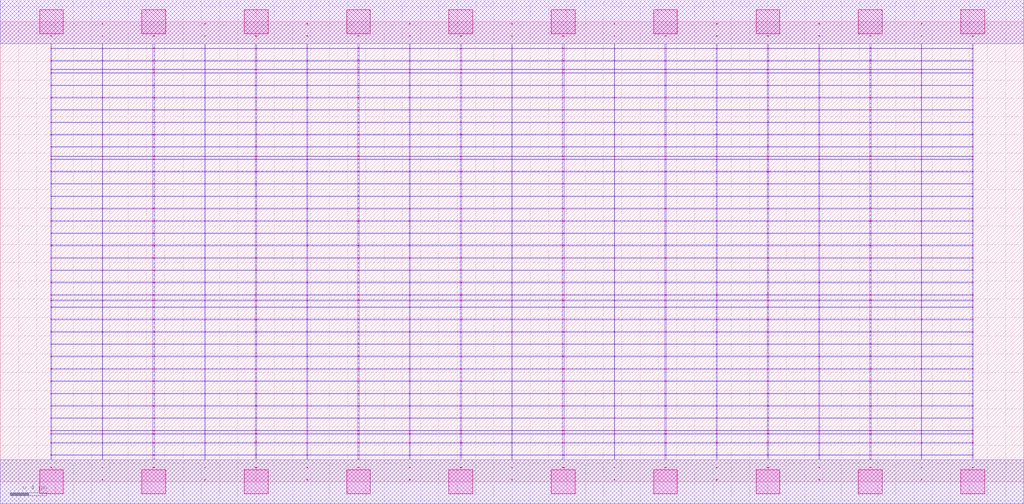
<source format=lef>
MACRO AAAOI332_DEBUG
 CLASS CORE ;
 FOREIGN AAAOI332_DEBUG 0 0 ;
 SIZE 11.200000000000001 BY 5.04 ;
 ORIGIN 0 0 ;
 SYMMETRY X Y R90 ;
 SITE unit ;

 OBS
    LAYER polycont ;
     RECT 5.59600000 2.58300000 5.60400000 2.59100000 ;
     RECT 5.59600000 2.71800000 5.60400000 2.72600000 ;
     RECT 5.59600000 2.85300000 5.60400000 2.86100000 ;
     RECT 5.59600000 2.98800000 5.60400000 2.99600000 ;
     RECT 7.83600000 2.58300000 7.84400000 2.59100000 ;
     RECT 8.39100000 2.58300000 8.40900000 2.59100000 ;
     RECT 8.95600000 2.58300000 8.96400000 2.59100000 ;
     RECT 9.51600000 2.58300000 9.52900000 2.59100000 ;
     RECT 10.07600000 2.58300000 10.08400000 2.59100000 ;
     RECT 10.63600000 2.58300000 10.64400000 2.59100000 ;
     RECT 6.15100000 2.58300000 6.16900000 2.59100000 ;
     RECT 6.15100000 2.71800000 6.16900000 2.72600000 ;
     RECT 6.71600000 2.71800000 6.72400000 2.72600000 ;
     RECT 7.27100000 2.71800000 7.28900000 2.72600000 ;
     RECT 7.83600000 2.71800000 7.84400000 2.72600000 ;
     RECT 8.39100000 2.71800000 8.40900000 2.72600000 ;
     RECT 8.95600000 2.71800000 8.96400000 2.72600000 ;
     RECT 9.51600000 2.71800000 9.52900000 2.72600000 ;
     RECT 10.07600000 2.71800000 10.08400000 2.72600000 ;
     RECT 10.63600000 2.71800000 10.64400000 2.72600000 ;
     RECT 6.71600000 2.58300000 6.72400000 2.59100000 ;
     RECT 6.15100000 2.85300000 6.16900000 2.86100000 ;
     RECT 6.71600000 2.85300000 6.72400000 2.86100000 ;
     RECT 7.27100000 2.85300000 7.28900000 2.86100000 ;
     RECT 7.83600000 2.85300000 7.84400000 2.86100000 ;
     RECT 8.39100000 2.85300000 8.40900000 2.86100000 ;
     RECT 8.95600000 2.85300000 8.96400000 2.86100000 ;
     RECT 9.51600000 2.85300000 9.52900000 2.86100000 ;
     RECT 10.07600000 2.85300000 10.08400000 2.86100000 ;
     RECT 10.63600000 2.85300000 10.64400000 2.86100000 ;
     RECT 7.27100000 2.58300000 7.28900000 2.59100000 ;
     RECT 6.15100000 2.98800000 6.16900000 2.99600000 ;
     RECT 6.71600000 2.98800000 6.72400000 2.99600000 ;
     RECT 7.27100000 2.98800000 7.28900000 2.99600000 ;
     RECT 7.83600000 2.98800000 7.84400000 2.99600000 ;
     RECT 8.39100000 2.98800000 8.40900000 2.99600000 ;
     RECT 8.95600000 2.98800000 8.96400000 2.99600000 ;
     RECT 9.51600000 2.98800000 9.52900000 2.99600000 ;
     RECT 10.07600000 2.98800000 10.08400000 2.99600000 ;
     RECT 10.63600000 2.98800000 10.64400000 2.99600000 ;
     RECT 10.07600000 3.12300000 10.08400000 3.13100000 ;
     RECT 10.63600000 3.12300000 10.64400000 3.13100000 ;
     RECT 10.07600000 3.25800000 10.08400000 3.26600000 ;
     RECT 10.63600000 3.25800000 10.64400000 3.26600000 ;
     RECT 10.07600000 3.39300000 10.08400000 3.40100000 ;
     RECT 10.63600000 3.39300000 10.64400000 3.40100000 ;
     RECT 10.07600000 3.52800000 10.08400000 3.53600000 ;
     RECT 10.63600000 3.52800000 10.64400000 3.53600000 ;
     RECT 10.07600000 3.56100000 10.08400000 3.56900000 ;
     RECT 10.63600000 3.56100000 10.64400000 3.56900000 ;
     RECT 10.07600000 3.66300000 10.08400000 3.67100000 ;
     RECT 10.63600000 3.66300000 10.64400000 3.67100000 ;
     RECT 10.07600000 3.79800000 10.08400000 3.80600000 ;
     RECT 10.63600000 3.79800000 10.64400000 3.80600000 ;
     RECT 10.07600000 3.93300000 10.08400000 3.94100000 ;
     RECT 10.63600000 3.93300000 10.64400000 3.94100000 ;
     RECT 10.07600000 4.06800000 10.08400000 4.07600000 ;
     RECT 10.63600000 4.06800000 10.64400000 4.07600000 ;
     RECT 10.07600000 4.20300000 10.08400000 4.21100000 ;
     RECT 10.63600000 4.20300000 10.64400000 4.21100000 ;
     RECT 10.07600000 4.33800000 10.08400000 4.34600000 ;
     RECT 10.63600000 4.33800000 10.64400000 4.34600000 ;
     RECT 10.07600000 4.47300000 10.08400000 4.48100000 ;
     RECT 10.63600000 4.47300000 10.64400000 4.48100000 ;
     RECT 10.07600000 4.51100000 10.08400000 4.51900000 ;
     RECT 10.63600000 4.51100000 10.64400000 4.51900000 ;
     RECT 10.07600000 4.60800000 10.08400000 4.61600000 ;
     RECT 10.63600000 4.60800000 10.64400000 4.61600000 ;
     RECT 10.07600000 4.74300000 10.08400000 4.75100000 ;
     RECT 10.63600000 4.74300000 10.64400000 4.75100000 ;
     RECT 10.07600000 4.87800000 10.08400000 4.88600000 ;
     RECT 10.63600000 4.87800000 10.64400000 4.88600000 ;
     RECT 0.55100000 2.58300000 0.56400000 2.59100000 ;
     RECT 0.55100000 2.71800000 0.56400000 2.72600000 ;
     RECT 0.55100000 2.85300000 0.56400000 2.86100000 ;
     RECT 1.11600000 2.85300000 1.12400000 2.86100000 ;
     RECT 1.67100000 2.85300000 1.68900000 2.86100000 ;
     RECT 2.23600000 2.85300000 2.24400000 2.86100000 ;
     RECT 2.79100000 2.85300000 2.80900000 2.86100000 ;
     RECT 3.35600000 2.85300000 3.36400000 2.86100000 ;
     RECT 3.91100000 2.85300000 3.92900000 2.86100000 ;
     RECT 4.47600000 2.85300000 4.48400000 2.86100000 ;
     RECT 5.03100000 2.85300000 5.04900000 2.86100000 ;
     RECT 1.11600000 2.71800000 1.12400000 2.72600000 ;
     RECT 1.67100000 2.71800000 1.68900000 2.72600000 ;
     RECT 2.23600000 2.71800000 2.24400000 2.72600000 ;
     RECT 2.79100000 2.71800000 2.80900000 2.72600000 ;
     RECT 3.35600000 2.71800000 3.36400000 2.72600000 ;
     RECT 3.91100000 2.71800000 3.92900000 2.72600000 ;
     RECT 4.47600000 2.71800000 4.48400000 2.72600000 ;
     RECT 5.03100000 2.71800000 5.04900000 2.72600000 ;
     RECT 1.11600000 2.58300000 1.12400000 2.59100000 ;
     RECT 1.67100000 2.58300000 1.68900000 2.59100000 ;
     RECT 0.55100000 2.98800000 0.56400000 2.99600000 ;
     RECT 1.11600000 2.98800000 1.12400000 2.99600000 ;
     RECT 1.67100000 2.98800000 1.68900000 2.99600000 ;
     RECT 2.23600000 2.98800000 2.24400000 2.99600000 ;
     RECT 2.79100000 2.98800000 2.80900000 2.99600000 ;
     RECT 3.35600000 2.98800000 3.36400000 2.99600000 ;
     RECT 3.91100000 2.98800000 3.92900000 2.99600000 ;
     RECT 4.47600000 2.98800000 4.48400000 2.99600000 ;
     RECT 5.03100000 2.98800000 5.04900000 2.99600000 ;
     RECT 2.23600000 2.58300000 2.24400000 2.59100000 ;
     RECT 2.79100000 2.58300000 2.80900000 2.59100000 ;
     RECT 3.35600000 2.58300000 3.36400000 2.59100000 ;
     RECT 3.91100000 2.58300000 3.92900000 2.59100000 ;
     RECT 4.47600000 2.58300000 4.48400000 2.59100000 ;
     RECT 5.03100000 2.58300000 5.04900000 2.59100000 ;
     RECT 7.83600000 1.09800000 7.84400000 1.10600000 ;
     RECT 7.83600000 1.23300000 7.84400000 1.24100000 ;
     RECT 7.83600000 1.36800000 7.84400000 1.37600000 ;
     RECT 7.83600000 1.50300000 7.84400000 1.51100000 ;
     RECT 7.83600000 1.63800000 7.84400000 1.64600000 ;
     RECT 7.83600000 1.77300000 7.84400000 1.78100000 ;
     RECT 7.83600000 1.90800000 7.84400000 1.91600000 ;
     RECT 7.83600000 1.98100000 7.84400000 1.98900000 ;
     RECT 7.83600000 2.04300000 7.84400000 2.05100000 ;
     RECT 7.83600000 2.17800000 7.84400000 2.18600000 ;
     RECT 7.83600000 2.31300000 7.84400000 2.32100000 ;
     RECT 7.83600000 2.44800000 7.84400000 2.45600000 ;
     RECT 7.83600000 0.15300000 7.84400000 0.16100000 ;
     RECT 7.83600000 0.28800000 7.84400000 0.29600000 ;
     RECT 7.83600000 0.42300000 7.84400000 0.43100000 ;
     RECT 7.83600000 0.52100000 7.84400000 0.52900000 ;
     RECT 7.83600000 0.55800000 7.84400000 0.56600000 ;
     RECT 7.83600000 0.69300000 7.84400000 0.70100000 ;
     RECT 7.83600000 0.82800000 7.84400000 0.83600000 ;
     RECT 7.83600000 0.96300000 7.84400000 0.97100000 ;

    LAYER pdiffc ;
     RECT 0.55100000 3.39300000 0.55900000 3.40100000 ;
     RECT 9.52100000 3.39300000 9.52900000 3.40100000 ;
     RECT 0.55100000 3.52800000 0.55900000 3.53600000 ;
     RECT 9.52100000 3.52800000 9.52900000 3.53600000 ;
     RECT 0.55100000 3.56100000 0.55900000 3.56900000 ;
     RECT 9.52100000 3.56100000 9.52900000 3.56900000 ;
     RECT 0.55100000 3.66300000 0.55900000 3.67100000 ;
     RECT 9.52100000 3.66300000 9.52900000 3.67100000 ;
     RECT 0.55100000 3.79800000 0.55900000 3.80600000 ;
     RECT 9.52100000 3.79800000 9.52900000 3.80600000 ;
     RECT 0.55100000 3.93300000 0.55900000 3.94100000 ;
     RECT 9.52100000 3.93300000 9.52900000 3.94100000 ;
     RECT 0.55100000 4.06800000 0.55900000 4.07600000 ;
     RECT 9.52100000 4.06800000 9.52900000 4.07600000 ;
     RECT 0.55100000 4.20300000 0.55900000 4.21100000 ;
     RECT 9.52100000 4.20300000 9.52900000 4.21100000 ;
     RECT 0.55100000 4.33800000 0.55900000 4.34600000 ;
     RECT 9.52100000 4.33800000 9.52900000 4.34600000 ;
     RECT 0.55100000 4.47300000 0.55900000 4.48100000 ;
     RECT 9.52100000 4.47300000 9.52900000 4.48100000 ;
     RECT 0.55100000 4.51100000 0.55900000 4.51900000 ;
     RECT 9.52100000 4.51100000 9.52900000 4.51900000 ;
     RECT 0.55100000 4.60800000 0.55900000 4.61600000 ;
     RECT 9.52100000 4.60800000 9.52900000 4.61600000 ;

    LAYER ndiffc ;
     RECT 6.15100000 0.42300000 6.16900000 0.43100000 ;
     RECT 7.27100000 0.42300000 7.28900000 0.43100000 ;
     RECT 8.39100000 0.42300000 8.40900000 0.43100000 ;
     RECT 9.51600000 0.42300000 9.52900000 0.43100000 ;
     RECT 10.63600000 0.42300000 10.64400000 0.43100000 ;
     RECT 6.15100000 0.52100000 6.16900000 0.52900000 ;
     RECT 7.27100000 0.52100000 7.28900000 0.52900000 ;
     RECT 8.39100000 0.52100000 8.40900000 0.52900000 ;
     RECT 9.51600000 0.52100000 9.52900000 0.52900000 ;
     RECT 10.63600000 0.52100000 10.64400000 0.52900000 ;
     RECT 6.15100000 0.55800000 6.16900000 0.56600000 ;
     RECT 7.27100000 0.55800000 7.28900000 0.56600000 ;
     RECT 8.39100000 0.55800000 8.40900000 0.56600000 ;
     RECT 9.51600000 0.55800000 9.52900000 0.56600000 ;
     RECT 10.63600000 0.55800000 10.64400000 0.56600000 ;
     RECT 6.15100000 0.69300000 6.16900000 0.70100000 ;
     RECT 7.27100000 0.69300000 7.28900000 0.70100000 ;
     RECT 8.39100000 0.69300000 8.40900000 0.70100000 ;
     RECT 9.51600000 0.69300000 9.52900000 0.70100000 ;
     RECT 10.63600000 0.69300000 10.64400000 0.70100000 ;
     RECT 6.15100000 0.82800000 6.16900000 0.83600000 ;
     RECT 7.27100000 0.82800000 7.28900000 0.83600000 ;
     RECT 8.39100000 0.82800000 8.40900000 0.83600000 ;
     RECT 9.51600000 0.82800000 9.52900000 0.83600000 ;
     RECT 10.63600000 0.82800000 10.64400000 0.83600000 ;
     RECT 6.15100000 0.96300000 6.16900000 0.97100000 ;
     RECT 7.27100000 0.96300000 7.28900000 0.97100000 ;
     RECT 8.39100000 0.96300000 8.40900000 0.97100000 ;
     RECT 9.51600000 0.96300000 9.52900000 0.97100000 ;
     RECT 10.63600000 0.96300000 10.64400000 0.97100000 ;
     RECT 6.15100000 1.09800000 6.16900000 1.10600000 ;
     RECT 7.27100000 1.09800000 7.28900000 1.10600000 ;
     RECT 8.39100000 1.09800000 8.40900000 1.10600000 ;
     RECT 9.51600000 1.09800000 9.52900000 1.10600000 ;
     RECT 10.63600000 1.09800000 10.64400000 1.10600000 ;
     RECT 6.15100000 1.23300000 6.16900000 1.24100000 ;
     RECT 7.27100000 1.23300000 7.28900000 1.24100000 ;
     RECT 8.39100000 1.23300000 8.40900000 1.24100000 ;
     RECT 9.51600000 1.23300000 9.52900000 1.24100000 ;
     RECT 10.63600000 1.23300000 10.64400000 1.24100000 ;
     RECT 6.15100000 1.36800000 6.16900000 1.37600000 ;
     RECT 7.27100000 1.36800000 7.28900000 1.37600000 ;
     RECT 8.39100000 1.36800000 8.40900000 1.37600000 ;
     RECT 9.51600000 1.36800000 9.52900000 1.37600000 ;
     RECT 10.63600000 1.36800000 10.64400000 1.37600000 ;
     RECT 6.15100000 1.50300000 6.16900000 1.51100000 ;
     RECT 7.27100000 1.50300000 7.28900000 1.51100000 ;
     RECT 8.39100000 1.50300000 8.40900000 1.51100000 ;
     RECT 9.51600000 1.50300000 9.52900000 1.51100000 ;
     RECT 10.63600000 1.50300000 10.64400000 1.51100000 ;
     RECT 6.15100000 1.63800000 6.16900000 1.64600000 ;
     RECT 7.27100000 1.63800000 7.28900000 1.64600000 ;
     RECT 8.39100000 1.63800000 8.40900000 1.64600000 ;
     RECT 9.51600000 1.63800000 9.52900000 1.64600000 ;
     RECT 10.63600000 1.63800000 10.64400000 1.64600000 ;
     RECT 6.15100000 1.77300000 6.16900000 1.78100000 ;
     RECT 7.27100000 1.77300000 7.28900000 1.78100000 ;
     RECT 8.39100000 1.77300000 8.40900000 1.78100000 ;
     RECT 9.51600000 1.77300000 9.52900000 1.78100000 ;
     RECT 10.63600000 1.77300000 10.64400000 1.78100000 ;
     RECT 6.15100000 1.90800000 6.16900000 1.91600000 ;
     RECT 7.27100000 1.90800000 7.28900000 1.91600000 ;
     RECT 8.39100000 1.90800000 8.40900000 1.91600000 ;
     RECT 9.51600000 1.90800000 9.52900000 1.91600000 ;
     RECT 10.63600000 1.90800000 10.64400000 1.91600000 ;
     RECT 6.15100000 1.98100000 6.16900000 1.98900000 ;
     RECT 7.27100000 1.98100000 7.28900000 1.98900000 ;
     RECT 8.39100000 1.98100000 8.40900000 1.98900000 ;
     RECT 9.51600000 1.98100000 9.52900000 1.98900000 ;
     RECT 10.63600000 1.98100000 10.64400000 1.98900000 ;
     RECT 6.15100000 2.04300000 6.16900000 2.05100000 ;
     RECT 7.27100000 2.04300000 7.28900000 2.05100000 ;
     RECT 8.39100000 2.04300000 8.40900000 2.05100000 ;
     RECT 9.51600000 2.04300000 9.52900000 2.05100000 ;
     RECT 10.63600000 2.04300000 10.64400000 2.05100000 ;
     RECT 0.55100000 0.42300000 0.56400000 0.43100000 ;
     RECT 1.67100000 0.42300000 1.68900000 0.43100000 ;
     RECT 2.79100000 0.42300000 2.80900000 0.43100000 ;
     RECT 3.91100000 0.42300000 3.92900000 0.43100000 ;
     RECT 5.03100000 0.42300000 5.04900000 0.43100000 ;
     RECT 0.55100000 1.36800000 0.56400000 1.37600000 ;
     RECT 1.67100000 1.36800000 1.68900000 1.37600000 ;
     RECT 2.79100000 1.36800000 2.80900000 1.37600000 ;
     RECT 3.91100000 1.36800000 3.92900000 1.37600000 ;
     RECT 5.03100000 1.36800000 5.04900000 1.37600000 ;
     RECT 0.55100000 0.82800000 0.56400000 0.83600000 ;
     RECT 1.67100000 0.82800000 1.68900000 0.83600000 ;
     RECT 2.79100000 0.82800000 2.80900000 0.83600000 ;
     RECT 3.91100000 0.82800000 3.92900000 0.83600000 ;
     RECT 5.03100000 0.82800000 5.04900000 0.83600000 ;
     RECT 0.55100000 1.50300000 0.56400000 1.51100000 ;
     RECT 1.67100000 1.50300000 1.68900000 1.51100000 ;
     RECT 2.79100000 1.50300000 2.80900000 1.51100000 ;
     RECT 3.91100000 1.50300000 3.92900000 1.51100000 ;
     RECT 5.03100000 1.50300000 5.04900000 1.51100000 ;
     RECT 0.55100000 0.55800000 0.56400000 0.56600000 ;
     RECT 1.67100000 0.55800000 1.68900000 0.56600000 ;
     RECT 2.79100000 0.55800000 2.80900000 0.56600000 ;
     RECT 3.91100000 0.55800000 3.92900000 0.56600000 ;
     RECT 5.03100000 0.55800000 5.04900000 0.56600000 ;
     RECT 0.55100000 1.63800000 0.56400000 1.64600000 ;
     RECT 1.67100000 1.63800000 1.68900000 1.64600000 ;
     RECT 2.79100000 1.63800000 2.80900000 1.64600000 ;
     RECT 3.91100000 1.63800000 3.92900000 1.64600000 ;
     RECT 5.03100000 1.63800000 5.04900000 1.64600000 ;
     RECT 0.55100000 0.96300000 0.56400000 0.97100000 ;
     RECT 1.67100000 0.96300000 1.68900000 0.97100000 ;
     RECT 2.79100000 0.96300000 2.80900000 0.97100000 ;
     RECT 3.91100000 0.96300000 3.92900000 0.97100000 ;
     RECT 5.03100000 0.96300000 5.04900000 0.97100000 ;
     RECT 0.55100000 1.77300000 0.56400000 1.78100000 ;
     RECT 1.67100000 1.77300000 1.68900000 1.78100000 ;
     RECT 2.79100000 1.77300000 2.80900000 1.78100000 ;
     RECT 3.91100000 1.77300000 3.92900000 1.78100000 ;
     RECT 5.03100000 1.77300000 5.04900000 1.78100000 ;
     RECT 0.55100000 0.52100000 0.56400000 0.52900000 ;
     RECT 1.67100000 0.52100000 1.68900000 0.52900000 ;
     RECT 2.79100000 0.52100000 2.80900000 0.52900000 ;
     RECT 3.91100000 0.52100000 3.92900000 0.52900000 ;
     RECT 5.03100000 0.52100000 5.04900000 0.52900000 ;
     RECT 0.55100000 1.90800000 0.56400000 1.91600000 ;
     RECT 1.67100000 1.90800000 1.68900000 1.91600000 ;
     RECT 2.79100000 1.90800000 2.80900000 1.91600000 ;
     RECT 3.91100000 1.90800000 3.92900000 1.91600000 ;
     RECT 5.03100000 1.90800000 5.04900000 1.91600000 ;
     RECT 0.55100000 1.09800000 0.56400000 1.10600000 ;
     RECT 1.67100000 1.09800000 1.68900000 1.10600000 ;
     RECT 2.79100000 1.09800000 2.80900000 1.10600000 ;
     RECT 3.91100000 1.09800000 3.92900000 1.10600000 ;
     RECT 5.03100000 1.09800000 5.04900000 1.10600000 ;
     RECT 0.55100000 1.98100000 0.56400000 1.98900000 ;
     RECT 1.67100000 1.98100000 1.68900000 1.98900000 ;
     RECT 2.79100000 1.98100000 2.80900000 1.98900000 ;
     RECT 3.91100000 1.98100000 3.92900000 1.98900000 ;
     RECT 5.03100000 1.98100000 5.04900000 1.98900000 ;
     RECT 0.55100000 0.69300000 0.56400000 0.70100000 ;
     RECT 1.67100000 0.69300000 1.68900000 0.70100000 ;
     RECT 2.79100000 0.69300000 2.80900000 0.70100000 ;
     RECT 3.91100000 0.69300000 3.92900000 0.70100000 ;
     RECT 5.03100000 0.69300000 5.04900000 0.70100000 ;
     RECT 0.55100000 2.04300000 0.56400000 2.05100000 ;
     RECT 1.67100000 2.04300000 1.68900000 2.05100000 ;
     RECT 2.79100000 2.04300000 2.80900000 2.05100000 ;
     RECT 3.91100000 2.04300000 3.92900000 2.05100000 ;
     RECT 5.03100000 2.04300000 5.04900000 2.05100000 ;
     RECT 0.55100000 1.23300000 0.56400000 1.24100000 ;
     RECT 1.67100000 1.23300000 1.68900000 1.24100000 ;
     RECT 2.79100000 1.23300000 2.80900000 1.24100000 ;
     RECT 3.91100000 1.23300000 3.92900000 1.24100000 ;
     RECT 5.03100000 1.23300000 5.04900000 1.24100000 ;

    LAYER met1 ;
     RECT 0.00000000 -0.24000000 11.20000000 0.24000000 ;
     RECT 5.59600000 0.24000000 5.60400000 0.28800000 ;
     RECT 0.55100000 0.28800000 10.64400000 0.29600000 ;
     RECT 5.59600000 0.29600000 5.60400000 0.42300000 ;
     RECT 0.55100000 0.42300000 10.64400000 0.43100000 ;
     RECT 5.59600000 0.43100000 5.60400000 0.52100000 ;
     RECT 0.55100000 0.52100000 10.64400000 0.52900000 ;
     RECT 5.59600000 0.52900000 5.60400000 0.55800000 ;
     RECT 0.55100000 0.55800000 10.64400000 0.56600000 ;
     RECT 5.59600000 0.56600000 5.60400000 0.69300000 ;
     RECT 0.55100000 0.69300000 10.64400000 0.70100000 ;
     RECT 5.59600000 0.70100000 5.60400000 0.82800000 ;
     RECT 0.55100000 0.82800000 10.64400000 0.83600000 ;
     RECT 5.59600000 0.83600000 5.60400000 0.96300000 ;
     RECT 0.55100000 0.96300000 10.64400000 0.97100000 ;
     RECT 5.59600000 0.97100000 5.60400000 1.09800000 ;
     RECT 0.55100000 1.09800000 10.64400000 1.10600000 ;
     RECT 5.59600000 1.10600000 5.60400000 1.23300000 ;
     RECT 0.55100000 1.23300000 10.64400000 1.24100000 ;
     RECT 5.59600000 1.24100000 5.60400000 1.36800000 ;
     RECT 0.55100000 1.36800000 10.64400000 1.37600000 ;
     RECT 5.59600000 1.37600000 5.60400000 1.50300000 ;
     RECT 0.55100000 1.50300000 10.64400000 1.51100000 ;
     RECT 5.59600000 1.51100000 5.60400000 1.63800000 ;
     RECT 0.55100000 1.63800000 10.64400000 1.64600000 ;
     RECT 5.59600000 1.64600000 5.60400000 1.77300000 ;
     RECT 0.55100000 1.77300000 10.64400000 1.78100000 ;
     RECT 5.59600000 1.78100000 5.60400000 1.90800000 ;
     RECT 0.55100000 1.90800000 10.64400000 1.91600000 ;
     RECT 5.59600000 1.91600000 5.60400000 1.98100000 ;
     RECT 0.55100000 1.98100000 10.64400000 1.98900000 ;
     RECT 5.59600000 1.98900000 5.60400000 2.04300000 ;
     RECT 0.55100000 2.04300000 10.64400000 2.05100000 ;
     RECT 5.59600000 2.05100000 5.60400000 2.17800000 ;
     RECT 0.55100000 2.17800000 10.64400000 2.18600000 ;
     RECT 5.59600000 2.18600000 5.60400000 2.31300000 ;
     RECT 0.55100000 2.31300000 10.64400000 2.32100000 ;
     RECT 5.59600000 2.32100000 5.60400000 2.44800000 ;
     RECT 0.55100000 2.44800000 10.64400000 2.45600000 ;
     RECT 0.55100000 2.45600000 0.56400000 2.58300000 ;
     RECT 1.11600000 2.45600000 1.12400000 2.58300000 ;
     RECT 1.67100000 2.45600000 1.68900000 2.58300000 ;
     RECT 2.23600000 2.45600000 2.24400000 2.58300000 ;
     RECT 2.79100000 2.45600000 2.80900000 2.58300000 ;
     RECT 3.35600000 2.45600000 3.36400000 2.58300000 ;
     RECT 3.91100000 2.45600000 3.92900000 2.58300000 ;
     RECT 4.47600000 2.45600000 4.48400000 2.58300000 ;
     RECT 5.03100000 2.45600000 5.04900000 2.58300000 ;
     RECT 5.59600000 2.45600000 5.60400000 2.58300000 ;
     RECT 6.15100000 2.45600000 6.16900000 2.58300000 ;
     RECT 6.71600000 2.45600000 6.72400000 2.58300000 ;
     RECT 7.27100000 2.45600000 7.28900000 2.58300000 ;
     RECT 7.83600000 2.45600000 7.84400000 2.58300000 ;
     RECT 8.39100000 2.45600000 8.40900000 2.58300000 ;
     RECT 8.95600000 2.45600000 8.96400000 2.58300000 ;
     RECT 9.51600000 2.45600000 9.52900000 2.58300000 ;
     RECT 10.07600000 2.45600000 10.08400000 2.58300000 ;
     RECT 10.63600000 2.45600000 10.64400000 2.58300000 ;
     RECT 0.55100000 2.58300000 10.64400000 2.59100000 ;
     RECT 5.59600000 2.59100000 5.60400000 2.71800000 ;
     RECT 0.55100000 2.71800000 10.64400000 2.72600000 ;
     RECT 5.59600000 2.72600000 5.60400000 2.85300000 ;
     RECT 0.55100000 2.85300000 10.64400000 2.86100000 ;
     RECT 5.59600000 2.86100000 5.60400000 2.98800000 ;
     RECT 0.55100000 2.98800000 10.64400000 2.99600000 ;
     RECT 5.59600000 2.99600000 5.60400000 3.12300000 ;
     RECT 0.55100000 3.12300000 10.64400000 3.13100000 ;
     RECT 5.59600000 3.13100000 5.60400000 3.25800000 ;
     RECT 0.55100000 3.25800000 10.64400000 3.26600000 ;
     RECT 5.59600000 3.26600000 5.60400000 3.39300000 ;
     RECT 0.55100000 3.39300000 10.64400000 3.40100000 ;
     RECT 5.59600000 3.40100000 5.60400000 3.52800000 ;
     RECT 0.55100000 3.52800000 10.64400000 3.53600000 ;
     RECT 5.59600000 3.53600000 5.60400000 3.56100000 ;
     RECT 0.55100000 3.56100000 10.64400000 3.56900000 ;
     RECT 5.59600000 3.56900000 5.60400000 3.66300000 ;
     RECT 0.55100000 3.66300000 10.64400000 3.67100000 ;
     RECT 5.59600000 3.67100000 5.60400000 3.79800000 ;
     RECT 0.55100000 3.79800000 10.64400000 3.80600000 ;
     RECT 5.59600000 3.80600000 5.60400000 3.93300000 ;
     RECT 0.55100000 3.93300000 10.64400000 3.94100000 ;
     RECT 5.59600000 3.94100000 5.60400000 4.06800000 ;
     RECT 0.55100000 4.06800000 10.64400000 4.07600000 ;
     RECT 5.59600000 4.07600000 5.60400000 4.20300000 ;
     RECT 0.55100000 4.20300000 10.64400000 4.21100000 ;
     RECT 5.59600000 4.21100000 5.60400000 4.33800000 ;
     RECT 0.55100000 4.33800000 10.64400000 4.34600000 ;
     RECT 5.59600000 4.34600000 5.60400000 4.47300000 ;
     RECT 0.55100000 4.47300000 10.64400000 4.48100000 ;
     RECT 5.59600000 4.48100000 5.60400000 4.51100000 ;
     RECT 0.55100000 4.51100000 10.64400000 4.51900000 ;
     RECT 5.59600000 4.51900000 5.60400000 4.60800000 ;
     RECT 0.55100000 4.60800000 10.64400000 4.61600000 ;
     RECT 5.59600000 4.61600000 5.60400000 4.74300000 ;
     RECT 0.55100000 4.74300000 10.64400000 4.75100000 ;
     RECT 5.59600000 4.75100000 5.60400000 4.80000000 ;
     RECT 0.00000000 4.80000000 11.20000000 5.28000000 ;
     RECT 8.39100000 2.99600000 8.40900000 3.12300000 ;
     RECT 8.39100000 3.13100000 8.40900000 3.25800000 ;
     RECT 8.39100000 3.26600000 8.40900000 3.39300000 ;
     RECT 8.39100000 3.40100000 8.40900000 3.52800000 ;
     RECT 8.39100000 3.53600000 8.40900000 3.56100000 ;
     RECT 8.39100000 2.72600000 8.40900000 2.85300000 ;
     RECT 8.39100000 3.56900000 8.40900000 3.66300000 ;
     RECT 8.39100000 3.67100000 8.40900000 3.79800000 ;
     RECT 6.15100000 3.80600000 6.16900000 3.93300000 ;
     RECT 6.71600000 3.80600000 6.72400000 3.93300000 ;
     RECT 7.27100000 3.80600000 7.28900000 3.93300000 ;
     RECT 7.83600000 3.80600000 7.84400000 3.93300000 ;
     RECT 8.39100000 3.80600000 8.40900000 3.93300000 ;
     RECT 8.95600000 3.80600000 8.96400000 3.93300000 ;
     RECT 9.51600000 3.80600000 9.52900000 3.93300000 ;
     RECT 10.07600000 3.80600000 10.08400000 3.93300000 ;
     RECT 10.63600000 3.80600000 10.64400000 3.93300000 ;
     RECT 8.39100000 3.94100000 8.40900000 4.06800000 ;
     RECT 8.39100000 4.07600000 8.40900000 4.20300000 ;
     RECT 8.39100000 4.21100000 8.40900000 4.33800000 ;
     RECT 8.39100000 2.86100000 8.40900000 2.98800000 ;
     RECT 8.39100000 4.34600000 8.40900000 4.47300000 ;
     RECT 8.39100000 4.48100000 8.40900000 4.51100000 ;
     RECT 8.39100000 2.59100000 8.40900000 2.71800000 ;
     RECT 8.39100000 4.51900000 8.40900000 4.60800000 ;
     RECT 8.39100000 4.61600000 8.40900000 4.74300000 ;
     RECT 8.39100000 4.75100000 8.40900000 4.80000000 ;
     RECT 9.51600000 3.94100000 9.52900000 4.06800000 ;
     RECT 8.95600000 4.21100000 8.96400000 4.33800000 ;
     RECT 9.51600000 4.21100000 9.52900000 4.33800000 ;
     RECT 10.07600000 4.21100000 10.08400000 4.33800000 ;
     RECT 10.63600000 4.21100000 10.64400000 4.33800000 ;
     RECT 10.07600000 3.94100000 10.08400000 4.06800000 ;
     RECT 10.63600000 3.94100000 10.64400000 4.06800000 ;
     RECT 8.95600000 4.34600000 8.96400000 4.47300000 ;
     RECT 9.51600000 4.34600000 9.52900000 4.47300000 ;
     RECT 10.07600000 4.34600000 10.08400000 4.47300000 ;
     RECT 10.63600000 4.34600000 10.64400000 4.47300000 ;
     RECT 8.95600000 3.94100000 8.96400000 4.06800000 ;
     RECT 8.95600000 4.48100000 8.96400000 4.51100000 ;
     RECT 9.51600000 4.48100000 9.52900000 4.51100000 ;
     RECT 10.07600000 4.48100000 10.08400000 4.51100000 ;
     RECT 10.63600000 4.48100000 10.64400000 4.51100000 ;
     RECT 8.95600000 4.07600000 8.96400000 4.20300000 ;
     RECT 9.51600000 4.07600000 9.52900000 4.20300000 ;
     RECT 8.95600000 4.51900000 8.96400000 4.60800000 ;
     RECT 9.51600000 4.51900000 9.52900000 4.60800000 ;
     RECT 10.07600000 4.51900000 10.08400000 4.60800000 ;
     RECT 10.63600000 4.51900000 10.64400000 4.60800000 ;
     RECT 10.07600000 4.07600000 10.08400000 4.20300000 ;
     RECT 8.95600000 4.61600000 8.96400000 4.74300000 ;
     RECT 9.51600000 4.61600000 9.52900000 4.74300000 ;
     RECT 10.07600000 4.61600000 10.08400000 4.74300000 ;
     RECT 10.63600000 4.61600000 10.64400000 4.74300000 ;
     RECT 10.63600000 4.07600000 10.64400000 4.20300000 ;
     RECT 8.95600000 4.75100000 8.96400000 4.80000000 ;
     RECT 9.51600000 4.75100000 9.52900000 4.80000000 ;
     RECT 10.07600000 4.75100000 10.08400000 4.80000000 ;
     RECT 10.63600000 4.75100000 10.64400000 4.80000000 ;
     RECT 6.71600000 4.07600000 6.72400000 4.20300000 ;
     RECT 7.27100000 4.07600000 7.28900000 4.20300000 ;
     RECT 7.83600000 4.07600000 7.84400000 4.20300000 ;
     RECT 6.71600000 3.94100000 6.72400000 4.06800000 ;
     RECT 7.27100000 3.94100000 7.28900000 4.06800000 ;
     RECT 6.15100000 4.51900000 6.16900000 4.60800000 ;
     RECT 6.71600000 4.51900000 6.72400000 4.60800000 ;
     RECT 7.27100000 4.51900000 7.28900000 4.60800000 ;
     RECT 7.83600000 4.51900000 7.84400000 4.60800000 ;
     RECT 7.83600000 3.94100000 7.84400000 4.06800000 ;
     RECT 6.15100000 4.34600000 6.16900000 4.47300000 ;
     RECT 6.71600000 4.34600000 6.72400000 4.47300000 ;
     RECT 7.27100000 4.34600000 7.28900000 4.47300000 ;
     RECT 7.83600000 4.34600000 7.84400000 4.47300000 ;
     RECT 6.15100000 4.61600000 6.16900000 4.74300000 ;
     RECT 6.71600000 4.61600000 6.72400000 4.74300000 ;
     RECT 7.27100000 4.61600000 7.28900000 4.74300000 ;
     RECT 7.83600000 4.61600000 7.84400000 4.74300000 ;
     RECT 6.15100000 3.94100000 6.16900000 4.06800000 ;
     RECT 6.15100000 4.07600000 6.16900000 4.20300000 ;
     RECT 6.15100000 4.21100000 6.16900000 4.33800000 ;
     RECT 6.71600000 4.21100000 6.72400000 4.33800000 ;
     RECT 7.27100000 4.21100000 7.28900000 4.33800000 ;
     RECT 6.15100000 4.75100000 6.16900000 4.80000000 ;
     RECT 6.71600000 4.75100000 6.72400000 4.80000000 ;
     RECT 7.27100000 4.75100000 7.28900000 4.80000000 ;
     RECT 7.83600000 4.75100000 7.84400000 4.80000000 ;
     RECT 6.15100000 4.48100000 6.16900000 4.51100000 ;
     RECT 6.71600000 4.48100000 6.72400000 4.51100000 ;
     RECT 7.27100000 4.48100000 7.28900000 4.51100000 ;
     RECT 7.83600000 4.48100000 7.84400000 4.51100000 ;
     RECT 7.83600000 4.21100000 7.84400000 4.33800000 ;
     RECT 7.27100000 3.53600000 7.28900000 3.56100000 ;
     RECT 7.83600000 3.53600000 7.84400000 3.56100000 ;
     RECT 7.83600000 3.13100000 7.84400000 3.25800000 ;
     RECT 6.15100000 2.86100000 6.16900000 2.98800000 ;
     RECT 6.71600000 2.86100000 6.72400000 2.98800000 ;
     RECT 7.83600000 2.72600000 7.84400000 2.85300000 ;
     RECT 6.15100000 3.13100000 6.16900000 3.25800000 ;
     RECT 6.15100000 3.56900000 6.16900000 3.66300000 ;
     RECT 6.71600000 3.56900000 6.72400000 3.66300000 ;
     RECT 7.27100000 3.56900000 7.28900000 3.66300000 ;
     RECT 7.83600000 3.56900000 7.84400000 3.66300000 ;
     RECT 6.15100000 2.59100000 6.16900000 2.71800000 ;
     RECT 6.15100000 3.67100000 6.16900000 3.79800000 ;
     RECT 6.71600000 3.67100000 6.72400000 3.79800000 ;
     RECT 7.27100000 2.86100000 7.28900000 2.98800000 ;
     RECT 7.83600000 2.86100000 7.84400000 2.98800000 ;
     RECT 7.27100000 3.67100000 7.28900000 3.79800000 ;
     RECT 7.83600000 3.67100000 7.84400000 3.79800000 ;
     RECT 6.15100000 2.99600000 6.16900000 3.12300000 ;
     RECT 6.15100000 3.26600000 6.16900000 3.39300000 ;
     RECT 6.71600000 3.26600000 6.72400000 3.39300000 ;
     RECT 7.27100000 3.26600000 7.28900000 3.39300000 ;
     RECT 7.83600000 3.26600000 7.84400000 3.39300000 ;
     RECT 6.71600000 3.13100000 6.72400000 3.25800000 ;
     RECT 6.71600000 2.59100000 6.72400000 2.71800000 ;
     RECT 6.15100000 2.72600000 6.16900000 2.85300000 ;
     RECT 6.15100000 3.40100000 6.16900000 3.52800000 ;
     RECT 6.71600000 3.40100000 6.72400000 3.52800000 ;
     RECT 6.71600000 2.99600000 6.72400000 3.12300000 ;
     RECT 7.27100000 2.99600000 7.28900000 3.12300000 ;
     RECT 7.27100000 3.40100000 7.28900000 3.52800000 ;
     RECT 7.27100000 2.59100000 7.28900000 2.71800000 ;
     RECT 7.83600000 2.59100000 7.84400000 2.71800000 ;
     RECT 7.83600000 3.40100000 7.84400000 3.52800000 ;
     RECT 7.27100000 3.13100000 7.28900000 3.25800000 ;
     RECT 6.71600000 2.72600000 6.72400000 2.85300000 ;
     RECT 7.27100000 2.72600000 7.28900000 2.85300000 ;
     RECT 6.15100000 3.53600000 6.16900000 3.56100000 ;
     RECT 6.71600000 3.53600000 6.72400000 3.56100000 ;
     RECT 7.83600000 2.99600000 7.84400000 3.12300000 ;
     RECT 10.07600000 3.56900000 10.08400000 3.66300000 ;
     RECT 10.63600000 3.56900000 10.64400000 3.66300000 ;
     RECT 8.95600000 2.72600000 8.96400000 2.85300000 ;
     RECT 9.51600000 2.72600000 9.52900000 2.85300000 ;
     RECT 8.95600000 2.99600000 8.96400000 3.12300000 ;
     RECT 8.95600000 3.40100000 8.96400000 3.52800000 ;
     RECT 10.63600000 2.86100000 10.64400000 2.98800000 ;
     RECT 9.51600000 3.40100000 9.52900000 3.52800000 ;
     RECT 10.07600000 3.40100000 10.08400000 3.52800000 ;
     RECT 10.63600000 3.40100000 10.64400000 3.52800000 ;
     RECT 8.95600000 3.67100000 8.96400000 3.79800000 ;
     RECT 9.51600000 3.67100000 9.52900000 3.79800000 ;
     RECT 10.07600000 3.67100000 10.08400000 3.79800000 ;
     RECT 10.63600000 3.67100000 10.64400000 3.79800000 ;
     RECT 10.07600000 2.72600000 10.08400000 2.85300000 ;
     RECT 10.63600000 2.72600000 10.64400000 2.85300000 ;
     RECT 9.51600000 2.99600000 9.52900000 3.12300000 ;
     RECT 8.95600000 2.59100000 8.96400000 2.71800000 ;
     RECT 10.07600000 2.99600000 10.08400000 3.12300000 ;
     RECT 10.63600000 2.99600000 10.64400000 3.12300000 ;
     RECT 9.51600000 2.59100000 9.52900000 2.71800000 ;
     RECT 8.95600000 3.26600000 8.96400000 3.39300000 ;
     RECT 9.51600000 3.26600000 9.52900000 3.39300000 ;
     RECT 10.07600000 3.26600000 10.08400000 3.39300000 ;
     RECT 8.95600000 3.53600000 8.96400000 3.56100000 ;
     RECT 8.95600000 2.86100000 8.96400000 2.98800000 ;
     RECT 9.51600000 3.53600000 9.52900000 3.56100000 ;
     RECT 10.07600000 3.53600000 10.08400000 3.56100000 ;
     RECT 10.63600000 3.53600000 10.64400000 3.56100000 ;
     RECT 10.63600000 3.26600000 10.64400000 3.39300000 ;
     RECT 8.95600000 3.13100000 8.96400000 3.25800000 ;
     RECT 9.51600000 3.13100000 9.52900000 3.25800000 ;
     RECT 10.07600000 3.13100000 10.08400000 3.25800000 ;
     RECT 10.63600000 3.13100000 10.64400000 3.25800000 ;
     RECT 10.63600000 2.59100000 10.64400000 2.71800000 ;
     RECT 9.51600000 2.86100000 9.52900000 2.98800000 ;
     RECT 10.07600000 2.86100000 10.08400000 2.98800000 ;
     RECT 10.07600000 2.59100000 10.08400000 2.71800000 ;
     RECT 8.95600000 3.56900000 8.96400000 3.66300000 ;
     RECT 9.51600000 3.56900000 9.52900000 3.66300000 ;
     RECT 2.79100000 2.59100000 2.80900000 2.71800000 ;
     RECT 2.79100000 2.99600000 2.80900000 3.12300000 ;
     RECT 2.79100000 3.94100000 2.80900000 4.06800000 ;
     RECT 2.79100000 3.40100000 2.80900000 3.52800000 ;
     RECT 2.79100000 4.07600000 2.80900000 4.20300000 ;
     RECT 2.79100000 4.21100000 2.80900000 4.33800000 ;
     RECT 2.79100000 3.53600000 2.80900000 3.56100000 ;
     RECT 2.79100000 4.34600000 2.80900000 4.47300000 ;
     RECT 2.79100000 3.13100000 2.80900000 3.25800000 ;
     RECT 2.79100000 3.56900000 2.80900000 3.66300000 ;
     RECT 2.79100000 4.48100000 2.80900000 4.51100000 ;
     RECT 2.79100000 2.86100000 2.80900000 2.98800000 ;
     RECT 2.79100000 4.51900000 2.80900000 4.60800000 ;
     RECT 2.79100000 2.72600000 2.80900000 2.85300000 ;
     RECT 2.79100000 3.67100000 2.80900000 3.79800000 ;
     RECT 2.79100000 4.61600000 2.80900000 4.74300000 ;
     RECT 2.79100000 3.26600000 2.80900000 3.39300000 ;
     RECT 2.79100000 4.75100000 2.80900000 4.80000000 ;
     RECT 0.55100000 3.80600000 0.56400000 3.93300000 ;
     RECT 1.11600000 3.80600000 1.12400000 3.93300000 ;
     RECT 1.67100000 3.80600000 1.68900000 3.93300000 ;
     RECT 2.23600000 3.80600000 2.24400000 3.93300000 ;
     RECT 2.79100000 3.80600000 2.80900000 3.93300000 ;
     RECT 3.35600000 3.80600000 3.36400000 3.93300000 ;
     RECT 3.91100000 3.80600000 3.92900000 3.93300000 ;
     RECT 4.47600000 3.80600000 4.48400000 3.93300000 ;
     RECT 5.03100000 3.80600000 5.04900000 3.93300000 ;
     RECT 3.35600000 4.48100000 3.36400000 4.51100000 ;
     RECT 3.91100000 4.48100000 3.92900000 4.51100000 ;
     RECT 4.47600000 4.48100000 4.48400000 4.51100000 ;
     RECT 5.03100000 4.48100000 5.04900000 4.51100000 ;
     RECT 4.47600000 4.07600000 4.48400000 4.20300000 ;
     RECT 5.03100000 4.07600000 5.04900000 4.20300000 ;
     RECT 3.35600000 4.51900000 3.36400000 4.60800000 ;
     RECT 3.91100000 4.51900000 3.92900000 4.60800000 ;
     RECT 4.47600000 4.51900000 4.48400000 4.60800000 ;
     RECT 5.03100000 4.51900000 5.04900000 4.60800000 ;
     RECT 4.47600000 3.94100000 4.48400000 4.06800000 ;
     RECT 3.35600000 4.21100000 3.36400000 4.33800000 ;
     RECT 3.91100000 4.21100000 3.92900000 4.33800000 ;
     RECT 3.35600000 4.61600000 3.36400000 4.74300000 ;
     RECT 3.91100000 4.61600000 3.92900000 4.74300000 ;
     RECT 4.47600000 4.61600000 4.48400000 4.74300000 ;
     RECT 5.03100000 4.61600000 5.04900000 4.74300000 ;
     RECT 4.47600000 4.21100000 4.48400000 4.33800000 ;
     RECT 5.03100000 4.21100000 5.04900000 4.33800000 ;
     RECT 3.35600000 4.75100000 3.36400000 4.80000000 ;
     RECT 3.91100000 4.75100000 3.92900000 4.80000000 ;
     RECT 4.47600000 4.75100000 4.48400000 4.80000000 ;
     RECT 5.03100000 4.75100000 5.04900000 4.80000000 ;
     RECT 5.03100000 3.94100000 5.04900000 4.06800000 ;
     RECT 3.35600000 3.94100000 3.36400000 4.06800000 ;
     RECT 3.35600000 4.34600000 3.36400000 4.47300000 ;
     RECT 3.91100000 4.34600000 3.92900000 4.47300000 ;
     RECT 4.47600000 4.34600000 4.48400000 4.47300000 ;
     RECT 5.03100000 4.34600000 5.04900000 4.47300000 ;
     RECT 3.91100000 3.94100000 3.92900000 4.06800000 ;
     RECT 3.35600000 4.07600000 3.36400000 4.20300000 ;
     RECT 3.91100000 4.07600000 3.92900000 4.20300000 ;
     RECT 1.11600000 3.94100000 1.12400000 4.06800000 ;
     RECT 0.55100000 4.07600000 0.56400000 4.20300000 ;
     RECT 0.55100000 4.21100000 0.56400000 4.33800000 ;
     RECT 1.11600000 4.21100000 1.12400000 4.33800000 ;
     RECT 0.55100000 4.61600000 0.56400000 4.74300000 ;
     RECT 1.11600000 4.61600000 1.12400000 4.74300000 ;
     RECT 1.67100000 4.61600000 1.68900000 4.74300000 ;
     RECT 2.23600000 4.61600000 2.24400000 4.74300000 ;
     RECT 1.67100000 4.21100000 1.68900000 4.33800000 ;
     RECT 2.23600000 4.21100000 2.24400000 4.33800000 ;
     RECT 1.11600000 4.07600000 1.12400000 4.20300000 ;
     RECT 0.55100000 4.48100000 0.56400000 4.51100000 ;
     RECT 1.11600000 4.48100000 1.12400000 4.51100000 ;
     RECT 1.67100000 4.48100000 1.68900000 4.51100000 ;
     RECT 0.55100000 4.75100000 0.56400000 4.80000000 ;
     RECT 1.11600000 4.75100000 1.12400000 4.80000000 ;
     RECT 1.67100000 4.75100000 1.68900000 4.80000000 ;
     RECT 2.23600000 4.75100000 2.24400000 4.80000000 ;
     RECT 2.23600000 4.48100000 2.24400000 4.51100000 ;
     RECT 1.67100000 4.07600000 1.68900000 4.20300000 ;
     RECT 2.23600000 4.07600000 2.24400000 4.20300000 ;
     RECT 1.67100000 3.94100000 1.68900000 4.06800000 ;
     RECT 2.23600000 3.94100000 2.24400000 4.06800000 ;
     RECT 0.55100000 3.94100000 0.56400000 4.06800000 ;
     RECT 0.55100000 4.34600000 0.56400000 4.47300000 ;
     RECT 0.55100000 4.51900000 0.56400000 4.60800000 ;
     RECT 1.11600000 4.51900000 1.12400000 4.60800000 ;
     RECT 1.67100000 4.51900000 1.68900000 4.60800000 ;
     RECT 2.23600000 4.51900000 2.24400000 4.60800000 ;
     RECT 1.11600000 4.34600000 1.12400000 4.47300000 ;
     RECT 1.67100000 4.34600000 1.68900000 4.47300000 ;
     RECT 2.23600000 4.34600000 2.24400000 4.47300000 ;
     RECT 0.55100000 3.53600000 0.56400000 3.56100000 ;
     RECT 2.23600000 2.72600000 2.24400000 2.85300000 ;
     RECT 1.11600000 3.53600000 1.12400000 3.56100000 ;
     RECT 0.55100000 3.67100000 0.56400000 3.79800000 ;
     RECT 1.11600000 3.67100000 1.12400000 3.79800000 ;
     RECT 1.67100000 3.67100000 1.68900000 3.79800000 ;
     RECT 2.23600000 3.67100000 2.24400000 3.79800000 ;
     RECT 1.67100000 3.53600000 1.68900000 3.56100000 ;
     RECT 1.11600000 2.99600000 1.12400000 3.12300000 ;
     RECT 1.67100000 3.13100000 1.68900000 3.25800000 ;
     RECT 2.23600000 3.13100000 2.24400000 3.25800000 ;
     RECT 1.67100000 2.99600000 1.68900000 3.12300000 ;
     RECT 0.55100000 3.56900000 0.56400000 3.66300000 ;
     RECT 1.11600000 3.56900000 1.12400000 3.66300000 ;
     RECT 1.67100000 3.56900000 1.68900000 3.66300000 ;
     RECT 2.23600000 3.56900000 2.24400000 3.66300000 ;
     RECT 2.23600000 2.99600000 2.24400000 3.12300000 ;
     RECT 0.55100000 3.26600000 0.56400000 3.39300000 ;
     RECT 1.11600000 3.26600000 1.12400000 3.39300000 ;
     RECT 1.67100000 3.26600000 1.68900000 3.39300000 ;
     RECT 2.23600000 3.26600000 2.24400000 3.39300000 ;
     RECT 2.23600000 2.59100000 2.24400000 2.71800000 ;
     RECT 0.55100000 3.40100000 0.56400000 3.52800000 ;
     RECT 1.67100000 2.59100000 1.68900000 2.71800000 ;
     RECT 0.55100000 2.99600000 0.56400000 3.12300000 ;
     RECT 1.11600000 3.40100000 1.12400000 3.52800000 ;
     RECT 1.67100000 3.40100000 1.68900000 3.52800000 ;
     RECT 2.23600000 3.53600000 2.24400000 3.56100000 ;
     RECT 2.23600000 3.40100000 2.24400000 3.52800000 ;
     RECT 1.11600000 2.86100000 1.12400000 2.98800000 ;
     RECT 1.67100000 2.86100000 1.68900000 2.98800000 ;
     RECT 1.67100000 2.72600000 1.68900000 2.85300000 ;
     RECT 2.23600000 2.86100000 2.24400000 2.98800000 ;
     RECT 0.55100000 3.13100000 0.56400000 3.25800000 ;
     RECT 1.11600000 3.13100000 1.12400000 3.25800000 ;
     RECT 0.55100000 2.59100000 0.56400000 2.71800000 ;
     RECT 1.11600000 2.59100000 1.12400000 2.71800000 ;
     RECT 0.55100000 2.72600000 0.56400000 2.85300000 ;
     RECT 1.11600000 2.72600000 1.12400000 2.85300000 ;
     RECT 0.55100000 2.86100000 0.56400000 2.98800000 ;
     RECT 4.47600000 3.53600000 4.48400000 3.56100000 ;
     RECT 3.35600000 3.56900000 3.36400000 3.66300000 ;
     RECT 3.91100000 3.56900000 3.92900000 3.66300000 ;
     RECT 4.47600000 3.56900000 4.48400000 3.66300000 ;
     RECT 5.03100000 3.56900000 5.04900000 3.66300000 ;
     RECT 5.03100000 3.13100000 5.04900000 3.25800000 ;
     RECT 5.03100000 3.53600000 5.04900000 3.56100000 ;
     RECT 3.35600000 2.86100000 3.36400000 2.98800000 ;
     RECT 3.91100000 2.86100000 3.92900000 2.98800000 ;
     RECT 4.47600000 3.67100000 4.48400000 3.79800000 ;
     RECT 5.03100000 3.67100000 5.04900000 3.79800000 ;
     RECT 4.47600000 2.72600000 4.48400000 2.85300000 ;
     RECT 4.47600000 2.86100000 4.48400000 2.98800000 ;
     RECT 5.03100000 2.86100000 5.04900000 2.98800000 ;
     RECT 4.47600000 2.99600000 4.48400000 3.12300000 ;
     RECT 3.35600000 3.13100000 3.36400000 3.25800000 ;
     RECT 3.91100000 3.13100000 3.92900000 3.25800000 ;
     RECT 3.35600000 3.26600000 3.36400000 3.39300000 ;
     RECT 3.91100000 3.26600000 3.92900000 3.39300000 ;
     RECT 4.47600000 3.26600000 4.48400000 3.39300000 ;
     RECT 4.47600000 3.13100000 4.48400000 3.25800000 ;
     RECT 5.03100000 2.99600000 5.04900000 3.12300000 ;
     RECT 3.91100000 2.59100000 3.92900000 2.71800000 ;
     RECT 4.47600000 2.59100000 4.48400000 2.71800000 ;
     RECT 5.03100000 2.59100000 5.04900000 2.71800000 ;
     RECT 3.35600000 2.59100000 3.36400000 2.71800000 ;
     RECT 3.35600000 2.99600000 3.36400000 3.12300000 ;
     RECT 3.35600000 3.40100000 3.36400000 3.52800000 ;
     RECT 3.91100000 3.40100000 3.92900000 3.52800000 ;
     RECT 5.03100000 3.26600000 5.04900000 3.39300000 ;
     RECT 5.03100000 2.72600000 5.04900000 2.85300000 ;
     RECT 3.35600000 2.72600000 3.36400000 2.85300000 ;
     RECT 3.91100000 2.72600000 3.92900000 2.85300000 ;
     RECT 4.47600000 3.40100000 4.48400000 3.52800000 ;
     RECT 5.03100000 3.40100000 5.04900000 3.52800000 ;
     RECT 3.91100000 2.99600000 3.92900000 3.12300000 ;
     RECT 3.35600000 3.53600000 3.36400000 3.56100000 ;
     RECT 3.91100000 3.53600000 3.92900000 3.56100000 ;
     RECT 3.35600000 3.67100000 3.36400000 3.79800000 ;
     RECT 3.91100000 3.67100000 3.92900000 3.79800000 ;
     RECT 5.03100000 1.10600000 5.04900000 1.23300000 ;
     RECT 2.79100000 1.24100000 2.80900000 1.36800000 ;
     RECT 2.79100000 1.37600000 2.80900000 1.50300000 ;
     RECT 2.79100000 1.51100000 2.80900000 1.63800000 ;
     RECT 2.79100000 1.64600000 2.80900000 1.77300000 ;
     RECT 2.79100000 1.78100000 2.80900000 1.90800000 ;
     RECT 2.79100000 0.43100000 2.80900000 0.52100000 ;
     RECT 2.79100000 1.91600000 2.80900000 1.98100000 ;
     RECT 2.79100000 1.98900000 2.80900000 2.04300000 ;
     RECT 2.79100000 0.24000000 2.80900000 0.28800000 ;
     RECT 2.79100000 2.05100000 2.80900000 2.17800000 ;
     RECT 2.79100000 2.18600000 2.80900000 2.31300000 ;
     RECT 2.79100000 2.32100000 2.80900000 2.44800000 ;
     RECT 2.79100000 0.52900000 2.80900000 0.55800000 ;
     RECT 2.79100000 0.56600000 2.80900000 0.69300000 ;
     RECT 2.79100000 0.70100000 2.80900000 0.82800000 ;
     RECT 2.79100000 0.83600000 2.80900000 0.96300000 ;
     RECT 2.79100000 0.97100000 2.80900000 1.09800000 ;
     RECT 2.79100000 0.29600000 2.80900000 0.42300000 ;
     RECT 0.55100000 1.10600000 0.56400000 1.23300000 ;
     RECT 1.11600000 1.10600000 1.12400000 1.23300000 ;
     RECT 1.67100000 1.10600000 1.68900000 1.23300000 ;
     RECT 2.23600000 1.10600000 2.24400000 1.23300000 ;
     RECT 2.79100000 1.10600000 2.80900000 1.23300000 ;
     RECT 3.35600000 1.10600000 3.36400000 1.23300000 ;
     RECT 3.91100000 1.10600000 3.92900000 1.23300000 ;
     RECT 4.47600000 1.10600000 4.48400000 1.23300000 ;
     RECT 3.35600000 1.37600000 3.36400000 1.50300000 ;
     RECT 3.35600000 1.91600000 3.36400000 1.98100000 ;
     RECT 3.91100000 1.91600000 3.92900000 1.98100000 ;
     RECT 4.47600000 1.91600000 4.48400000 1.98100000 ;
     RECT 5.03100000 1.91600000 5.04900000 1.98100000 ;
     RECT 3.91100000 1.37600000 3.92900000 1.50300000 ;
     RECT 3.35600000 1.98900000 3.36400000 2.04300000 ;
     RECT 3.91100000 1.98900000 3.92900000 2.04300000 ;
     RECT 4.47600000 1.98900000 4.48400000 2.04300000 ;
     RECT 5.03100000 1.98900000 5.04900000 2.04300000 ;
     RECT 4.47600000 1.37600000 4.48400000 1.50300000 ;
     RECT 5.03100000 1.37600000 5.04900000 1.50300000 ;
     RECT 3.35600000 2.05100000 3.36400000 2.17800000 ;
     RECT 3.91100000 2.05100000 3.92900000 2.17800000 ;
     RECT 4.47600000 2.05100000 4.48400000 2.17800000 ;
     RECT 5.03100000 2.05100000 5.04900000 2.17800000 ;
     RECT 3.91100000 1.24100000 3.92900000 1.36800000 ;
     RECT 3.35600000 2.18600000 3.36400000 2.31300000 ;
     RECT 3.91100000 2.18600000 3.92900000 2.31300000 ;
     RECT 4.47600000 2.18600000 4.48400000 2.31300000 ;
     RECT 5.03100000 2.18600000 5.04900000 2.31300000 ;
     RECT 3.35600000 1.51100000 3.36400000 1.63800000 ;
     RECT 3.35600000 2.32100000 3.36400000 2.44800000 ;
     RECT 3.91100000 2.32100000 3.92900000 2.44800000 ;
     RECT 4.47600000 2.32100000 4.48400000 2.44800000 ;
     RECT 5.03100000 2.32100000 5.04900000 2.44800000 ;
     RECT 3.91100000 1.51100000 3.92900000 1.63800000 ;
     RECT 4.47600000 1.51100000 4.48400000 1.63800000 ;
     RECT 5.03100000 1.51100000 5.04900000 1.63800000 ;
     RECT 4.47600000 1.24100000 4.48400000 1.36800000 ;
     RECT 3.35600000 1.64600000 3.36400000 1.77300000 ;
     RECT 3.91100000 1.64600000 3.92900000 1.77300000 ;
     RECT 4.47600000 1.64600000 4.48400000 1.77300000 ;
     RECT 5.03100000 1.64600000 5.04900000 1.77300000 ;
     RECT 5.03100000 1.24100000 5.04900000 1.36800000 ;
     RECT 3.35600000 1.78100000 3.36400000 1.90800000 ;
     RECT 3.91100000 1.78100000 3.92900000 1.90800000 ;
     RECT 4.47600000 1.78100000 4.48400000 1.90800000 ;
     RECT 5.03100000 1.78100000 5.04900000 1.90800000 ;
     RECT 3.35600000 1.24100000 3.36400000 1.36800000 ;
     RECT 1.11600000 2.05100000 1.12400000 2.17800000 ;
     RECT 1.67100000 2.05100000 1.68900000 2.17800000 ;
     RECT 2.23600000 2.05100000 2.24400000 2.17800000 ;
     RECT 1.11600000 1.78100000 1.12400000 1.90800000 ;
     RECT 1.67100000 1.78100000 1.68900000 1.90800000 ;
     RECT 2.23600000 1.78100000 2.24400000 1.90800000 ;
     RECT 1.67100000 1.51100000 1.68900000 1.63800000 ;
     RECT 2.23600000 1.51100000 2.24400000 1.63800000 ;
     RECT 0.55100000 2.18600000 0.56400000 2.31300000 ;
     RECT 1.11600000 2.18600000 1.12400000 2.31300000 ;
     RECT 1.67100000 2.18600000 1.68900000 2.31300000 ;
     RECT 2.23600000 2.18600000 2.24400000 2.31300000 ;
     RECT 1.11600000 1.37600000 1.12400000 1.50300000 ;
     RECT 1.67100000 1.37600000 1.68900000 1.50300000 ;
     RECT 2.23600000 1.37600000 2.24400000 1.50300000 ;
     RECT 1.11600000 1.24100000 1.12400000 1.36800000 ;
     RECT 0.55100000 1.91600000 0.56400000 1.98100000 ;
     RECT 0.55100000 2.32100000 0.56400000 2.44800000 ;
     RECT 1.11600000 2.32100000 1.12400000 2.44800000 ;
     RECT 1.67100000 2.32100000 1.68900000 2.44800000 ;
     RECT 2.23600000 2.32100000 2.24400000 2.44800000 ;
     RECT 1.11600000 1.91600000 1.12400000 1.98100000 ;
     RECT 1.67100000 1.91600000 1.68900000 1.98100000 ;
     RECT 2.23600000 1.91600000 2.24400000 1.98100000 ;
     RECT 1.67100000 1.24100000 1.68900000 1.36800000 ;
     RECT 0.55100000 1.64600000 0.56400000 1.77300000 ;
     RECT 1.11600000 1.64600000 1.12400000 1.77300000 ;
     RECT 1.67100000 1.64600000 1.68900000 1.77300000 ;
     RECT 2.23600000 1.64600000 2.24400000 1.77300000 ;
     RECT 0.55100000 1.98900000 0.56400000 2.04300000 ;
     RECT 1.11600000 1.98900000 1.12400000 2.04300000 ;
     RECT 1.67100000 1.98900000 1.68900000 2.04300000 ;
     RECT 2.23600000 1.98900000 2.24400000 2.04300000 ;
     RECT 2.23600000 1.24100000 2.24400000 1.36800000 ;
     RECT 0.55100000 1.24100000 0.56400000 1.36800000 ;
     RECT 0.55100000 1.37600000 0.56400000 1.50300000 ;
     RECT 0.55100000 1.51100000 0.56400000 1.63800000 ;
     RECT 1.11600000 1.51100000 1.12400000 1.63800000 ;
     RECT 0.55100000 1.78100000 0.56400000 1.90800000 ;
     RECT 0.55100000 2.05100000 0.56400000 2.17800000 ;
     RECT 2.23600000 0.56600000 2.24400000 0.69300000 ;
     RECT 2.23600000 0.43100000 2.24400000 0.52100000 ;
     RECT 0.55100000 0.24000000 0.56400000 0.28800000 ;
     RECT 0.55100000 0.70100000 0.56400000 0.82800000 ;
     RECT 1.11600000 0.70100000 1.12400000 0.82800000 ;
     RECT 1.67100000 0.70100000 1.68900000 0.82800000 ;
     RECT 2.23600000 0.70100000 2.24400000 0.82800000 ;
     RECT 1.67100000 0.24000000 1.68900000 0.28800000 ;
     RECT 1.11600000 0.24000000 1.12400000 0.28800000 ;
     RECT 0.55100000 0.29600000 0.56400000 0.42300000 ;
     RECT 0.55100000 0.83600000 0.56400000 0.96300000 ;
     RECT 1.11600000 0.83600000 1.12400000 0.96300000 ;
     RECT 1.67100000 0.83600000 1.68900000 0.96300000 ;
     RECT 2.23600000 0.83600000 2.24400000 0.96300000 ;
     RECT 0.55100000 0.43100000 0.56400000 0.52100000 ;
     RECT 1.11600000 0.29600000 1.12400000 0.42300000 ;
     RECT 1.67100000 0.29600000 1.68900000 0.42300000 ;
     RECT 0.55100000 0.97100000 0.56400000 1.09800000 ;
     RECT 1.11600000 0.97100000 1.12400000 1.09800000 ;
     RECT 1.67100000 0.97100000 1.68900000 1.09800000 ;
     RECT 2.23600000 0.97100000 2.24400000 1.09800000 ;
     RECT 0.55100000 0.52900000 0.56400000 0.55800000 ;
     RECT 2.23600000 0.29600000 2.24400000 0.42300000 ;
     RECT 1.11600000 0.43100000 1.12400000 0.52100000 ;
     RECT 2.23600000 0.24000000 2.24400000 0.28800000 ;
     RECT 1.11600000 0.52900000 1.12400000 0.55800000 ;
     RECT 1.67100000 0.52900000 1.68900000 0.55800000 ;
     RECT 2.23600000 0.52900000 2.24400000 0.55800000 ;
     RECT 1.67100000 0.43100000 1.68900000 0.52100000 ;
     RECT 0.55100000 0.56600000 0.56400000 0.69300000 ;
     RECT 1.11600000 0.56600000 1.12400000 0.69300000 ;
     RECT 1.67100000 0.56600000 1.68900000 0.69300000 ;
     RECT 4.47600000 0.52900000 4.48400000 0.55800000 ;
     RECT 5.03100000 0.52900000 5.04900000 0.55800000 ;
     RECT 3.91100000 0.24000000 3.92900000 0.28800000 ;
     RECT 4.47600000 0.24000000 4.48400000 0.28800000 ;
     RECT 5.03100000 0.43100000 5.04900000 0.52100000 ;
     RECT 3.91100000 0.29600000 3.92900000 0.42300000 ;
     RECT 3.35600000 0.29600000 3.36400000 0.42300000 ;
     RECT 3.35600000 0.83600000 3.36400000 0.96300000 ;
     RECT 3.91100000 0.83600000 3.92900000 0.96300000 ;
     RECT 4.47600000 0.83600000 4.48400000 0.96300000 ;
     RECT 5.03100000 0.83600000 5.04900000 0.96300000 ;
     RECT 3.35600000 0.24000000 3.36400000 0.28800000 ;
     RECT 4.47600000 0.29600000 4.48400000 0.42300000 ;
     RECT 3.35600000 0.56600000 3.36400000 0.69300000 ;
     RECT 3.91100000 0.56600000 3.92900000 0.69300000 ;
     RECT 4.47600000 0.56600000 4.48400000 0.69300000 ;
     RECT 5.03100000 0.56600000 5.04900000 0.69300000 ;
     RECT 5.03100000 0.24000000 5.04900000 0.28800000 ;
     RECT 3.35600000 0.97100000 3.36400000 1.09800000 ;
     RECT 3.91100000 0.97100000 3.92900000 1.09800000 ;
     RECT 4.47600000 0.97100000 4.48400000 1.09800000 ;
     RECT 5.03100000 0.97100000 5.04900000 1.09800000 ;
     RECT 3.91100000 0.43100000 3.92900000 0.52100000 ;
     RECT 4.47600000 0.43100000 4.48400000 0.52100000 ;
     RECT 3.35600000 0.43100000 3.36400000 0.52100000 ;
     RECT 5.03100000 0.29600000 5.04900000 0.42300000 ;
     RECT 3.35600000 0.52900000 3.36400000 0.55800000 ;
     RECT 3.91100000 0.52900000 3.92900000 0.55800000 ;
     RECT 3.35600000 0.70100000 3.36400000 0.82800000 ;
     RECT 3.91100000 0.70100000 3.92900000 0.82800000 ;
     RECT 4.47600000 0.70100000 4.48400000 0.82800000 ;
     RECT 5.03100000 0.70100000 5.04900000 0.82800000 ;
     RECT 8.39100000 1.78100000 8.40900000 1.90800000 ;
     RECT 8.39100000 0.97100000 8.40900000 1.09800000 ;
     RECT 8.39100000 1.91600000 8.40900000 1.98100000 ;
     RECT 8.39100000 0.56600000 8.40900000 0.69300000 ;
     RECT 6.15100000 1.10600000 6.16900000 1.23300000 ;
     RECT 6.71600000 1.10600000 6.72400000 1.23300000 ;
     RECT 7.27100000 1.10600000 7.28900000 1.23300000 ;
     RECT 7.83600000 1.10600000 7.84400000 1.23300000 ;
     RECT 8.39100000 1.10600000 8.40900000 1.23300000 ;
     RECT 8.39100000 1.98900000 8.40900000 2.04300000 ;
     RECT 8.95600000 1.10600000 8.96400000 1.23300000 ;
     RECT 9.51600000 1.10600000 9.52900000 1.23300000 ;
     RECT 10.07600000 1.10600000 10.08400000 1.23300000 ;
     RECT 10.63600000 1.10600000 10.64400000 1.23300000 ;
     RECT 8.39100000 0.43100000 8.40900000 0.52100000 ;
     RECT 8.39100000 2.05100000 8.40900000 2.17800000 ;
     RECT 8.39100000 0.29600000 8.40900000 0.42300000 ;
     RECT 8.39100000 1.24100000 8.40900000 1.36800000 ;
     RECT 8.39100000 2.18600000 8.40900000 2.31300000 ;
     RECT 8.39100000 0.70100000 8.40900000 0.82800000 ;
     RECT 8.39100000 2.32100000 8.40900000 2.44800000 ;
     RECT 8.39100000 1.37600000 8.40900000 1.50300000 ;
     RECT 8.39100000 0.24000000 8.40900000 0.28800000 ;
     RECT 8.39100000 0.52900000 8.40900000 0.55800000 ;
     RECT 8.39100000 1.51100000 8.40900000 1.63800000 ;
     RECT 8.39100000 0.83600000 8.40900000 0.96300000 ;
     RECT 8.39100000 1.64600000 8.40900000 1.77300000 ;
     RECT 8.95600000 1.91600000 8.96400000 1.98100000 ;
     RECT 8.95600000 2.05100000 8.96400000 2.17800000 ;
     RECT 9.51600000 2.05100000 9.52900000 2.17800000 ;
     RECT 10.07600000 2.05100000 10.08400000 2.17800000 ;
     RECT 10.63600000 2.05100000 10.64400000 2.17800000 ;
     RECT 9.51600000 1.91600000 9.52900000 1.98100000 ;
     RECT 10.07600000 1.91600000 10.08400000 1.98100000 ;
     RECT 8.95600000 1.24100000 8.96400000 1.36800000 ;
     RECT 9.51600000 1.24100000 9.52900000 1.36800000 ;
     RECT 8.95600000 1.98900000 8.96400000 2.04300000 ;
     RECT 8.95600000 2.18600000 8.96400000 2.31300000 ;
     RECT 9.51600000 2.18600000 9.52900000 2.31300000 ;
     RECT 10.07600000 2.18600000 10.08400000 2.31300000 ;
     RECT 10.63600000 2.18600000 10.64400000 2.31300000 ;
     RECT 10.07600000 1.24100000 10.08400000 1.36800000 ;
     RECT 10.63600000 1.24100000 10.64400000 1.36800000 ;
     RECT 9.51600000 1.98900000 9.52900000 2.04300000 ;
     RECT 10.07600000 1.98900000 10.08400000 2.04300000 ;
     RECT 8.95600000 2.32100000 8.96400000 2.44800000 ;
     RECT 9.51600000 2.32100000 9.52900000 2.44800000 ;
     RECT 10.07600000 2.32100000 10.08400000 2.44800000 ;
     RECT 10.63600000 2.32100000 10.64400000 2.44800000 ;
     RECT 10.63600000 1.98900000 10.64400000 2.04300000 ;
     RECT 8.95600000 1.37600000 8.96400000 1.50300000 ;
     RECT 9.51600000 1.37600000 9.52900000 1.50300000 ;
     RECT 10.07600000 1.37600000 10.08400000 1.50300000 ;
     RECT 10.63600000 1.37600000 10.64400000 1.50300000 ;
     RECT 10.63600000 1.91600000 10.64400000 1.98100000 ;
     RECT 10.07600000 1.78100000 10.08400000 1.90800000 ;
     RECT 10.63600000 1.78100000 10.64400000 1.90800000 ;
     RECT 8.95600000 1.51100000 8.96400000 1.63800000 ;
     RECT 9.51600000 1.51100000 9.52900000 1.63800000 ;
     RECT 10.07600000 1.51100000 10.08400000 1.63800000 ;
     RECT 10.63600000 1.51100000 10.64400000 1.63800000 ;
     RECT 8.95600000 1.78100000 8.96400000 1.90800000 ;
     RECT 9.51600000 1.78100000 9.52900000 1.90800000 ;
     RECT 8.95600000 1.64600000 8.96400000 1.77300000 ;
     RECT 9.51600000 1.64600000 9.52900000 1.77300000 ;
     RECT 10.07600000 1.64600000 10.08400000 1.77300000 ;
     RECT 10.63600000 1.64600000 10.64400000 1.77300000 ;
     RECT 7.27100000 1.98900000 7.28900000 2.04300000 ;
     RECT 6.15100000 2.32100000 6.16900000 2.44800000 ;
     RECT 6.71600000 2.32100000 6.72400000 2.44800000 ;
     RECT 7.27100000 2.32100000 7.28900000 2.44800000 ;
     RECT 7.83600000 2.32100000 7.84400000 2.44800000 ;
     RECT 7.83600000 1.98900000 7.84400000 2.04300000 ;
     RECT 6.71600000 1.78100000 6.72400000 1.90800000 ;
     RECT 6.15100000 1.91600000 6.16900000 1.98100000 ;
     RECT 6.71600000 1.91600000 6.72400000 1.98100000 ;
     RECT 7.27100000 1.91600000 7.28900000 1.98100000 ;
     RECT 6.15100000 1.37600000 6.16900000 1.50300000 ;
     RECT 6.71600000 1.37600000 6.72400000 1.50300000 ;
     RECT 7.27100000 1.37600000 7.28900000 1.50300000 ;
     RECT 7.83600000 1.37600000 7.84400000 1.50300000 ;
     RECT 6.15100000 1.24100000 6.16900000 1.36800000 ;
     RECT 6.71600000 1.24100000 6.72400000 1.36800000 ;
     RECT 7.27100000 1.24100000 7.28900000 1.36800000 ;
     RECT 7.83600000 1.24100000 7.84400000 1.36800000 ;
     RECT 7.83600000 1.91600000 7.84400000 1.98100000 ;
     RECT 7.27100000 1.78100000 7.28900000 1.90800000 ;
     RECT 7.83600000 1.78100000 7.84400000 1.90800000 ;
     RECT 6.15100000 1.51100000 6.16900000 1.63800000 ;
     RECT 6.71600000 1.51100000 6.72400000 1.63800000 ;
     RECT 7.27100000 1.51100000 7.28900000 1.63800000 ;
     RECT 7.83600000 1.51100000 7.84400000 1.63800000 ;
     RECT 6.15100000 2.18600000 6.16900000 2.31300000 ;
     RECT 6.71600000 2.18600000 6.72400000 2.31300000 ;
     RECT 7.27100000 2.18600000 7.28900000 2.31300000 ;
     RECT 7.83600000 2.18600000 7.84400000 2.31300000 ;
     RECT 6.15100000 1.78100000 6.16900000 1.90800000 ;
     RECT 6.15100000 1.98900000 6.16900000 2.04300000 ;
     RECT 6.15100000 1.64600000 6.16900000 1.77300000 ;
     RECT 6.71600000 1.64600000 6.72400000 1.77300000 ;
     RECT 7.27100000 1.64600000 7.28900000 1.77300000 ;
     RECT 7.83600000 1.64600000 7.84400000 1.77300000 ;
     RECT 6.71600000 1.98900000 6.72400000 2.04300000 ;
     RECT 6.15100000 2.05100000 6.16900000 2.17800000 ;
     RECT 6.71600000 2.05100000 6.72400000 2.17800000 ;
     RECT 7.27100000 2.05100000 7.28900000 2.17800000 ;
     RECT 7.83600000 2.05100000 7.84400000 2.17800000 ;
     RECT 6.71600000 0.52900000 6.72400000 0.55800000 ;
     RECT 7.27100000 0.52900000 7.28900000 0.55800000 ;
     RECT 7.83600000 0.52900000 7.84400000 0.55800000 ;
     RECT 6.71600000 0.43100000 6.72400000 0.52100000 ;
     RECT 6.15100000 0.83600000 6.16900000 0.96300000 ;
     RECT 7.27100000 0.43100000 7.28900000 0.52100000 ;
     RECT 7.83600000 0.43100000 7.84400000 0.52100000 ;
     RECT 7.83600000 0.29600000 7.84400000 0.42300000 ;
     RECT 6.15100000 0.56600000 6.16900000 0.69300000 ;
     RECT 6.71600000 0.56600000 6.72400000 0.69300000 ;
     RECT 7.27100000 0.29600000 7.28900000 0.42300000 ;
     RECT 7.27100000 0.56600000 7.28900000 0.69300000 ;
     RECT 7.83600000 0.56600000 7.84400000 0.69300000 ;
     RECT 6.71600000 0.97100000 6.72400000 1.09800000 ;
     RECT 6.71600000 0.83600000 6.72400000 0.96300000 ;
     RECT 7.27100000 0.83600000 7.28900000 0.96300000 ;
     RECT 7.83600000 0.83600000 7.84400000 0.96300000 ;
     RECT 6.15100000 0.70100000 6.16900000 0.82800000 ;
     RECT 6.71600000 0.70100000 6.72400000 0.82800000 ;
     RECT 7.27100000 0.70100000 7.28900000 0.82800000 ;
     RECT 7.83600000 0.70100000 7.84400000 0.82800000 ;
     RECT 7.27100000 0.97100000 7.28900000 1.09800000 ;
     RECT 7.83600000 0.97100000 7.84400000 1.09800000 ;
     RECT 7.27100000 0.24000000 7.28900000 0.28800000 ;
     RECT 7.83600000 0.24000000 7.84400000 0.28800000 ;
     RECT 6.15100000 0.97100000 6.16900000 1.09800000 ;
     RECT 6.15100000 0.52900000 6.16900000 0.55800000 ;
     RECT 6.15100000 0.24000000 6.16900000 0.28800000 ;
     RECT 6.71600000 0.24000000 6.72400000 0.28800000 ;
     RECT 6.15100000 0.29600000 6.16900000 0.42300000 ;
     RECT 6.71600000 0.29600000 6.72400000 0.42300000 ;
     RECT 6.15100000 0.43100000 6.16900000 0.52100000 ;
     RECT 10.63600000 0.56600000 10.64400000 0.69300000 ;
     RECT 8.95600000 0.56600000 8.96400000 0.69300000 ;
     RECT 8.95600000 0.43100000 8.96400000 0.52100000 ;
     RECT 8.95600000 0.70100000 8.96400000 0.82800000 ;
     RECT 9.51600000 0.70100000 9.52900000 0.82800000 ;
     RECT 10.07600000 0.70100000 10.08400000 0.82800000 ;
     RECT 9.51600000 0.43100000 9.52900000 0.52100000 ;
     RECT 10.07600000 0.43100000 10.08400000 0.52100000 ;
     RECT 8.95600000 0.83600000 8.96400000 0.96300000 ;
     RECT 9.51600000 0.83600000 9.52900000 0.96300000 ;
     RECT 10.07600000 0.83600000 10.08400000 0.96300000 ;
     RECT 10.63600000 0.83600000 10.64400000 0.96300000 ;
     RECT 9.51600000 0.52900000 9.52900000 0.55800000 ;
     RECT 10.07600000 0.52900000 10.08400000 0.55800000 ;
     RECT 10.63600000 0.52900000 10.64400000 0.55800000 ;
     RECT 10.63600000 0.43100000 10.64400000 0.52100000 ;
     RECT 8.95600000 0.24000000 8.96400000 0.28800000 ;
     RECT 8.95600000 0.29600000 8.96400000 0.42300000 ;
     RECT 9.51600000 0.29600000 9.52900000 0.42300000 ;
     RECT 9.51600000 0.56600000 9.52900000 0.69300000 ;
     RECT 10.07600000 0.56600000 10.08400000 0.69300000 ;
     RECT 9.51600000 0.97100000 9.52900000 1.09800000 ;
     RECT 8.95600000 0.52900000 8.96400000 0.55800000 ;
     RECT 10.07600000 0.97100000 10.08400000 1.09800000 ;
     RECT 9.51600000 0.24000000 9.52900000 0.28800000 ;
     RECT 10.07600000 0.24000000 10.08400000 0.28800000 ;
     RECT 10.63600000 0.24000000 10.64400000 0.28800000 ;
     RECT 10.63600000 0.70100000 10.64400000 0.82800000 ;
     RECT 10.63600000 0.29600000 10.64400000 0.42300000 ;
     RECT 10.07600000 0.29600000 10.08400000 0.42300000 ;
     RECT 10.63600000 0.97100000 10.64400000 1.09800000 ;
     RECT 8.95600000 0.97100000 8.96400000 1.09800000 ;

    LAYER via1 ;
     RECT 5.59600000 0.01800000 5.60400000 0.02600000 ;
     RECT 5.59600000 0.15300000 5.60400000 0.16100000 ;
     RECT 5.59600000 0.28800000 5.60400000 0.29600000 ;
     RECT 5.59600000 0.42300000 5.60400000 0.43100000 ;
     RECT 5.59600000 0.52100000 5.60400000 0.52900000 ;
     RECT 5.59600000 0.55800000 5.60400000 0.56600000 ;
     RECT 5.59600000 0.69300000 5.60400000 0.70100000 ;
     RECT 5.59600000 0.82800000 5.60400000 0.83600000 ;
     RECT 5.59600000 0.96300000 5.60400000 0.97100000 ;
     RECT 5.59600000 1.09800000 5.60400000 1.10600000 ;
     RECT 5.59600000 1.23300000 5.60400000 1.24100000 ;
     RECT 5.59600000 1.36800000 5.60400000 1.37600000 ;
     RECT 5.59600000 1.50300000 5.60400000 1.51100000 ;
     RECT 5.59600000 1.63800000 5.60400000 1.64600000 ;
     RECT 5.59600000 1.77300000 5.60400000 1.78100000 ;
     RECT 5.59600000 1.90800000 5.60400000 1.91600000 ;
     RECT 5.59600000 1.98100000 5.60400000 1.98900000 ;
     RECT 5.59600000 2.04300000 5.60400000 2.05100000 ;
     RECT 5.59600000 2.17800000 5.60400000 2.18600000 ;
     RECT 5.59600000 2.31300000 5.60400000 2.32100000 ;
     RECT 5.59600000 2.44800000 5.60400000 2.45600000 ;
     RECT 5.59600000 2.58300000 5.60400000 2.59100000 ;
     RECT 5.59600000 2.71800000 5.60400000 2.72600000 ;
     RECT 5.59600000 2.85300000 5.60400000 2.86100000 ;
     RECT 5.59600000 2.98800000 5.60400000 2.99600000 ;
     RECT 5.59600000 3.12300000 5.60400000 3.13100000 ;
     RECT 5.59600000 3.25800000 5.60400000 3.26600000 ;
     RECT 5.59600000 3.39300000 5.60400000 3.40100000 ;
     RECT 5.59600000 3.52800000 5.60400000 3.53600000 ;
     RECT 5.59600000 3.56100000 5.60400000 3.56900000 ;
     RECT 5.59600000 3.66300000 5.60400000 3.67100000 ;
     RECT 5.59600000 3.79800000 5.60400000 3.80600000 ;
     RECT 5.59600000 3.93300000 5.60400000 3.94100000 ;
     RECT 5.59600000 4.06800000 5.60400000 4.07600000 ;
     RECT 5.59600000 4.20300000 5.60400000 4.21100000 ;
     RECT 5.59600000 4.33800000 5.60400000 4.34600000 ;
     RECT 5.59600000 4.47300000 5.60400000 4.48100000 ;
     RECT 5.59600000 4.51100000 5.60400000 4.51900000 ;
     RECT 5.59600000 4.60800000 5.60400000 4.61600000 ;
     RECT 5.59600000 4.74300000 5.60400000 4.75100000 ;
     RECT 5.59600000 4.87800000 5.60400000 4.88600000 ;
     RECT 5.59600000 5.01300000 5.60400000 5.02100000 ;
     RECT 8.39100000 3.93300000 8.40900000 3.94100000 ;
     RECT 8.95600000 3.93300000 8.96400000 3.94100000 ;
     RECT 9.51600000 3.93300000 9.52900000 3.94100000 ;
     RECT 10.07600000 3.93300000 10.08400000 3.94100000 ;
     RECT 10.63600000 3.93300000 10.64400000 3.94100000 ;
     RECT 8.39100000 4.06800000 8.40900000 4.07600000 ;
     RECT 8.95600000 4.06800000 8.96400000 4.07600000 ;
     RECT 9.51600000 4.06800000 9.52900000 4.07600000 ;
     RECT 10.07600000 4.06800000 10.08400000 4.07600000 ;
     RECT 10.63600000 4.06800000 10.64400000 4.07600000 ;
     RECT 8.39100000 4.20300000 8.40900000 4.21100000 ;
     RECT 8.95600000 4.20300000 8.96400000 4.21100000 ;
     RECT 9.51600000 4.20300000 9.52900000 4.21100000 ;
     RECT 10.07600000 4.20300000 10.08400000 4.21100000 ;
     RECT 10.63600000 4.20300000 10.64400000 4.21100000 ;
     RECT 8.39100000 4.33800000 8.40900000 4.34600000 ;
     RECT 8.95600000 4.33800000 8.96400000 4.34600000 ;
     RECT 9.51600000 4.33800000 9.52900000 4.34600000 ;
     RECT 10.07600000 4.33800000 10.08400000 4.34600000 ;
     RECT 10.63600000 4.33800000 10.64400000 4.34600000 ;
     RECT 8.39100000 4.47300000 8.40900000 4.48100000 ;
     RECT 8.95600000 4.47300000 8.96400000 4.48100000 ;
     RECT 9.51600000 4.47300000 9.52900000 4.48100000 ;
     RECT 10.07600000 4.47300000 10.08400000 4.48100000 ;
     RECT 10.63600000 4.47300000 10.64400000 4.48100000 ;
     RECT 8.39100000 4.51100000 8.40900000 4.51900000 ;
     RECT 8.95600000 4.51100000 8.96400000 4.51900000 ;
     RECT 9.51600000 4.51100000 9.52900000 4.51900000 ;
     RECT 10.07600000 4.51100000 10.08400000 4.51900000 ;
     RECT 10.63600000 4.51100000 10.64400000 4.51900000 ;
     RECT 8.39100000 4.60800000 8.40900000 4.61600000 ;
     RECT 8.95600000 4.60800000 8.96400000 4.61600000 ;
     RECT 9.51600000 4.60800000 9.52900000 4.61600000 ;
     RECT 10.07600000 4.60800000 10.08400000 4.61600000 ;
     RECT 10.63600000 4.60800000 10.64400000 4.61600000 ;
     RECT 8.39100000 4.74300000 8.40900000 4.75100000 ;
     RECT 8.95600000 4.74300000 8.96400000 4.75100000 ;
     RECT 9.51600000 4.74300000 9.52900000 4.75100000 ;
     RECT 10.07600000 4.74300000 10.08400000 4.75100000 ;
     RECT 10.63600000 4.74300000 10.64400000 4.75100000 ;
     RECT 8.39100000 4.87800000 8.40900000 4.88600000 ;
     RECT 8.95600000 4.87800000 8.96400000 4.88600000 ;
     RECT 9.51600000 4.87800000 9.52900000 4.88600000 ;
     RECT 10.07600000 4.87800000 10.08400000 4.88600000 ;
     RECT 10.63600000 4.87800000 10.64400000 4.88600000 ;
     RECT 8.95600000 5.01300000 8.96400000 5.02100000 ;
     RECT 10.07600000 5.01300000 10.08400000 5.02100000 ;
     RECT 8.27000000 4.91000000 8.53000000 5.17000000 ;
     RECT 9.39000000 4.91000000 9.65000000 5.17000000 ;
     RECT 10.51000000 4.91000000 10.77000000 5.17000000 ;
     RECT 7.27100000 3.93300000 7.28900000 3.94100000 ;
     RECT 6.15100000 4.33800000 6.16900000 4.34600000 ;
     RECT 6.71600000 4.33800000 6.72400000 4.34600000 ;
     RECT 7.27100000 4.33800000 7.28900000 4.34600000 ;
     RECT 6.15100000 4.60800000 6.16900000 4.61600000 ;
     RECT 6.71600000 4.60800000 6.72400000 4.61600000 ;
     RECT 7.27100000 4.60800000 7.28900000 4.61600000 ;
     RECT 7.83600000 4.60800000 7.84400000 4.61600000 ;
     RECT 7.83600000 4.33800000 7.84400000 4.34600000 ;
     RECT 7.83600000 3.93300000 7.84400000 3.94100000 ;
     RECT 6.15100000 3.93300000 6.16900000 3.94100000 ;
     RECT 6.15100000 4.06800000 6.16900000 4.07600000 ;
     RECT 6.15100000 4.20300000 6.16900000 4.21100000 ;
     RECT 6.15100000 4.74300000 6.16900000 4.75100000 ;
     RECT 6.71600000 4.74300000 6.72400000 4.75100000 ;
     RECT 7.27100000 4.74300000 7.28900000 4.75100000 ;
     RECT 7.83600000 4.74300000 7.84400000 4.75100000 ;
     RECT 6.71600000 4.20300000 6.72400000 4.21100000 ;
     RECT 6.15100000 4.47300000 6.16900000 4.48100000 ;
     RECT 6.71600000 4.47300000 6.72400000 4.48100000 ;
     RECT 7.27100000 4.47300000 7.28900000 4.48100000 ;
     RECT 7.83600000 4.47300000 7.84400000 4.48100000 ;
     RECT 6.15100000 4.87800000 6.16900000 4.88600000 ;
     RECT 6.71600000 4.87800000 6.72400000 4.88600000 ;
     RECT 7.27100000 4.87800000 7.28900000 4.88600000 ;
     RECT 7.83600000 4.87800000 7.84400000 4.88600000 ;
     RECT 7.27100000 4.20300000 7.28900000 4.21100000 ;
     RECT 7.83600000 4.20300000 7.84400000 4.21100000 ;
     RECT 6.71600000 4.06800000 6.72400000 4.07600000 ;
     RECT 7.27100000 4.06800000 7.28900000 4.07600000 ;
     RECT 7.83600000 4.06800000 7.84400000 4.07600000 ;
     RECT 6.71600000 5.01300000 6.72400000 5.02100000 ;
     RECT 7.83600000 5.01300000 7.84400000 5.02100000 ;
     RECT 6.15100000 4.51100000 6.16900000 4.51900000 ;
     RECT 6.71600000 4.51100000 6.72400000 4.51900000 ;
     RECT 6.03000000 4.91000000 6.29000000 5.17000000 ;
     RECT 7.15000000 4.91000000 7.41000000 5.17000000 ;
     RECT 7.27100000 4.51100000 7.28900000 4.51900000 ;
     RECT 7.83600000 4.51100000 7.84400000 4.51900000 ;
     RECT 6.71600000 3.93300000 6.72400000 3.94100000 ;
     RECT 7.27100000 2.98800000 7.28900000 2.99600000 ;
     RECT 7.83600000 2.98800000 7.84400000 2.99600000 ;
     RECT 6.71600000 2.71800000 6.72400000 2.72600000 ;
     RECT 7.83600000 2.58300000 7.84400000 2.59100000 ;
     RECT 6.15100000 3.12300000 6.16900000 3.13100000 ;
     RECT 6.71600000 3.12300000 6.72400000 3.13100000 ;
     RECT 7.27100000 3.12300000 7.28900000 3.13100000 ;
     RECT 7.83600000 3.12300000 7.84400000 3.13100000 ;
     RECT 6.15100000 3.25800000 6.16900000 3.26600000 ;
     RECT 6.71600000 3.25800000 6.72400000 3.26600000 ;
     RECT 7.27100000 3.25800000 7.28900000 3.26600000 ;
     RECT 7.83600000 3.25800000 7.84400000 3.26600000 ;
     RECT 7.27100000 2.71800000 7.28900000 2.72600000 ;
     RECT 6.15100000 3.39300000 6.16900000 3.40100000 ;
     RECT 6.71600000 3.39300000 6.72400000 3.40100000 ;
     RECT 7.27100000 3.39300000 7.28900000 3.40100000 ;
     RECT 7.83600000 3.39300000 7.84400000 3.40100000 ;
     RECT 6.15100000 3.52800000 6.16900000 3.53600000 ;
     RECT 6.71600000 3.52800000 6.72400000 3.53600000 ;
     RECT 7.27100000 3.52800000 7.28900000 3.53600000 ;
     RECT 7.83600000 3.52800000 7.84400000 3.53600000 ;
     RECT 6.15100000 3.56100000 6.16900000 3.56900000 ;
     RECT 7.83600000 2.71800000 7.84400000 2.72600000 ;
     RECT 6.71600000 3.56100000 6.72400000 3.56900000 ;
     RECT 7.27100000 3.56100000 7.28900000 3.56900000 ;
     RECT 7.83600000 3.56100000 7.84400000 3.56900000 ;
     RECT 6.15100000 3.66300000 6.16900000 3.67100000 ;
     RECT 6.71600000 3.66300000 6.72400000 3.67100000 ;
     RECT 7.27100000 3.66300000 7.28900000 3.67100000 ;
     RECT 7.83600000 3.66300000 7.84400000 3.67100000 ;
     RECT 6.15100000 2.58300000 6.16900000 2.59100000 ;
     RECT 6.15100000 3.79800000 6.16900000 3.80600000 ;
     RECT 6.71600000 3.79800000 6.72400000 3.80600000 ;
     RECT 7.27100000 3.79800000 7.28900000 3.80600000 ;
     RECT 6.71600000 2.58300000 6.72400000 2.59100000 ;
     RECT 7.83600000 3.79800000 7.84400000 3.80600000 ;
     RECT 6.15100000 2.71800000 6.16900000 2.72600000 ;
     RECT 6.15100000 2.85300000 6.16900000 2.86100000 ;
     RECT 6.71600000 2.85300000 6.72400000 2.86100000 ;
     RECT 7.27100000 2.85300000 7.28900000 2.86100000 ;
     RECT 7.83600000 2.85300000 7.84400000 2.86100000 ;
     RECT 7.27100000 2.58300000 7.28900000 2.59100000 ;
     RECT 6.15100000 2.98800000 6.16900000 2.99600000 ;
     RECT 6.71600000 2.98800000 6.72400000 2.99600000 ;
     RECT 10.63600000 3.25800000 10.64400000 3.26600000 ;
     RECT 8.39100000 3.79800000 8.40900000 3.80600000 ;
     RECT 8.95600000 3.79800000 8.96400000 3.80600000 ;
     RECT 9.51600000 3.79800000 9.52900000 3.80600000 ;
     RECT 10.07600000 3.79800000 10.08400000 3.80600000 ;
     RECT 8.95600000 2.71800000 8.96400000 2.72600000 ;
     RECT 10.63600000 3.79800000 10.64400000 3.80600000 ;
     RECT 8.95600000 2.58300000 8.96400000 2.59100000 ;
     RECT 10.63600000 2.98800000 10.64400000 2.99600000 ;
     RECT 8.39100000 2.85300000 8.40900000 2.86100000 ;
     RECT 8.95600000 2.85300000 8.96400000 2.86100000 ;
     RECT 9.51600000 2.85300000 9.52900000 2.86100000 ;
     RECT 8.39100000 3.39300000 8.40900000 3.40100000 ;
     RECT 8.95600000 3.39300000 8.96400000 3.40100000 ;
     RECT 9.51600000 3.39300000 9.52900000 3.40100000 ;
     RECT 9.51600000 2.71800000 9.52900000 2.72600000 ;
     RECT 10.07600000 3.39300000 10.08400000 3.40100000 ;
     RECT 10.63600000 3.39300000 10.64400000 3.40100000 ;
     RECT 9.51600000 2.58300000 9.52900000 2.59100000 ;
     RECT 10.07600000 2.85300000 10.08400000 2.86100000 ;
     RECT 10.63600000 2.85300000 10.64400000 2.86100000 ;
     RECT 8.39100000 3.12300000 8.40900000 3.13100000 ;
     RECT 8.95600000 3.12300000 8.96400000 3.13100000 ;
     RECT 8.39100000 3.52800000 8.40900000 3.53600000 ;
     RECT 8.95600000 3.52800000 8.96400000 3.53600000 ;
     RECT 10.07600000 2.71800000 10.08400000 2.72600000 ;
     RECT 9.51600000 3.52800000 9.52900000 3.53600000 ;
     RECT 10.07600000 3.52800000 10.08400000 3.53600000 ;
     RECT 10.63600000 3.52800000 10.64400000 3.53600000 ;
     RECT 10.07600000 2.58300000 10.08400000 2.59100000 ;
     RECT 9.51600000 3.12300000 9.52900000 3.13100000 ;
     RECT 10.07600000 3.12300000 10.08400000 3.13100000 ;
     RECT 10.63600000 3.12300000 10.64400000 3.13100000 ;
     RECT 8.39100000 2.58300000 8.40900000 2.59100000 ;
     RECT 8.39100000 3.56100000 8.40900000 3.56900000 ;
     RECT 10.63600000 2.71800000 10.64400000 2.72600000 ;
     RECT 8.95600000 3.56100000 8.96400000 3.56900000 ;
     RECT 9.51600000 3.56100000 9.52900000 3.56900000 ;
     RECT 10.07600000 3.56100000 10.08400000 3.56900000 ;
     RECT 10.63600000 3.56100000 10.64400000 3.56900000 ;
     RECT 10.63600000 2.58300000 10.64400000 2.59100000 ;
     RECT 8.39100000 2.98800000 8.40900000 2.99600000 ;
     RECT 8.95600000 2.98800000 8.96400000 2.99600000 ;
     RECT 9.51600000 2.98800000 9.52900000 2.99600000 ;
     RECT 10.07600000 2.98800000 10.08400000 2.99600000 ;
     RECT 8.39100000 3.66300000 8.40900000 3.67100000 ;
     RECT 8.95600000 3.66300000 8.96400000 3.67100000 ;
     RECT 9.51600000 3.66300000 9.52900000 3.67100000 ;
     RECT 10.07600000 3.66300000 10.08400000 3.67100000 ;
     RECT 10.63600000 3.66300000 10.64400000 3.67100000 ;
     RECT 8.39100000 2.71800000 8.40900000 2.72600000 ;
     RECT 8.39100000 3.25800000 8.40900000 3.26600000 ;
     RECT 8.95600000 3.25800000 8.96400000 3.26600000 ;
     RECT 9.51600000 3.25800000 9.52900000 3.26600000 ;
     RECT 10.07600000 3.25800000 10.08400000 3.26600000 ;
     RECT 3.35600000 3.93300000 3.36400000 3.94100000 ;
     RECT 3.91100000 3.93300000 3.92900000 3.94100000 ;
     RECT 4.47600000 3.93300000 4.48400000 3.94100000 ;
     RECT 5.03100000 3.93300000 5.04900000 3.94100000 ;
     RECT 3.35600000 4.06800000 3.36400000 4.07600000 ;
     RECT 3.91100000 4.06800000 3.92900000 4.07600000 ;
     RECT 4.47600000 4.06800000 4.48400000 4.07600000 ;
     RECT 5.03100000 4.06800000 5.04900000 4.07600000 ;
     RECT 3.35600000 4.20300000 3.36400000 4.21100000 ;
     RECT 3.91100000 4.20300000 3.92900000 4.21100000 ;
     RECT 4.47600000 4.20300000 4.48400000 4.21100000 ;
     RECT 5.03100000 4.20300000 5.04900000 4.21100000 ;
     RECT 3.35600000 4.33800000 3.36400000 4.34600000 ;
     RECT 3.91100000 4.33800000 3.92900000 4.34600000 ;
     RECT 4.47600000 4.33800000 4.48400000 4.34600000 ;
     RECT 5.03100000 4.33800000 5.04900000 4.34600000 ;
     RECT 3.35600000 4.47300000 3.36400000 4.48100000 ;
     RECT 3.91100000 4.47300000 3.92900000 4.48100000 ;
     RECT 4.47600000 4.47300000 4.48400000 4.48100000 ;
     RECT 5.03100000 4.47300000 5.04900000 4.48100000 ;
     RECT 3.35600000 4.51100000 3.36400000 4.51900000 ;
     RECT 3.91100000 4.51100000 3.92900000 4.51900000 ;
     RECT 4.47600000 4.51100000 4.48400000 4.51900000 ;
     RECT 5.03100000 4.51100000 5.04900000 4.51900000 ;
     RECT 3.35600000 4.60800000 3.36400000 4.61600000 ;
     RECT 3.91100000 4.60800000 3.92900000 4.61600000 ;
     RECT 4.47600000 4.60800000 4.48400000 4.61600000 ;
     RECT 5.03100000 4.60800000 5.04900000 4.61600000 ;
     RECT 3.35600000 4.74300000 3.36400000 4.75100000 ;
     RECT 3.91100000 4.74300000 3.92900000 4.75100000 ;
     RECT 4.47600000 4.74300000 4.48400000 4.75100000 ;
     RECT 5.03100000 4.74300000 5.04900000 4.75100000 ;
     RECT 3.35600000 4.87800000 3.36400000 4.88600000 ;
     RECT 3.91100000 4.87800000 3.92900000 4.88600000 ;
     RECT 4.47600000 4.87800000 4.48400000 4.88600000 ;
     RECT 5.03100000 4.87800000 5.04900000 4.88600000 ;
     RECT 3.35600000 5.01300000 3.36400000 5.02100000 ;
     RECT 4.47600000 5.01300000 4.48400000 5.02100000 ;
     RECT 3.79000000 4.91000000 4.05000000 5.17000000 ;
     RECT 4.91000000 4.91000000 5.17000000 5.17000000 ;
     RECT 2.79100000 3.93300000 2.80900000 3.94100000 ;
     RECT 0.55100000 4.20300000 0.56400000 4.21100000 ;
     RECT 1.11600000 4.20300000 1.12400000 4.21100000 ;
     RECT 1.67100000 4.20300000 1.68900000 4.21100000 ;
     RECT 0.55100000 4.51100000 0.56400000 4.51900000 ;
     RECT 1.11600000 4.51100000 1.12400000 4.51900000 ;
     RECT 1.67100000 4.51100000 1.68900000 4.51900000 ;
     RECT 2.23600000 4.51100000 2.24400000 4.51900000 ;
     RECT 2.79100000 4.51100000 2.80900000 4.51900000 ;
     RECT 2.23600000 4.20300000 2.24400000 4.21100000 ;
     RECT 2.79100000 4.20300000 2.80900000 4.21100000 ;
     RECT 0.55100000 4.06800000 0.56400000 4.07600000 ;
     RECT 1.11600000 4.06800000 1.12400000 4.07600000 ;
     RECT 0.55100000 4.60800000 0.56400000 4.61600000 ;
     RECT 1.11600000 4.60800000 1.12400000 4.61600000 ;
     RECT 1.67100000 4.60800000 1.68900000 4.61600000 ;
     RECT 2.23600000 4.60800000 2.24400000 4.61600000 ;
     RECT 2.79100000 4.60800000 2.80900000 4.61600000 ;
     RECT 1.67100000 4.06800000 1.68900000 4.07600000 ;
     RECT 2.23600000 4.06800000 2.24400000 4.07600000 ;
     RECT 0.55100000 4.33800000 0.56400000 4.34600000 ;
     RECT 1.11600000 4.33800000 1.12400000 4.34600000 ;
     RECT 0.55100000 4.74300000 0.56400000 4.75100000 ;
     RECT 1.11600000 4.74300000 1.12400000 4.75100000 ;
     RECT 1.67100000 4.74300000 1.68900000 4.75100000 ;
     RECT 2.23600000 4.74300000 2.24400000 4.75100000 ;
     RECT 2.79100000 4.74300000 2.80900000 4.75100000 ;
     RECT 1.67100000 4.33800000 1.68900000 4.34600000 ;
     RECT 2.23600000 4.33800000 2.24400000 4.34600000 ;
     RECT 2.79100000 4.33800000 2.80900000 4.34600000 ;
     RECT 2.79100000 4.06800000 2.80900000 4.07600000 ;
     RECT 0.55100000 4.87800000 0.56400000 4.88600000 ;
     RECT 1.11600000 4.87800000 1.12400000 4.88600000 ;
     RECT 1.67100000 4.87800000 1.68900000 4.88600000 ;
     RECT 2.23600000 4.87800000 2.24400000 4.88600000 ;
     RECT 2.79100000 4.87800000 2.80900000 4.88600000 ;
     RECT 1.11600000 3.93300000 1.12400000 3.94100000 ;
     RECT 1.67100000 3.93300000 1.68900000 3.94100000 ;
     RECT 2.23600000 3.93300000 2.24400000 3.94100000 ;
     RECT 0.55100000 4.47300000 0.56400000 4.48100000 ;
     RECT 1.11600000 5.01300000 1.12400000 5.02100000 ;
     RECT 2.23600000 5.01300000 2.24400000 5.02100000 ;
     RECT 1.11600000 4.47300000 1.12400000 4.48100000 ;
     RECT 1.67100000 4.47300000 1.68900000 4.48100000 ;
     RECT 0.43000000 4.91000000 0.69000000 5.17000000 ;
     RECT 1.55000000 4.91000000 1.81000000 5.17000000 ;
     RECT 2.67000000 4.91000000 2.93000000 5.17000000 ;
     RECT 2.23600000 4.47300000 2.24400000 4.48100000 ;
     RECT 2.79100000 4.47300000 2.80900000 4.48100000 ;
     RECT 0.55100000 3.93300000 0.56400000 3.94100000 ;
     RECT 0.55100000 2.85300000 0.56400000 2.86100000 ;
     RECT 1.11600000 2.85300000 1.12400000 2.86100000 ;
     RECT 0.55100000 3.12300000 0.56400000 3.13100000 ;
     RECT 1.11600000 3.12300000 1.12400000 3.13100000 ;
     RECT 1.67100000 3.39300000 1.68900000 3.40100000 ;
     RECT 2.23600000 3.39300000 2.24400000 3.40100000 ;
     RECT 2.79100000 3.39300000 2.80900000 3.40100000 ;
     RECT 0.55100000 3.66300000 0.56400000 3.67100000 ;
     RECT 1.11600000 3.66300000 1.12400000 3.67100000 ;
     RECT 1.67100000 3.66300000 1.68900000 3.67100000 ;
     RECT 2.23600000 3.66300000 2.24400000 3.67100000 ;
     RECT 2.79100000 3.66300000 2.80900000 3.67100000 ;
     RECT 2.79100000 2.58300000 2.80900000 2.59100000 ;
     RECT 0.55100000 3.52800000 0.56400000 3.53600000 ;
     RECT 1.11600000 3.52800000 1.12400000 3.53600000 ;
     RECT 1.67100000 3.52800000 1.68900000 3.53600000 ;
     RECT 2.23600000 3.52800000 2.24400000 3.53600000 ;
     RECT 2.79100000 3.52800000 2.80900000 3.53600000 ;
     RECT 1.67100000 3.12300000 1.68900000 3.13100000 ;
     RECT 2.23600000 3.12300000 2.24400000 3.13100000 ;
     RECT 0.55100000 3.56100000 0.56400000 3.56900000 ;
     RECT 1.11600000 2.71800000 1.12400000 2.72600000 ;
     RECT 1.67100000 2.71800000 1.68900000 2.72600000 ;
     RECT 2.23600000 2.71800000 2.24400000 2.72600000 ;
     RECT 0.55100000 3.25800000 0.56400000 3.26600000 ;
     RECT 1.11600000 3.25800000 1.12400000 3.26600000 ;
     RECT 1.67100000 3.25800000 1.68900000 3.26600000 ;
     RECT 2.23600000 3.25800000 2.24400000 3.26600000 ;
     RECT 2.79100000 3.25800000 2.80900000 3.26600000 ;
     RECT 1.11600000 3.56100000 1.12400000 3.56900000 ;
     RECT 1.67100000 3.56100000 1.68900000 3.56900000 ;
     RECT 2.23600000 3.56100000 2.24400000 3.56900000 ;
     RECT 2.79100000 3.56100000 2.80900000 3.56900000 ;
     RECT 2.23600000 2.98800000 2.24400000 2.99600000 ;
     RECT 2.79100000 2.98800000 2.80900000 2.99600000 ;
     RECT 2.23600000 2.58300000 2.24400000 2.59100000 ;
     RECT 1.67100000 2.58300000 1.68900000 2.59100000 ;
     RECT 0.55100000 2.98800000 0.56400000 2.99600000 ;
     RECT 0.55100000 3.79800000 0.56400000 3.80600000 ;
     RECT 1.11600000 3.79800000 1.12400000 3.80600000 ;
     RECT 1.67100000 3.79800000 1.68900000 3.80600000 ;
     RECT 2.23600000 3.79800000 2.24400000 3.80600000 ;
     RECT 2.79100000 3.79800000 2.80900000 3.80600000 ;
     RECT 1.11600000 2.98800000 1.12400000 2.99600000 ;
     RECT 1.67100000 2.98800000 1.68900000 2.99600000 ;
     RECT 0.55100000 3.39300000 0.56400000 3.40100000 ;
     RECT 1.11600000 3.39300000 1.12400000 3.40100000 ;
     RECT 2.79100000 2.71800000 2.80900000 2.72600000 ;
     RECT 2.79100000 3.12300000 2.80900000 3.13100000 ;
     RECT 1.67100000 2.85300000 1.68900000 2.86100000 ;
     RECT 2.23600000 2.85300000 2.24400000 2.86100000 ;
     RECT 2.79100000 2.85300000 2.80900000 2.86100000 ;
     RECT 0.55100000 2.58300000 0.56400000 2.59100000 ;
     RECT 1.11600000 2.58300000 1.12400000 2.59100000 ;
     RECT 0.55100000 2.71800000 0.56400000 2.72600000 ;
     RECT 4.47600000 3.39300000 4.48400000 3.40100000 ;
     RECT 5.03100000 3.39300000 5.04900000 3.40100000 ;
     RECT 3.35600000 3.39300000 3.36400000 3.40100000 ;
     RECT 3.35600000 3.56100000 3.36400000 3.56900000 ;
     RECT 3.91100000 3.56100000 3.92900000 3.56900000 ;
     RECT 4.47600000 3.56100000 4.48400000 3.56900000 ;
     RECT 3.35600000 2.58300000 3.36400000 2.59100000 ;
     RECT 3.91100000 2.58300000 3.92900000 2.59100000 ;
     RECT 3.91100000 3.39300000 3.92900000 3.40100000 ;
     RECT 3.91100000 2.85300000 3.92900000 2.86100000 ;
     RECT 3.35600000 2.98800000 3.36400000 2.99600000 ;
     RECT 3.91100000 2.98800000 3.92900000 2.99600000 ;
     RECT 4.47600000 2.98800000 4.48400000 2.99600000 ;
     RECT 4.47600000 3.52800000 4.48400000 3.53600000 ;
     RECT 5.03100000 3.52800000 5.04900000 3.53600000 ;
     RECT 3.35600000 3.66300000 3.36400000 3.67100000 ;
     RECT 3.91100000 3.66300000 3.92900000 3.67100000 ;
     RECT 4.47600000 3.66300000 4.48400000 3.67100000 ;
     RECT 5.03100000 3.66300000 5.04900000 3.67100000 ;
     RECT 4.47600000 2.58300000 4.48400000 2.59100000 ;
     RECT 3.35600000 3.79800000 3.36400000 3.80600000 ;
     RECT 3.91100000 3.79800000 3.92900000 3.80600000 ;
     RECT 4.47600000 3.79800000 4.48400000 3.80600000 ;
     RECT 5.03100000 3.79800000 5.04900000 3.80600000 ;
     RECT 3.35600000 3.25800000 3.36400000 3.26600000 ;
     RECT 5.03100000 3.56100000 5.04900000 3.56900000 ;
     RECT 5.03100000 2.58300000 5.04900000 2.59100000 ;
     RECT 3.35600000 3.12300000 3.36400000 3.13100000 ;
     RECT 3.91100000 3.12300000 3.92900000 3.13100000 ;
     RECT 3.91100000 3.25800000 3.92900000 3.26600000 ;
     RECT 4.47600000 3.25800000 4.48400000 3.26600000 ;
     RECT 5.03100000 3.25800000 5.04900000 3.26600000 ;
     RECT 4.47600000 3.12300000 4.48400000 3.13100000 ;
     RECT 3.35600000 2.71800000 3.36400000 2.72600000 ;
     RECT 5.03100000 3.12300000 5.04900000 3.13100000 ;
     RECT 5.03100000 2.98800000 5.04900000 2.99600000 ;
     RECT 3.35600000 3.52800000 3.36400000 3.53600000 ;
     RECT 4.47600000 2.85300000 4.48400000 2.86100000 ;
     RECT 5.03100000 2.85300000 5.04900000 2.86100000 ;
     RECT 3.91100000 2.71800000 3.92900000 2.72600000 ;
     RECT 4.47600000 2.71800000 4.48400000 2.72600000 ;
     RECT 5.03100000 2.71800000 5.04900000 2.72600000 ;
     RECT 3.91100000 3.52800000 3.92900000 3.53600000 ;
     RECT 3.35600000 2.85300000 3.36400000 2.86100000 ;
     RECT 3.35600000 1.23300000 3.36400000 1.24100000 ;
     RECT 3.91100000 1.23300000 3.92900000 1.24100000 ;
     RECT 4.47600000 1.23300000 4.48400000 1.24100000 ;
     RECT 5.03100000 1.23300000 5.04900000 1.24100000 ;
     RECT 3.35600000 1.36800000 3.36400000 1.37600000 ;
     RECT 3.91100000 1.36800000 3.92900000 1.37600000 ;
     RECT 4.47600000 1.36800000 4.48400000 1.37600000 ;
     RECT 5.03100000 1.36800000 5.04900000 1.37600000 ;
     RECT 3.35600000 1.50300000 3.36400000 1.51100000 ;
     RECT 3.91100000 1.50300000 3.92900000 1.51100000 ;
     RECT 4.47600000 1.50300000 4.48400000 1.51100000 ;
     RECT 5.03100000 1.50300000 5.04900000 1.51100000 ;
     RECT 3.35600000 1.63800000 3.36400000 1.64600000 ;
     RECT 3.91100000 1.63800000 3.92900000 1.64600000 ;
     RECT 4.47600000 1.63800000 4.48400000 1.64600000 ;
     RECT 5.03100000 1.63800000 5.04900000 1.64600000 ;
     RECT 3.35600000 1.77300000 3.36400000 1.78100000 ;
     RECT 3.91100000 1.77300000 3.92900000 1.78100000 ;
     RECT 4.47600000 1.77300000 4.48400000 1.78100000 ;
     RECT 5.03100000 1.77300000 5.04900000 1.78100000 ;
     RECT 3.35600000 1.90800000 3.36400000 1.91600000 ;
     RECT 3.91100000 1.90800000 3.92900000 1.91600000 ;
     RECT 4.47600000 1.90800000 4.48400000 1.91600000 ;
     RECT 5.03100000 1.90800000 5.04900000 1.91600000 ;
     RECT 3.35600000 1.98100000 3.36400000 1.98900000 ;
     RECT 3.91100000 1.98100000 3.92900000 1.98900000 ;
     RECT 4.47600000 1.98100000 4.48400000 1.98900000 ;
     RECT 5.03100000 1.98100000 5.04900000 1.98900000 ;
     RECT 3.35600000 2.04300000 3.36400000 2.05100000 ;
     RECT 3.91100000 2.04300000 3.92900000 2.05100000 ;
     RECT 4.47600000 2.04300000 4.48400000 2.05100000 ;
     RECT 5.03100000 2.04300000 5.04900000 2.05100000 ;
     RECT 3.35600000 2.17800000 3.36400000 2.18600000 ;
     RECT 3.91100000 2.17800000 3.92900000 2.18600000 ;
     RECT 4.47600000 2.17800000 4.48400000 2.18600000 ;
     RECT 5.03100000 2.17800000 5.04900000 2.18600000 ;
     RECT 3.35600000 2.31300000 3.36400000 2.32100000 ;
     RECT 3.91100000 2.31300000 3.92900000 2.32100000 ;
     RECT 4.47600000 2.31300000 4.48400000 2.32100000 ;
     RECT 5.03100000 2.31300000 5.04900000 2.32100000 ;
     RECT 3.35600000 2.44800000 3.36400000 2.45600000 ;
     RECT 3.91100000 2.44800000 3.92900000 2.45600000 ;
     RECT 4.47600000 2.44800000 4.48400000 2.45600000 ;
     RECT 5.03100000 2.44800000 5.04900000 2.45600000 ;
     RECT 1.11600000 1.50300000 1.12400000 1.51100000 ;
     RECT 0.55100000 1.90800000 0.56400000 1.91600000 ;
     RECT 1.11600000 1.90800000 1.12400000 1.91600000 ;
     RECT 1.67100000 1.90800000 1.68900000 1.91600000 ;
     RECT 2.23600000 1.90800000 2.24400000 1.91600000 ;
     RECT 2.79100000 1.90800000 2.80900000 1.91600000 ;
     RECT 1.67100000 1.50300000 1.68900000 1.51100000 ;
     RECT 2.23600000 1.50300000 2.24400000 1.51100000 ;
     RECT 2.79100000 1.50300000 2.80900000 1.51100000 ;
     RECT 2.23600000 1.23300000 2.24400000 1.24100000 ;
     RECT 0.55100000 1.98100000 0.56400000 1.98900000 ;
     RECT 1.11600000 1.98100000 1.12400000 1.98900000 ;
     RECT 1.67100000 1.98100000 1.68900000 1.98900000 ;
     RECT 2.23600000 1.98100000 2.24400000 1.98900000 ;
     RECT 2.79100000 1.98100000 2.80900000 1.98900000 ;
     RECT 0.55100000 1.36800000 0.56400000 1.37600000 ;
     RECT 1.11600000 1.36800000 1.12400000 1.37600000 ;
     RECT 1.67100000 1.36800000 1.68900000 1.37600000 ;
     RECT 0.55100000 1.63800000 0.56400000 1.64600000 ;
     RECT 0.55100000 2.04300000 0.56400000 2.05100000 ;
     RECT 1.11600000 2.04300000 1.12400000 2.05100000 ;
     RECT 1.67100000 2.04300000 1.68900000 2.05100000 ;
     RECT 2.23600000 2.04300000 2.24400000 2.05100000 ;
     RECT 2.79100000 2.04300000 2.80900000 2.05100000 ;
     RECT 1.11600000 1.63800000 1.12400000 1.64600000 ;
     RECT 1.67100000 1.63800000 1.68900000 1.64600000 ;
     RECT 2.23600000 1.63800000 2.24400000 1.64600000 ;
     RECT 2.79100000 1.63800000 2.80900000 1.64600000 ;
     RECT 0.55100000 2.17800000 0.56400000 2.18600000 ;
     RECT 1.11600000 2.17800000 1.12400000 2.18600000 ;
     RECT 1.67100000 2.17800000 1.68900000 2.18600000 ;
     RECT 2.23600000 2.17800000 2.24400000 2.18600000 ;
     RECT 2.79100000 2.17800000 2.80900000 2.18600000 ;
     RECT 2.23600000 1.36800000 2.24400000 1.37600000 ;
     RECT 2.79100000 1.36800000 2.80900000 1.37600000 ;
     RECT 2.79100000 1.23300000 2.80900000 1.24100000 ;
     RECT 0.55100000 1.23300000 0.56400000 1.24100000 ;
     RECT 0.55100000 2.31300000 0.56400000 2.32100000 ;
     RECT 1.11600000 2.31300000 1.12400000 2.32100000 ;
     RECT 1.67100000 2.31300000 1.68900000 2.32100000 ;
     RECT 2.23600000 2.31300000 2.24400000 2.32100000 ;
     RECT 2.79100000 2.31300000 2.80900000 2.32100000 ;
     RECT 0.55100000 1.77300000 0.56400000 1.78100000 ;
     RECT 1.11600000 1.77300000 1.12400000 1.78100000 ;
     RECT 1.67100000 1.77300000 1.68900000 1.78100000 ;
     RECT 2.23600000 1.77300000 2.24400000 1.78100000 ;
     RECT 0.55100000 2.44800000 0.56400000 2.45600000 ;
     RECT 1.11600000 2.44800000 1.12400000 2.45600000 ;
     RECT 1.67100000 2.44800000 1.68900000 2.45600000 ;
     RECT 2.23600000 2.44800000 2.24400000 2.45600000 ;
     RECT 2.79100000 2.44800000 2.80900000 2.45600000 ;
     RECT 2.79100000 1.77300000 2.80900000 1.78100000 ;
     RECT 1.11600000 1.23300000 1.12400000 1.24100000 ;
     RECT 1.67100000 1.23300000 1.68900000 1.24100000 ;
     RECT 0.55100000 1.50300000 0.56400000 1.51100000 ;
     RECT 0.55100000 1.09800000 0.56400000 1.10600000 ;
     RECT 1.11600000 1.09800000 1.12400000 1.10600000 ;
     RECT 1.67100000 1.09800000 1.68900000 1.10600000 ;
     RECT 2.23600000 1.09800000 2.24400000 1.10600000 ;
     RECT 2.79100000 1.09800000 2.80900000 1.10600000 ;
     RECT 1.67100000 0.52100000 1.68900000 0.52900000 ;
     RECT 2.23600000 0.52100000 2.24400000 0.52900000 ;
     RECT 2.79100000 0.52100000 2.80900000 0.52900000 ;
     RECT 1.11600000 0.01800000 1.12400000 0.02600000 ;
     RECT 2.23600000 0.15300000 2.24400000 0.16100000 ;
     RECT 0.55100000 0.55800000 0.56400000 0.56600000 ;
     RECT 1.11600000 0.55800000 1.12400000 0.56600000 ;
     RECT 1.67100000 0.55800000 1.68900000 0.56600000 ;
     RECT 2.23600000 0.55800000 2.24400000 0.56600000 ;
     RECT 2.79100000 0.55800000 2.80900000 0.56600000 ;
     RECT 0.55100000 0.15300000 0.56400000 0.16100000 ;
     RECT 0.43000000 -0.13000000 0.69000000 0.13000000 ;
     RECT 0.55100000 0.69300000 0.56400000 0.70100000 ;
     RECT 1.11600000 0.69300000 1.12400000 0.70100000 ;
     RECT 2.79100000 0.15300000 2.80900000 0.16100000 ;
     RECT 1.67100000 0.69300000 1.68900000 0.70100000 ;
     RECT 2.23600000 0.69300000 2.24400000 0.70100000 ;
     RECT 2.79100000 0.69300000 2.80900000 0.70100000 ;
     RECT 1.55000000 -0.13000000 1.81000000 0.13000000 ;
     RECT 0.55100000 0.82800000 0.56400000 0.83600000 ;
     RECT 1.11600000 0.82800000 1.12400000 0.83600000 ;
     RECT 1.11600000 0.15300000 1.12400000 0.16100000 ;
     RECT 1.67100000 0.82800000 1.68900000 0.83600000 ;
     RECT 2.23600000 0.01800000 2.24400000 0.02600000 ;
     RECT 2.23600000 0.82800000 2.24400000 0.83600000 ;
     RECT 2.79100000 0.82800000 2.80900000 0.83600000 ;
     RECT 2.67000000 -0.13000000 2.93000000 0.13000000 ;
     RECT 0.55100000 0.96300000 0.56400000 0.97100000 ;
     RECT 1.11600000 0.96300000 1.12400000 0.97100000 ;
     RECT 1.67100000 0.96300000 1.68900000 0.97100000 ;
     RECT 2.23600000 0.96300000 2.24400000 0.97100000 ;
     RECT 2.79100000 0.96300000 2.80900000 0.97100000 ;
     RECT 1.67100000 0.15300000 1.68900000 0.16100000 ;
     RECT 0.55100000 0.28800000 0.56400000 0.29600000 ;
     RECT 1.11600000 0.28800000 1.12400000 0.29600000 ;
     RECT 1.67100000 0.28800000 1.68900000 0.29600000 ;
     RECT 2.23600000 0.28800000 2.24400000 0.29600000 ;
     RECT 2.79100000 0.28800000 2.80900000 0.29600000 ;
     RECT 0.55100000 0.42300000 0.56400000 0.43100000 ;
     RECT 1.11600000 0.42300000 1.12400000 0.43100000 ;
     RECT 1.67100000 0.42300000 1.68900000 0.43100000 ;
     RECT 2.23600000 0.42300000 2.24400000 0.43100000 ;
     RECT 2.79100000 0.42300000 2.80900000 0.43100000 ;
     RECT 0.55100000 0.52100000 0.56400000 0.52900000 ;
     RECT 1.11600000 0.52100000 1.12400000 0.52900000 ;
     RECT 3.91100000 0.69300000 3.92900000 0.70100000 ;
     RECT 4.47600000 0.69300000 4.48400000 0.70100000 ;
     RECT 5.03100000 0.69300000 5.04900000 0.70100000 ;
     RECT 3.35600000 0.96300000 3.36400000 0.97100000 ;
     RECT 3.91100000 0.96300000 3.92900000 0.97100000 ;
     RECT 4.47600000 0.96300000 4.48400000 0.97100000 ;
     RECT 5.03100000 0.96300000 5.04900000 0.97100000 ;
     RECT 3.79000000 -0.13000000 4.05000000 0.13000000 ;
     RECT 3.91100000 0.15300000 3.92900000 0.16100000 ;
     RECT 4.47600000 0.55800000 4.48400000 0.56600000 ;
     RECT 5.03100000 0.55800000 5.04900000 0.56600000 ;
     RECT 4.47600000 0.52100000 4.48400000 0.52900000 ;
     RECT 5.03100000 0.52100000 5.04900000 0.52900000 ;
     RECT 3.35600000 0.52100000 3.36400000 0.52900000 ;
     RECT 3.35600000 1.09800000 3.36400000 1.10600000 ;
     RECT 3.91100000 1.09800000 3.92900000 1.10600000 ;
     RECT 4.47600000 1.09800000 4.48400000 1.10600000 ;
     RECT 5.03100000 1.09800000 5.04900000 1.10600000 ;
     RECT 4.47600000 0.15300000 4.48400000 0.16100000 ;
     RECT 4.91000000 -0.13000000 5.17000000 0.13000000 ;
     RECT 3.91100000 0.52100000 3.92900000 0.52900000 ;
     RECT 3.35600000 0.82800000 3.36400000 0.83600000 ;
     RECT 3.91100000 0.82800000 3.92900000 0.83600000 ;
     RECT 3.35600000 0.28800000 3.36400000 0.29600000 ;
     RECT 3.91100000 0.28800000 3.92900000 0.29600000 ;
     RECT 4.47600000 0.28800000 4.48400000 0.29600000 ;
     RECT 5.03100000 0.28800000 5.04900000 0.29600000 ;
     RECT 3.35600000 0.01800000 3.36400000 0.02600000 ;
     RECT 4.47600000 0.82800000 4.48400000 0.83600000 ;
     RECT 5.03100000 0.82800000 5.04900000 0.83600000 ;
     RECT 3.35600000 0.55800000 3.36400000 0.56600000 ;
     RECT 3.91100000 0.55800000 3.92900000 0.56600000 ;
     RECT 3.35600000 0.15300000 3.36400000 0.16100000 ;
     RECT 3.35600000 0.42300000 3.36400000 0.43100000 ;
     RECT 3.91100000 0.42300000 3.92900000 0.43100000 ;
     RECT 4.47600000 0.42300000 4.48400000 0.43100000 ;
     RECT 5.03100000 0.42300000 5.04900000 0.43100000 ;
     RECT 4.47600000 0.01800000 4.48400000 0.02600000 ;
     RECT 5.03100000 0.15300000 5.04900000 0.16100000 ;
     RECT 3.35600000 0.69300000 3.36400000 0.70100000 ;
     RECT 8.39100000 1.50300000 8.40900000 1.51100000 ;
     RECT 8.95600000 1.50300000 8.96400000 1.51100000 ;
     RECT 9.51600000 1.50300000 9.52900000 1.51100000 ;
     RECT 10.07600000 1.50300000 10.08400000 1.51100000 ;
     RECT 10.63600000 1.50300000 10.64400000 1.51100000 ;
     RECT 8.39100000 1.63800000 8.40900000 1.64600000 ;
     RECT 8.95600000 1.63800000 8.96400000 1.64600000 ;
     RECT 9.51600000 1.63800000 9.52900000 1.64600000 ;
     RECT 10.07600000 1.63800000 10.08400000 1.64600000 ;
     RECT 10.63600000 1.63800000 10.64400000 1.64600000 ;
     RECT 8.39100000 1.77300000 8.40900000 1.78100000 ;
     RECT 8.95600000 1.77300000 8.96400000 1.78100000 ;
     RECT 9.51600000 1.77300000 9.52900000 1.78100000 ;
     RECT 10.07600000 1.77300000 10.08400000 1.78100000 ;
     RECT 10.63600000 1.77300000 10.64400000 1.78100000 ;
     RECT 8.39100000 1.90800000 8.40900000 1.91600000 ;
     RECT 8.95600000 1.90800000 8.96400000 1.91600000 ;
     RECT 9.51600000 1.90800000 9.52900000 1.91600000 ;
     RECT 10.07600000 1.90800000 10.08400000 1.91600000 ;
     RECT 10.63600000 1.90800000 10.64400000 1.91600000 ;
     RECT 8.39100000 1.98100000 8.40900000 1.98900000 ;
     RECT 8.95600000 1.98100000 8.96400000 1.98900000 ;
     RECT 9.51600000 1.98100000 9.52900000 1.98900000 ;
     RECT 10.07600000 1.98100000 10.08400000 1.98900000 ;
     RECT 10.63600000 1.98100000 10.64400000 1.98900000 ;
     RECT 8.39100000 2.04300000 8.40900000 2.05100000 ;
     RECT 8.95600000 2.04300000 8.96400000 2.05100000 ;
     RECT 9.51600000 2.04300000 9.52900000 2.05100000 ;
     RECT 10.07600000 2.04300000 10.08400000 2.05100000 ;
     RECT 10.63600000 2.04300000 10.64400000 2.05100000 ;
     RECT 8.39100000 2.17800000 8.40900000 2.18600000 ;
     RECT 8.95600000 2.17800000 8.96400000 2.18600000 ;
     RECT 9.51600000 2.17800000 9.52900000 2.18600000 ;
     RECT 10.07600000 2.17800000 10.08400000 2.18600000 ;
     RECT 10.63600000 2.17800000 10.64400000 2.18600000 ;
     RECT 8.39100000 2.31300000 8.40900000 2.32100000 ;
     RECT 8.95600000 2.31300000 8.96400000 2.32100000 ;
     RECT 9.51600000 2.31300000 9.52900000 2.32100000 ;
     RECT 10.07600000 2.31300000 10.08400000 2.32100000 ;
     RECT 10.63600000 2.31300000 10.64400000 2.32100000 ;
     RECT 8.39100000 1.23300000 8.40900000 1.24100000 ;
     RECT 8.95600000 1.23300000 8.96400000 1.24100000 ;
     RECT 9.51600000 1.23300000 9.52900000 1.24100000 ;
     RECT 10.07600000 1.23300000 10.08400000 1.24100000 ;
     RECT 10.63600000 1.23300000 10.64400000 1.24100000 ;
     RECT 8.39100000 2.44800000 8.40900000 2.45600000 ;
     RECT 8.95600000 2.44800000 8.96400000 2.45600000 ;
     RECT 9.51600000 2.44800000 9.52900000 2.45600000 ;
     RECT 10.07600000 2.44800000 10.08400000 2.45600000 ;
     RECT 10.63600000 2.44800000 10.64400000 2.45600000 ;
     RECT 8.39100000 1.36800000 8.40900000 1.37600000 ;
     RECT 8.95600000 1.36800000 8.96400000 1.37600000 ;
     RECT 9.51600000 1.36800000 9.52900000 1.37600000 ;
     RECT 10.07600000 1.36800000 10.08400000 1.37600000 ;
     RECT 10.63600000 1.36800000 10.64400000 1.37600000 ;
     RECT 6.71600000 2.17800000 6.72400000 2.18600000 ;
     RECT 7.27100000 2.17800000 7.28900000 2.18600000 ;
     RECT 7.83600000 2.17800000 7.84400000 2.18600000 ;
     RECT 7.83600000 1.90800000 7.84400000 1.91600000 ;
     RECT 7.83600000 1.50300000 7.84400000 1.51100000 ;
     RECT 6.15100000 1.50300000 6.16900000 1.51100000 ;
     RECT 6.15100000 1.63800000 6.16900000 1.64600000 ;
     RECT 6.15100000 1.77300000 6.16900000 1.78100000 ;
     RECT 6.15100000 2.31300000 6.16900000 2.32100000 ;
     RECT 6.71600000 2.31300000 6.72400000 2.32100000 ;
     RECT 7.27100000 2.31300000 7.28900000 2.32100000 ;
     RECT 7.83600000 2.31300000 7.84400000 2.32100000 ;
     RECT 6.71600000 1.77300000 6.72400000 1.78100000 ;
     RECT 6.15100000 1.98100000 6.16900000 1.98900000 ;
     RECT 6.71600000 1.98100000 6.72400000 1.98900000 ;
     RECT 7.27100000 1.98100000 7.28900000 1.98900000 ;
     RECT 7.83600000 1.98100000 7.84400000 1.98900000 ;
     RECT 6.15100000 1.23300000 6.16900000 1.24100000 ;
     RECT 6.71600000 1.23300000 6.72400000 1.24100000 ;
     RECT 7.27100000 1.23300000 7.28900000 1.24100000 ;
     RECT 7.83600000 1.23300000 7.84400000 1.24100000 ;
     RECT 7.27100000 1.77300000 7.28900000 1.78100000 ;
     RECT 7.83600000 1.77300000 7.84400000 1.78100000 ;
     RECT 6.71600000 1.63800000 6.72400000 1.64600000 ;
     RECT 7.27100000 1.63800000 7.28900000 1.64600000 ;
     RECT 7.83600000 1.63800000 7.84400000 1.64600000 ;
     RECT 6.15100000 2.44800000 6.16900000 2.45600000 ;
     RECT 6.71600000 2.44800000 6.72400000 2.45600000 ;
     RECT 7.27100000 2.44800000 7.28900000 2.45600000 ;
     RECT 7.83600000 2.44800000 7.84400000 2.45600000 ;
     RECT 6.15100000 2.04300000 6.16900000 2.05100000 ;
     RECT 6.71600000 2.04300000 6.72400000 2.05100000 ;
     RECT 7.27100000 2.04300000 7.28900000 2.05100000 ;
     RECT 7.83600000 2.04300000 7.84400000 2.05100000 ;
     RECT 6.71600000 1.50300000 6.72400000 1.51100000 ;
     RECT 6.15100000 1.36800000 6.16900000 1.37600000 ;
     RECT 6.71600000 1.36800000 6.72400000 1.37600000 ;
     RECT 7.27100000 1.36800000 7.28900000 1.37600000 ;
     RECT 7.83600000 1.36800000 7.84400000 1.37600000 ;
     RECT 7.27100000 1.50300000 7.28900000 1.51100000 ;
     RECT 6.15100000 1.90800000 6.16900000 1.91600000 ;
     RECT 6.71600000 1.90800000 6.72400000 1.91600000 ;
     RECT 7.27100000 1.90800000 7.28900000 1.91600000 ;
     RECT 6.15100000 2.17800000 6.16900000 2.18600000 ;
     RECT 7.27100000 0.55800000 7.28900000 0.56600000 ;
     RECT 7.83600000 0.55800000 7.84400000 0.56600000 ;
     RECT 6.03000000 -0.13000000 6.29000000 0.13000000 ;
     RECT 7.15000000 -0.13000000 7.41000000 0.13000000 ;
     RECT 7.83600000 0.01800000 7.84400000 0.02600000 ;
     RECT 6.15100000 0.15300000 6.16900000 0.16100000 ;
     RECT 6.15100000 0.28800000 6.16900000 0.29600000 ;
     RECT 6.71600000 0.28800000 6.72400000 0.29600000 ;
     RECT 6.15100000 0.52100000 6.16900000 0.52900000 ;
     RECT 7.27100000 0.28800000 7.28900000 0.29600000 ;
     RECT 7.83600000 0.28800000 7.84400000 0.29600000 ;
     RECT 6.71600000 0.52100000 6.72400000 0.52900000 ;
     RECT 6.15100000 0.82800000 6.16900000 0.83600000 ;
     RECT 6.71600000 0.82800000 6.72400000 0.83600000 ;
     RECT 7.27100000 0.82800000 7.28900000 0.83600000 ;
     RECT 7.83600000 0.82800000 7.84400000 0.83600000 ;
     RECT 6.15100000 0.69300000 6.16900000 0.70100000 ;
     RECT 6.71600000 0.69300000 6.72400000 0.70100000 ;
     RECT 7.27100000 0.69300000 7.28900000 0.70100000 ;
     RECT 7.83600000 0.42300000 7.84400000 0.43100000 ;
     RECT 6.15100000 1.09800000 6.16900000 1.10600000 ;
     RECT 6.71600000 1.09800000 6.72400000 1.10600000 ;
     RECT 7.27100000 1.09800000 7.28900000 1.10600000 ;
     RECT 7.83600000 1.09800000 7.84400000 1.10600000 ;
     RECT 6.71600000 0.01800000 6.72400000 0.02600000 ;
     RECT 7.27100000 0.52100000 7.28900000 0.52900000 ;
     RECT 7.83600000 0.52100000 7.84400000 0.52900000 ;
     RECT 6.15100000 0.96300000 6.16900000 0.97100000 ;
     RECT 6.71600000 0.96300000 6.72400000 0.97100000 ;
     RECT 7.27100000 0.96300000 7.28900000 0.97100000 ;
     RECT 7.83600000 0.96300000 7.84400000 0.97100000 ;
     RECT 7.83600000 0.69300000 7.84400000 0.70100000 ;
     RECT 7.27100000 0.42300000 7.28900000 0.43100000 ;
     RECT 6.71600000 0.15300000 6.72400000 0.16100000 ;
     RECT 7.27100000 0.15300000 7.28900000 0.16100000 ;
     RECT 7.83600000 0.15300000 7.84400000 0.16100000 ;
     RECT 6.15100000 0.55800000 6.16900000 0.56600000 ;
     RECT 6.71600000 0.55800000 6.72400000 0.56600000 ;
     RECT 6.15100000 0.42300000 6.16900000 0.43100000 ;
     RECT 6.71600000 0.42300000 6.72400000 0.43100000 ;
     RECT 8.39100000 0.55800000 8.40900000 0.56600000 ;
     RECT 8.95600000 0.28800000 8.96400000 0.29600000 ;
     RECT 10.07600000 0.82800000 10.08400000 0.83600000 ;
     RECT 10.63600000 0.82800000 10.64400000 0.83600000 ;
     RECT 9.39000000 -0.13000000 9.65000000 0.13000000 ;
     RECT 10.51000000 -0.13000000 10.77000000 0.13000000 ;
     RECT 8.95600000 0.69300000 8.96400000 0.70100000 ;
     RECT 8.39100000 0.42300000 8.40900000 0.43100000 ;
     RECT 8.39100000 0.82800000 8.40900000 0.83600000 ;
     RECT 8.39100000 0.96300000 8.40900000 0.97100000 ;
     RECT 8.95600000 0.96300000 8.96400000 0.97100000 ;
     RECT 9.51600000 0.28800000 9.52900000 0.29600000 ;
     RECT 9.51600000 0.96300000 9.52900000 0.97100000 ;
     RECT 10.07600000 0.96300000 10.08400000 0.97100000 ;
     RECT 8.95600000 0.82800000 8.96400000 0.83600000 ;
     RECT 9.51600000 0.82800000 9.52900000 0.83600000 ;
     RECT 8.39100000 1.09800000 8.40900000 1.10600000 ;
     RECT 8.95600000 1.09800000 8.96400000 1.10600000 ;
     RECT 9.51600000 1.09800000 9.52900000 1.10600000 ;
     RECT 8.95600000 0.55800000 8.96400000 0.56600000 ;
     RECT 10.07600000 1.09800000 10.08400000 1.10600000 ;
     RECT 10.63600000 1.09800000 10.64400000 1.10600000 ;
     RECT 8.95600000 0.42300000 8.96400000 0.43100000 ;
     RECT 9.51600000 0.42300000 9.52900000 0.43100000 ;
     RECT 10.07600000 0.42300000 10.08400000 0.43100000 ;
     RECT 10.63600000 0.42300000 10.64400000 0.43100000 ;
     RECT 8.39100000 0.69300000 8.40900000 0.70100000 ;
     RECT 9.51600000 0.69300000 9.52900000 0.70100000 ;
     RECT 8.27000000 -0.13000000 8.53000000 0.13000000 ;
     RECT 9.51600000 0.55800000 9.52900000 0.56600000 ;
     RECT 10.07600000 0.55800000 10.08400000 0.56600000 ;
     RECT 10.63600000 0.55800000 10.64400000 0.56600000 ;
     RECT 8.39100000 0.15300000 8.40900000 0.16100000 ;
     RECT 8.95600000 0.15300000 8.96400000 0.16100000 ;
     RECT 9.51600000 0.15300000 9.52900000 0.16100000 ;
     RECT 10.07600000 0.15300000 10.08400000 0.16100000 ;
     RECT 10.63600000 0.15300000 10.64400000 0.16100000 ;
     RECT 8.95600000 0.01800000 8.96400000 0.02600000 ;
     RECT 10.63600000 0.96300000 10.64400000 0.97100000 ;
     RECT 8.39100000 0.52100000 8.40900000 0.52900000 ;
     RECT 10.07600000 0.28800000 10.08400000 0.29600000 ;
     RECT 10.63600000 0.28800000 10.64400000 0.29600000 ;
     RECT 8.95600000 0.52100000 8.96400000 0.52900000 ;
     RECT 9.51600000 0.52100000 9.52900000 0.52900000 ;
     RECT 10.07600000 0.52100000 10.08400000 0.52900000 ;
     RECT 10.63600000 0.52100000 10.64400000 0.52900000 ;
     RECT 10.07600000 0.69300000 10.08400000 0.70100000 ;
     RECT 10.07600000 0.01800000 10.08400000 0.02600000 ;
     RECT 10.63600000 0.69300000 10.64400000 0.70100000 ;
     RECT 8.39100000 0.28800000 8.40900000 0.29600000 ;

    LAYER met2 ;
     RECT 0.00000000 -0.24000000 11.20000000 0.24000000 ;
     RECT 5.59600000 0.24000000 5.60400000 0.28800000 ;
     RECT 0.55100000 0.28800000 10.64400000 0.29600000 ;
     RECT 5.59600000 0.29600000 5.60400000 0.42300000 ;
     RECT 0.55100000 0.42300000 10.64400000 0.43100000 ;
     RECT 5.59600000 0.43100000 5.60400000 0.52100000 ;
     RECT 0.55100000 0.52100000 10.64400000 0.52900000 ;
     RECT 5.59600000 0.52900000 5.60400000 0.55800000 ;
     RECT 0.55100000 0.55800000 10.64400000 0.56600000 ;
     RECT 5.59600000 0.56600000 5.60400000 0.69300000 ;
     RECT 0.55100000 0.69300000 10.64400000 0.70100000 ;
     RECT 5.59600000 0.70100000 5.60400000 0.82800000 ;
     RECT 0.55100000 0.82800000 10.64400000 0.83600000 ;
     RECT 5.59600000 0.83600000 5.60400000 0.96300000 ;
     RECT 0.55100000 0.96300000 10.64400000 0.97100000 ;
     RECT 5.59600000 0.97100000 5.60400000 1.09800000 ;
     RECT 0.55100000 1.09800000 10.64400000 1.10600000 ;
     RECT 5.59600000 1.10600000 5.60400000 1.23300000 ;
     RECT 0.55100000 1.23300000 10.64400000 1.24100000 ;
     RECT 5.59600000 1.24100000 5.60400000 1.36800000 ;
     RECT 0.55100000 1.36800000 10.64400000 1.37600000 ;
     RECT 5.59600000 1.37600000 5.60400000 1.50300000 ;
     RECT 0.55100000 1.50300000 10.64400000 1.51100000 ;
     RECT 5.59600000 1.51100000 5.60400000 1.63800000 ;
     RECT 0.55100000 1.63800000 10.64400000 1.64600000 ;
     RECT 5.59600000 1.64600000 5.60400000 1.77300000 ;
     RECT 0.55100000 1.77300000 10.64400000 1.78100000 ;
     RECT 5.59600000 1.78100000 5.60400000 1.90800000 ;
     RECT 0.55100000 1.90800000 10.64400000 1.91600000 ;
     RECT 5.59600000 1.91600000 5.60400000 1.98100000 ;
     RECT 0.55100000 1.98100000 10.64400000 1.98900000 ;
     RECT 5.59600000 1.98900000 5.60400000 2.04300000 ;
     RECT 0.55100000 2.04300000 10.64400000 2.05100000 ;
     RECT 5.59600000 2.05100000 5.60400000 2.17800000 ;
     RECT 0.55100000 2.17800000 10.64400000 2.18600000 ;
     RECT 5.59600000 2.18600000 5.60400000 2.31300000 ;
     RECT 0.55100000 2.31300000 10.64400000 2.32100000 ;
     RECT 5.59600000 2.32100000 5.60400000 2.44800000 ;
     RECT 0.55100000 2.44800000 10.64400000 2.45600000 ;
     RECT 0.55100000 2.45600000 0.56400000 2.58300000 ;
     RECT 1.11600000 2.45600000 1.12400000 2.58300000 ;
     RECT 1.67100000 2.45600000 1.68900000 2.58300000 ;
     RECT 2.23600000 2.45600000 2.24400000 2.58300000 ;
     RECT 2.79100000 2.45600000 2.80900000 2.58300000 ;
     RECT 3.35600000 2.45600000 3.36400000 2.58300000 ;
     RECT 3.91100000 2.45600000 3.92900000 2.58300000 ;
     RECT 4.47600000 2.45600000 4.48400000 2.58300000 ;
     RECT 5.03100000 2.45600000 5.04900000 2.58300000 ;
     RECT 5.59600000 2.45600000 5.60400000 2.58300000 ;
     RECT 6.15100000 2.45600000 6.16900000 2.58300000 ;
     RECT 6.71600000 2.45600000 6.72400000 2.58300000 ;
     RECT 7.27100000 2.45600000 7.28900000 2.58300000 ;
     RECT 7.83600000 2.45600000 7.84400000 2.58300000 ;
     RECT 8.39100000 2.45600000 8.40900000 2.58300000 ;
     RECT 8.95600000 2.45600000 8.96400000 2.58300000 ;
     RECT 9.51600000 2.45600000 9.52900000 2.58300000 ;
     RECT 10.07600000 2.45600000 10.08400000 2.58300000 ;
     RECT 10.63600000 2.45600000 10.64400000 2.58300000 ;
     RECT 0.55100000 2.58300000 10.64400000 2.59100000 ;
     RECT 5.59600000 2.59100000 5.60400000 2.71800000 ;
     RECT 0.55100000 2.71800000 10.64400000 2.72600000 ;
     RECT 5.59600000 2.72600000 5.60400000 2.85300000 ;
     RECT 0.55100000 2.85300000 10.64400000 2.86100000 ;
     RECT 5.59600000 2.86100000 5.60400000 2.98800000 ;
     RECT 0.55100000 2.98800000 10.64400000 2.99600000 ;
     RECT 5.59600000 2.99600000 5.60400000 3.12300000 ;
     RECT 0.55100000 3.12300000 10.64400000 3.13100000 ;
     RECT 5.59600000 3.13100000 5.60400000 3.25800000 ;
     RECT 0.55100000 3.25800000 10.64400000 3.26600000 ;
     RECT 5.59600000 3.26600000 5.60400000 3.39300000 ;
     RECT 0.55100000 3.39300000 10.64400000 3.40100000 ;
     RECT 5.59600000 3.40100000 5.60400000 3.52800000 ;
     RECT 0.55100000 3.52800000 10.64400000 3.53600000 ;
     RECT 5.59600000 3.53600000 5.60400000 3.56100000 ;
     RECT 0.55100000 3.56100000 10.64400000 3.56900000 ;
     RECT 5.59600000 3.56900000 5.60400000 3.66300000 ;
     RECT 0.55100000 3.66300000 10.64400000 3.67100000 ;
     RECT 5.59600000 3.67100000 5.60400000 3.79800000 ;
     RECT 0.55100000 3.79800000 10.64400000 3.80600000 ;
     RECT 5.59600000 3.80600000 5.60400000 3.93300000 ;
     RECT 0.55100000 3.93300000 10.64400000 3.94100000 ;
     RECT 5.59600000 3.94100000 5.60400000 4.06800000 ;
     RECT 0.55100000 4.06800000 10.64400000 4.07600000 ;
     RECT 5.59600000 4.07600000 5.60400000 4.20300000 ;
     RECT 0.55100000 4.20300000 10.64400000 4.21100000 ;
     RECT 5.59600000 4.21100000 5.60400000 4.33800000 ;
     RECT 0.55100000 4.33800000 10.64400000 4.34600000 ;
     RECT 5.59600000 4.34600000 5.60400000 4.47300000 ;
     RECT 0.55100000 4.47300000 10.64400000 4.48100000 ;
     RECT 5.59600000 4.48100000 5.60400000 4.51100000 ;
     RECT 0.55100000 4.51100000 10.64400000 4.51900000 ;
     RECT 5.59600000 4.51900000 5.60400000 4.60800000 ;
     RECT 0.55100000 4.60800000 10.64400000 4.61600000 ;
     RECT 5.59600000 4.61600000 5.60400000 4.74300000 ;
     RECT 0.55100000 4.74300000 10.64400000 4.75100000 ;
     RECT 5.59600000 4.75100000 5.60400000 4.80000000 ;
     RECT 0.00000000 4.80000000 11.20000000 5.28000000 ;
     RECT 8.39100000 2.99600000 8.40900000 3.12300000 ;
     RECT 8.39100000 3.13100000 8.40900000 3.25800000 ;
     RECT 8.39100000 3.26600000 8.40900000 3.39300000 ;
     RECT 8.39100000 3.40100000 8.40900000 3.52800000 ;
     RECT 8.39100000 3.53600000 8.40900000 3.56100000 ;
     RECT 8.39100000 2.72600000 8.40900000 2.85300000 ;
     RECT 8.39100000 3.56900000 8.40900000 3.66300000 ;
     RECT 8.39100000 3.67100000 8.40900000 3.79800000 ;
     RECT 6.15100000 3.80600000 6.16900000 3.93300000 ;
     RECT 6.71600000 3.80600000 6.72400000 3.93300000 ;
     RECT 7.27100000 3.80600000 7.28900000 3.93300000 ;
     RECT 7.83600000 3.80600000 7.84400000 3.93300000 ;
     RECT 8.39100000 3.80600000 8.40900000 3.93300000 ;
     RECT 8.95600000 3.80600000 8.96400000 3.93300000 ;
     RECT 9.51600000 3.80600000 9.52900000 3.93300000 ;
     RECT 10.07600000 3.80600000 10.08400000 3.93300000 ;
     RECT 10.63600000 3.80600000 10.64400000 3.93300000 ;
     RECT 8.39100000 3.94100000 8.40900000 4.06800000 ;
     RECT 8.39100000 4.07600000 8.40900000 4.20300000 ;
     RECT 8.39100000 4.21100000 8.40900000 4.33800000 ;
     RECT 8.39100000 2.86100000 8.40900000 2.98800000 ;
     RECT 8.39100000 4.34600000 8.40900000 4.47300000 ;
     RECT 8.39100000 4.48100000 8.40900000 4.51100000 ;
     RECT 8.39100000 2.59100000 8.40900000 2.71800000 ;
     RECT 8.39100000 4.51900000 8.40900000 4.60800000 ;
     RECT 8.39100000 4.61600000 8.40900000 4.74300000 ;
     RECT 8.39100000 4.75100000 8.40900000 4.80000000 ;
     RECT 9.51600000 3.94100000 9.52900000 4.06800000 ;
     RECT 8.95600000 4.21100000 8.96400000 4.33800000 ;
     RECT 9.51600000 4.21100000 9.52900000 4.33800000 ;
     RECT 10.07600000 4.21100000 10.08400000 4.33800000 ;
     RECT 10.63600000 4.21100000 10.64400000 4.33800000 ;
     RECT 10.07600000 3.94100000 10.08400000 4.06800000 ;
     RECT 10.63600000 3.94100000 10.64400000 4.06800000 ;
     RECT 8.95600000 4.34600000 8.96400000 4.47300000 ;
     RECT 9.51600000 4.34600000 9.52900000 4.47300000 ;
     RECT 10.07600000 4.34600000 10.08400000 4.47300000 ;
     RECT 10.63600000 4.34600000 10.64400000 4.47300000 ;
     RECT 8.95600000 3.94100000 8.96400000 4.06800000 ;
     RECT 8.95600000 4.48100000 8.96400000 4.51100000 ;
     RECT 9.51600000 4.48100000 9.52900000 4.51100000 ;
     RECT 10.07600000 4.48100000 10.08400000 4.51100000 ;
     RECT 10.63600000 4.48100000 10.64400000 4.51100000 ;
     RECT 8.95600000 4.07600000 8.96400000 4.20300000 ;
     RECT 9.51600000 4.07600000 9.52900000 4.20300000 ;
     RECT 8.95600000 4.51900000 8.96400000 4.60800000 ;
     RECT 9.51600000 4.51900000 9.52900000 4.60800000 ;
     RECT 10.07600000 4.51900000 10.08400000 4.60800000 ;
     RECT 10.63600000 4.51900000 10.64400000 4.60800000 ;
     RECT 10.07600000 4.07600000 10.08400000 4.20300000 ;
     RECT 8.95600000 4.61600000 8.96400000 4.74300000 ;
     RECT 9.51600000 4.61600000 9.52900000 4.74300000 ;
     RECT 10.07600000 4.61600000 10.08400000 4.74300000 ;
     RECT 10.63600000 4.61600000 10.64400000 4.74300000 ;
     RECT 10.63600000 4.07600000 10.64400000 4.20300000 ;
     RECT 8.95600000 4.75100000 8.96400000 4.80000000 ;
     RECT 9.51600000 4.75100000 9.52900000 4.80000000 ;
     RECT 10.07600000 4.75100000 10.08400000 4.80000000 ;
     RECT 10.63600000 4.75100000 10.64400000 4.80000000 ;
     RECT 6.71600000 4.07600000 6.72400000 4.20300000 ;
     RECT 7.27100000 4.07600000 7.28900000 4.20300000 ;
     RECT 7.83600000 4.07600000 7.84400000 4.20300000 ;
     RECT 6.71600000 3.94100000 6.72400000 4.06800000 ;
     RECT 7.27100000 3.94100000 7.28900000 4.06800000 ;
     RECT 6.15100000 4.51900000 6.16900000 4.60800000 ;
     RECT 6.71600000 4.51900000 6.72400000 4.60800000 ;
     RECT 7.27100000 4.51900000 7.28900000 4.60800000 ;
     RECT 7.83600000 4.51900000 7.84400000 4.60800000 ;
     RECT 7.83600000 3.94100000 7.84400000 4.06800000 ;
     RECT 6.15100000 4.34600000 6.16900000 4.47300000 ;
     RECT 6.71600000 4.34600000 6.72400000 4.47300000 ;
     RECT 7.27100000 4.34600000 7.28900000 4.47300000 ;
     RECT 7.83600000 4.34600000 7.84400000 4.47300000 ;
     RECT 6.15100000 4.61600000 6.16900000 4.74300000 ;
     RECT 6.71600000 4.61600000 6.72400000 4.74300000 ;
     RECT 7.27100000 4.61600000 7.28900000 4.74300000 ;
     RECT 7.83600000 4.61600000 7.84400000 4.74300000 ;
     RECT 6.15100000 3.94100000 6.16900000 4.06800000 ;
     RECT 6.15100000 4.07600000 6.16900000 4.20300000 ;
     RECT 6.15100000 4.21100000 6.16900000 4.33800000 ;
     RECT 6.71600000 4.21100000 6.72400000 4.33800000 ;
     RECT 7.27100000 4.21100000 7.28900000 4.33800000 ;
     RECT 6.15100000 4.75100000 6.16900000 4.80000000 ;
     RECT 6.71600000 4.75100000 6.72400000 4.80000000 ;
     RECT 7.27100000 4.75100000 7.28900000 4.80000000 ;
     RECT 7.83600000 4.75100000 7.84400000 4.80000000 ;
     RECT 6.15100000 4.48100000 6.16900000 4.51100000 ;
     RECT 6.71600000 4.48100000 6.72400000 4.51100000 ;
     RECT 7.27100000 4.48100000 7.28900000 4.51100000 ;
     RECT 7.83600000 4.48100000 7.84400000 4.51100000 ;
     RECT 7.83600000 4.21100000 7.84400000 4.33800000 ;
     RECT 7.27100000 3.53600000 7.28900000 3.56100000 ;
     RECT 7.83600000 3.53600000 7.84400000 3.56100000 ;
     RECT 7.83600000 3.13100000 7.84400000 3.25800000 ;
     RECT 6.15100000 2.86100000 6.16900000 2.98800000 ;
     RECT 6.71600000 2.86100000 6.72400000 2.98800000 ;
     RECT 7.83600000 2.72600000 7.84400000 2.85300000 ;
     RECT 6.15100000 3.13100000 6.16900000 3.25800000 ;
     RECT 6.15100000 3.56900000 6.16900000 3.66300000 ;
     RECT 6.71600000 3.56900000 6.72400000 3.66300000 ;
     RECT 7.27100000 3.56900000 7.28900000 3.66300000 ;
     RECT 7.83600000 3.56900000 7.84400000 3.66300000 ;
     RECT 6.15100000 2.59100000 6.16900000 2.71800000 ;
     RECT 6.15100000 3.67100000 6.16900000 3.79800000 ;
     RECT 6.71600000 3.67100000 6.72400000 3.79800000 ;
     RECT 7.27100000 2.86100000 7.28900000 2.98800000 ;
     RECT 7.83600000 2.86100000 7.84400000 2.98800000 ;
     RECT 7.27100000 3.67100000 7.28900000 3.79800000 ;
     RECT 7.83600000 3.67100000 7.84400000 3.79800000 ;
     RECT 6.15100000 2.99600000 6.16900000 3.12300000 ;
     RECT 6.15100000 3.26600000 6.16900000 3.39300000 ;
     RECT 6.71600000 3.26600000 6.72400000 3.39300000 ;
     RECT 7.27100000 3.26600000 7.28900000 3.39300000 ;
     RECT 7.83600000 3.26600000 7.84400000 3.39300000 ;
     RECT 6.71600000 3.13100000 6.72400000 3.25800000 ;
     RECT 6.71600000 2.59100000 6.72400000 2.71800000 ;
     RECT 6.15100000 2.72600000 6.16900000 2.85300000 ;
     RECT 6.15100000 3.40100000 6.16900000 3.52800000 ;
     RECT 6.71600000 3.40100000 6.72400000 3.52800000 ;
     RECT 6.71600000 2.99600000 6.72400000 3.12300000 ;
     RECT 7.27100000 2.99600000 7.28900000 3.12300000 ;
     RECT 7.27100000 3.40100000 7.28900000 3.52800000 ;
     RECT 7.27100000 2.59100000 7.28900000 2.71800000 ;
     RECT 7.83600000 2.59100000 7.84400000 2.71800000 ;
     RECT 7.83600000 3.40100000 7.84400000 3.52800000 ;
     RECT 7.27100000 3.13100000 7.28900000 3.25800000 ;
     RECT 6.71600000 2.72600000 6.72400000 2.85300000 ;
     RECT 7.27100000 2.72600000 7.28900000 2.85300000 ;
     RECT 6.15100000 3.53600000 6.16900000 3.56100000 ;
     RECT 6.71600000 3.53600000 6.72400000 3.56100000 ;
     RECT 7.83600000 2.99600000 7.84400000 3.12300000 ;
     RECT 10.07600000 3.56900000 10.08400000 3.66300000 ;
     RECT 10.63600000 3.56900000 10.64400000 3.66300000 ;
     RECT 8.95600000 2.72600000 8.96400000 2.85300000 ;
     RECT 9.51600000 2.72600000 9.52900000 2.85300000 ;
     RECT 8.95600000 2.99600000 8.96400000 3.12300000 ;
     RECT 8.95600000 3.40100000 8.96400000 3.52800000 ;
     RECT 10.63600000 2.86100000 10.64400000 2.98800000 ;
     RECT 9.51600000 3.40100000 9.52900000 3.52800000 ;
     RECT 10.07600000 3.40100000 10.08400000 3.52800000 ;
     RECT 10.63600000 3.40100000 10.64400000 3.52800000 ;
     RECT 8.95600000 3.67100000 8.96400000 3.79800000 ;
     RECT 9.51600000 3.67100000 9.52900000 3.79800000 ;
     RECT 10.07600000 3.67100000 10.08400000 3.79800000 ;
     RECT 10.63600000 3.67100000 10.64400000 3.79800000 ;
     RECT 10.07600000 2.72600000 10.08400000 2.85300000 ;
     RECT 10.63600000 2.72600000 10.64400000 2.85300000 ;
     RECT 9.51600000 2.99600000 9.52900000 3.12300000 ;
     RECT 8.95600000 2.59100000 8.96400000 2.71800000 ;
     RECT 10.07600000 2.99600000 10.08400000 3.12300000 ;
     RECT 10.63600000 2.99600000 10.64400000 3.12300000 ;
     RECT 9.51600000 2.59100000 9.52900000 2.71800000 ;
     RECT 8.95600000 3.26600000 8.96400000 3.39300000 ;
     RECT 9.51600000 3.26600000 9.52900000 3.39300000 ;
     RECT 10.07600000 3.26600000 10.08400000 3.39300000 ;
     RECT 8.95600000 3.53600000 8.96400000 3.56100000 ;
     RECT 8.95600000 2.86100000 8.96400000 2.98800000 ;
     RECT 9.51600000 3.53600000 9.52900000 3.56100000 ;
     RECT 10.07600000 3.53600000 10.08400000 3.56100000 ;
     RECT 10.63600000 3.53600000 10.64400000 3.56100000 ;
     RECT 10.63600000 3.26600000 10.64400000 3.39300000 ;
     RECT 8.95600000 3.13100000 8.96400000 3.25800000 ;
     RECT 9.51600000 3.13100000 9.52900000 3.25800000 ;
     RECT 10.07600000 3.13100000 10.08400000 3.25800000 ;
     RECT 10.63600000 3.13100000 10.64400000 3.25800000 ;
     RECT 10.63600000 2.59100000 10.64400000 2.71800000 ;
     RECT 9.51600000 2.86100000 9.52900000 2.98800000 ;
     RECT 10.07600000 2.86100000 10.08400000 2.98800000 ;
     RECT 10.07600000 2.59100000 10.08400000 2.71800000 ;
     RECT 8.95600000 3.56900000 8.96400000 3.66300000 ;
     RECT 9.51600000 3.56900000 9.52900000 3.66300000 ;
     RECT 2.79100000 2.59100000 2.80900000 2.71800000 ;
     RECT 2.79100000 2.99600000 2.80900000 3.12300000 ;
     RECT 2.79100000 3.94100000 2.80900000 4.06800000 ;
     RECT 2.79100000 3.40100000 2.80900000 3.52800000 ;
     RECT 2.79100000 4.07600000 2.80900000 4.20300000 ;
     RECT 2.79100000 4.21100000 2.80900000 4.33800000 ;
     RECT 2.79100000 3.53600000 2.80900000 3.56100000 ;
     RECT 2.79100000 4.34600000 2.80900000 4.47300000 ;
     RECT 2.79100000 3.13100000 2.80900000 3.25800000 ;
     RECT 2.79100000 3.56900000 2.80900000 3.66300000 ;
     RECT 2.79100000 4.48100000 2.80900000 4.51100000 ;
     RECT 2.79100000 2.86100000 2.80900000 2.98800000 ;
     RECT 2.79100000 4.51900000 2.80900000 4.60800000 ;
     RECT 2.79100000 2.72600000 2.80900000 2.85300000 ;
     RECT 2.79100000 3.67100000 2.80900000 3.79800000 ;
     RECT 2.79100000 4.61600000 2.80900000 4.74300000 ;
     RECT 2.79100000 3.26600000 2.80900000 3.39300000 ;
     RECT 2.79100000 4.75100000 2.80900000 4.80000000 ;
     RECT 0.55100000 3.80600000 0.56400000 3.93300000 ;
     RECT 1.11600000 3.80600000 1.12400000 3.93300000 ;
     RECT 1.67100000 3.80600000 1.68900000 3.93300000 ;
     RECT 2.23600000 3.80600000 2.24400000 3.93300000 ;
     RECT 2.79100000 3.80600000 2.80900000 3.93300000 ;
     RECT 3.35600000 3.80600000 3.36400000 3.93300000 ;
     RECT 3.91100000 3.80600000 3.92900000 3.93300000 ;
     RECT 4.47600000 3.80600000 4.48400000 3.93300000 ;
     RECT 5.03100000 3.80600000 5.04900000 3.93300000 ;
     RECT 3.35600000 4.48100000 3.36400000 4.51100000 ;
     RECT 3.91100000 4.48100000 3.92900000 4.51100000 ;
     RECT 4.47600000 4.48100000 4.48400000 4.51100000 ;
     RECT 5.03100000 4.48100000 5.04900000 4.51100000 ;
     RECT 4.47600000 4.07600000 4.48400000 4.20300000 ;
     RECT 5.03100000 4.07600000 5.04900000 4.20300000 ;
     RECT 3.35600000 4.51900000 3.36400000 4.60800000 ;
     RECT 3.91100000 4.51900000 3.92900000 4.60800000 ;
     RECT 4.47600000 4.51900000 4.48400000 4.60800000 ;
     RECT 5.03100000 4.51900000 5.04900000 4.60800000 ;
     RECT 4.47600000 3.94100000 4.48400000 4.06800000 ;
     RECT 3.35600000 4.21100000 3.36400000 4.33800000 ;
     RECT 3.91100000 4.21100000 3.92900000 4.33800000 ;
     RECT 3.35600000 4.61600000 3.36400000 4.74300000 ;
     RECT 3.91100000 4.61600000 3.92900000 4.74300000 ;
     RECT 4.47600000 4.61600000 4.48400000 4.74300000 ;
     RECT 5.03100000 4.61600000 5.04900000 4.74300000 ;
     RECT 4.47600000 4.21100000 4.48400000 4.33800000 ;
     RECT 5.03100000 4.21100000 5.04900000 4.33800000 ;
     RECT 3.35600000 4.75100000 3.36400000 4.80000000 ;
     RECT 3.91100000 4.75100000 3.92900000 4.80000000 ;
     RECT 4.47600000 4.75100000 4.48400000 4.80000000 ;
     RECT 5.03100000 4.75100000 5.04900000 4.80000000 ;
     RECT 5.03100000 3.94100000 5.04900000 4.06800000 ;
     RECT 3.35600000 3.94100000 3.36400000 4.06800000 ;
     RECT 3.35600000 4.34600000 3.36400000 4.47300000 ;
     RECT 3.91100000 4.34600000 3.92900000 4.47300000 ;
     RECT 4.47600000 4.34600000 4.48400000 4.47300000 ;
     RECT 5.03100000 4.34600000 5.04900000 4.47300000 ;
     RECT 3.91100000 3.94100000 3.92900000 4.06800000 ;
     RECT 3.35600000 4.07600000 3.36400000 4.20300000 ;
     RECT 3.91100000 4.07600000 3.92900000 4.20300000 ;
     RECT 1.11600000 3.94100000 1.12400000 4.06800000 ;
     RECT 0.55100000 4.07600000 0.56400000 4.20300000 ;
     RECT 0.55100000 4.21100000 0.56400000 4.33800000 ;
     RECT 1.11600000 4.21100000 1.12400000 4.33800000 ;
     RECT 0.55100000 4.61600000 0.56400000 4.74300000 ;
     RECT 1.11600000 4.61600000 1.12400000 4.74300000 ;
     RECT 1.67100000 4.61600000 1.68900000 4.74300000 ;
     RECT 2.23600000 4.61600000 2.24400000 4.74300000 ;
     RECT 1.67100000 4.21100000 1.68900000 4.33800000 ;
     RECT 2.23600000 4.21100000 2.24400000 4.33800000 ;
     RECT 1.11600000 4.07600000 1.12400000 4.20300000 ;
     RECT 0.55100000 4.48100000 0.56400000 4.51100000 ;
     RECT 1.11600000 4.48100000 1.12400000 4.51100000 ;
     RECT 1.67100000 4.48100000 1.68900000 4.51100000 ;
     RECT 0.55100000 4.75100000 0.56400000 4.80000000 ;
     RECT 1.11600000 4.75100000 1.12400000 4.80000000 ;
     RECT 1.67100000 4.75100000 1.68900000 4.80000000 ;
     RECT 2.23600000 4.75100000 2.24400000 4.80000000 ;
     RECT 2.23600000 4.48100000 2.24400000 4.51100000 ;
     RECT 1.67100000 4.07600000 1.68900000 4.20300000 ;
     RECT 2.23600000 4.07600000 2.24400000 4.20300000 ;
     RECT 1.67100000 3.94100000 1.68900000 4.06800000 ;
     RECT 2.23600000 3.94100000 2.24400000 4.06800000 ;
     RECT 0.55100000 3.94100000 0.56400000 4.06800000 ;
     RECT 0.55100000 4.34600000 0.56400000 4.47300000 ;
     RECT 0.55100000 4.51900000 0.56400000 4.60800000 ;
     RECT 1.11600000 4.51900000 1.12400000 4.60800000 ;
     RECT 1.67100000 4.51900000 1.68900000 4.60800000 ;
     RECT 2.23600000 4.51900000 2.24400000 4.60800000 ;
     RECT 1.11600000 4.34600000 1.12400000 4.47300000 ;
     RECT 1.67100000 4.34600000 1.68900000 4.47300000 ;
     RECT 2.23600000 4.34600000 2.24400000 4.47300000 ;
     RECT 0.55100000 3.53600000 0.56400000 3.56100000 ;
     RECT 2.23600000 2.72600000 2.24400000 2.85300000 ;
     RECT 1.11600000 3.53600000 1.12400000 3.56100000 ;
     RECT 0.55100000 3.67100000 0.56400000 3.79800000 ;
     RECT 1.11600000 3.67100000 1.12400000 3.79800000 ;
     RECT 1.67100000 3.67100000 1.68900000 3.79800000 ;
     RECT 2.23600000 3.67100000 2.24400000 3.79800000 ;
     RECT 1.67100000 3.53600000 1.68900000 3.56100000 ;
     RECT 1.11600000 2.99600000 1.12400000 3.12300000 ;
     RECT 1.67100000 3.13100000 1.68900000 3.25800000 ;
     RECT 2.23600000 3.13100000 2.24400000 3.25800000 ;
     RECT 1.67100000 2.99600000 1.68900000 3.12300000 ;
     RECT 0.55100000 3.56900000 0.56400000 3.66300000 ;
     RECT 1.11600000 3.56900000 1.12400000 3.66300000 ;
     RECT 1.67100000 3.56900000 1.68900000 3.66300000 ;
     RECT 2.23600000 3.56900000 2.24400000 3.66300000 ;
     RECT 2.23600000 2.99600000 2.24400000 3.12300000 ;
     RECT 0.55100000 3.26600000 0.56400000 3.39300000 ;
     RECT 1.11600000 3.26600000 1.12400000 3.39300000 ;
     RECT 1.67100000 3.26600000 1.68900000 3.39300000 ;
     RECT 2.23600000 3.26600000 2.24400000 3.39300000 ;
     RECT 2.23600000 2.59100000 2.24400000 2.71800000 ;
     RECT 0.55100000 3.40100000 0.56400000 3.52800000 ;
     RECT 1.67100000 2.59100000 1.68900000 2.71800000 ;
     RECT 0.55100000 2.99600000 0.56400000 3.12300000 ;
     RECT 1.11600000 3.40100000 1.12400000 3.52800000 ;
     RECT 1.67100000 3.40100000 1.68900000 3.52800000 ;
     RECT 2.23600000 3.53600000 2.24400000 3.56100000 ;
     RECT 2.23600000 3.40100000 2.24400000 3.52800000 ;
     RECT 1.11600000 2.86100000 1.12400000 2.98800000 ;
     RECT 1.67100000 2.86100000 1.68900000 2.98800000 ;
     RECT 1.67100000 2.72600000 1.68900000 2.85300000 ;
     RECT 2.23600000 2.86100000 2.24400000 2.98800000 ;
     RECT 0.55100000 3.13100000 0.56400000 3.25800000 ;
     RECT 1.11600000 3.13100000 1.12400000 3.25800000 ;
     RECT 0.55100000 2.59100000 0.56400000 2.71800000 ;
     RECT 1.11600000 2.59100000 1.12400000 2.71800000 ;
     RECT 0.55100000 2.72600000 0.56400000 2.85300000 ;
     RECT 1.11600000 2.72600000 1.12400000 2.85300000 ;
     RECT 0.55100000 2.86100000 0.56400000 2.98800000 ;
     RECT 4.47600000 3.53600000 4.48400000 3.56100000 ;
     RECT 3.35600000 3.56900000 3.36400000 3.66300000 ;
     RECT 3.91100000 3.56900000 3.92900000 3.66300000 ;
     RECT 4.47600000 3.56900000 4.48400000 3.66300000 ;
     RECT 5.03100000 3.56900000 5.04900000 3.66300000 ;
     RECT 5.03100000 3.13100000 5.04900000 3.25800000 ;
     RECT 5.03100000 3.53600000 5.04900000 3.56100000 ;
     RECT 3.35600000 2.86100000 3.36400000 2.98800000 ;
     RECT 3.91100000 2.86100000 3.92900000 2.98800000 ;
     RECT 4.47600000 3.67100000 4.48400000 3.79800000 ;
     RECT 5.03100000 3.67100000 5.04900000 3.79800000 ;
     RECT 4.47600000 2.72600000 4.48400000 2.85300000 ;
     RECT 4.47600000 2.86100000 4.48400000 2.98800000 ;
     RECT 5.03100000 2.86100000 5.04900000 2.98800000 ;
     RECT 4.47600000 2.99600000 4.48400000 3.12300000 ;
     RECT 3.35600000 3.13100000 3.36400000 3.25800000 ;
     RECT 3.91100000 3.13100000 3.92900000 3.25800000 ;
     RECT 3.35600000 3.26600000 3.36400000 3.39300000 ;
     RECT 3.91100000 3.26600000 3.92900000 3.39300000 ;
     RECT 4.47600000 3.26600000 4.48400000 3.39300000 ;
     RECT 4.47600000 3.13100000 4.48400000 3.25800000 ;
     RECT 5.03100000 2.99600000 5.04900000 3.12300000 ;
     RECT 3.91100000 2.59100000 3.92900000 2.71800000 ;
     RECT 4.47600000 2.59100000 4.48400000 2.71800000 ;
     RECT 5.03100000 2.59100000 5.04900000 2.71800000 ;
     RECT 3.35600000 2.59100000 3.36400000 2.71800000 ;
     RECT 3.35600000 2.99600000 3.36400000 3.12300000 ;
     RECT 3.35600000 3.40100000 3.36400000 3.52800000 ;
     RECT 3.91100000 3.40100000 3.92900000 3.52800000 ;
     RECT 5.03100000 3.26600000 5.04900000 3.39300000 ;
     RECT 5.03100000 2.72600000 5.04900000 2.85300000 ;
     RECT 3.35600000 2.72600000 3.36400000 2.85300000 ;
     RECT 3.91100000 2.72600000 3.92900000 2.85300000 ;
     RECT 4.47600000 3.40100000 4.48400000 3.52800000 ;
     RECT 5.03100000 3.40100000 5.04900000 3.52800000 ;
     RECT 3.91100000 2.99600000 3.92900000 3.12300000 ;
     RECT 3.35600000 3.53600000 3.36400000 3.56100000 ;
     RECT 3.91100000 3.53600000 3.92900000 3.56100000 ;
     RECT 3.35600000 3.67100000 3.36400000 3.79800000 ;
     RECT 3.91100000 3.67100000 3.92900000 3.79800000 ;
     RECT 5.03100000 1.10600000 5.04900000 1.23300000 ;
     RECT 2.79100000 1.24100000 2.80900000 1.36800000 ;
     RECT 2.79100000 1.37600000 2.80900000 1.50300000 ;
     RECT 2.79100000 1.51100000 2.80900000 1.63800000 ;
     RECT 2.79100000 1.64600000 2.80900000 1.77300000 ;
     RECT 2.79100000 1.78100000 2.80900000 1.90800000 ;
     RECT 2.79100000 0.43100000 2.80900000 0.52100000 ;
     RECT 2.79100000 1.91600000 2.80900000 1.98100000 ;
     RECT 2.79100000 1.98900000 2.80900000 2.04300000 ;
     RECT 2.79100000 0.24000000 2.80900000 0.28800000 ;
     RECT 2.79100000 2.05100000 2.80900000 2.17800000 ;
     RECT 2.79100000 2.18600000 2.80900000 2.31300000 ;
     RECT 2.79100000 2.32100000 2.80900000 2.44800000 ;
     RECT 2.79100000 0.52900000 2.80900000 0.55800000 ;
     RECT 2.79100000 0.56600000 2.80900000 0.69300000 ;
     RECT 2.79100000 0.70100000 2.80900000 0.82800000 ;
     RECT 2.79100000 0.83600000 2.80900000 0.96300000 ;
     RECT 2.79100000 0.97100000 2.80900000 1.09800000 ;
     RECT 2.79100000 0.29600000 2.80900000 0.42300000 ;
     RECT 0.55100000 1.10600000 0.56400000 1.23300000 ;
     RECT 1.11600000 1.10600000 1.12400000 1.23300000 ;
     RECT 1.67100000 1.10600000 1.68900000 1.23300000 ;
     RECT 2.23600000 1.10600000 2.24400000 1.23300000 ;
     RECT 2.79100000 1.10600000 2.80900000 1.23300000 ;
     RECT 3.35600000 1.10600000 3.36400000 1.23300000 ;
     RECT 3.91100000 1.10600000 3.92900000 1.23300000 ;
     RECT 4.47600000 1.10600000 4.48400000 1.23300000 ;
     RECT 3.35600000 1.37600000 3.36400000 1.50300000 ;
     RECT 3.35600000 1.91600000 3.36400000 1.98100000 ;
     RECT 3.91100000 1.91600000 3.92900000 1.98100000 ;
     RECT 4.47600000 1.91600000 4.48400000 1.98100000 ;
     RECT 5.03100000 1.91600000 5.04900000 1.98100000 ;
     RECT 3.91100000 1.37600000 3.92900000 1.50300000 ;
     RECT 3.35600000 1.98900000 3.36400000 2.04300000 ;
     RECT 3.91100000 1.98900000 3.92900000 2.04300000 ;
     RECT 4.47600000 1.98900000 4.48400000 2.04300000 ;
     RECT 5.03100000 1.98900000 5.04900000 2.04300000 ;
     RECT 4.47600000 1.37600000 4.48400000 1.50300000 ;
     RECT 5.03100000 1.37600000 5.04900000 1.50300000 ;
     RECT 3.35600000 2.05100000 3.36400000 2.17800000 ;
     RECT 3.91100000 2.05100000 3.92900000 2.17800000 ;
     RECT 4.47600000 2.05100000 4.48400000 2.17800000 ;
     RECT 5.03100000 2.05100000 5.04900000 2.17800000 ;
     RECT 3.91100000 1.24100000 3.92900000 1.36800000 ;
     RECT 3.35600000 2.18600000 3.36400000 2.31300000 ;
     RECT 3.91100000 2.18600000 3.92900000 2.31300000 ;
     RECT 4.47600000 2.18600000 4.48400000 2.31300000 ;
     RECT 5.03100000 2.18600000 5.04900000 2.31300000 ;
     RECT 3.35600000 1.51100000 3.36400000 1.63800000 ;
     RECT 3.35600000 2.32100000 3.36400000 2.44800000 ;
     RECT 3.91100000 2.32100000 3.92900000 2.44800000 ;
     RECT 4.47600000 2.32100000 4.48400000 2.44800000 ;
     RECT 5.03100000 2.32100000 5.04900000 2.44800000 ;
     RECT 3.91100000 1.51100000 3.92900000 1.63800000 ;
     RECT 4.47600000 1.51100000 4.48400000 1.63800000 ;
     RECT 5.03100000 1.51100000 5.04900000 1.63800000 ;
     RECT 4.47600000 1.24100000 4.48400000 1.36800000 ;
     RECT 3.35600000 1.64600000 3.36400000 1.77300000 ;
     RECT 3.91100000 1.64600000 3.92900000 1.77300000 ;
     RECT 4.47600000 1.64600000 4.48400000 1.77300000 ;
     RECT 5.03100000 1.64600000 5.04900000 1.77300000 ;
     RECT 5.03100000 1.24100000 5.04900000 1.36800000 ;
     RECT 3.35600000 1.78100000 3.36400000 1.90800000 ;
     RECT 3.91100000 1.78100000 3.92900000 1.90800000 ;
     RECT 4.47600000 1.78100000 4.48400000 1.90800000 ;
     RECT 5.03100000 1.78100000 5.04900000 1.90800000 ;
     RECT 3.35600000 1.24100000 3.36400000 1.36800000 ;
     RECT 1.11600000 2.05100000 1.12400000 2.17800000 ;
     RECT 1.67100000 2.05100000 1.68900000 2.17800000 ;
     RECT 2.23600000 2.05100000 2.24400000 2.17800000 ;
     RECT 1.11600000 1.78100000 1.12400000 1.90800000 ;
     RECT 1.67100000 1.78100000 1.68900000 1.90800000 ;
     RECT 2.23600000 1.78100000 2.24400000 1.90800000 ;
     RECT 1.67100000 1.51100000 1.68900000 1.63800000 ;
     RECT 2.23600000 1.51100000 2.24400000 1.63800000 ;
     RECT 0.55100000 2.18600000 0.56400000 2.31300000 ;
     RECT 1.11600000 2.18600000 1.12400000 2.31300000 ;
     RECT 1.67100000 2.18600000 1.68900000 2.31300000 ;
     RECT 2.23600000 2.18600000 2.24400000 2.31300000 ;
     RECT 1.11600000 1.37600000 1.12400000 1.50300000 ;
     RECT 1.67100000 1.37600000 1.68900000 1.50300000 ;
     RECT 2.23600000 1.37600000 2.24400000 1.50300000 ;
     RECT 1.11600000 1.24100000 1.12400000 1.36800000 ;
     RECT 0.55100000 1.91600000 0.56400000 1.98100000 ;
     RECT 0.55100000 2.32100000 0.56400000 2.44800000 ;
     RECT 1.11600000 2.32100000 1.12400000 2.44800000 ;
     RECT 1.67100000 2.32100000 1.68900000 2.44800000 ;
     RECT 2.23600000 2.32100000 2.24400000 2.44800000 ;
     RECT 1.11600000 1.91600000 1.12400000 1.98100000 ;
     RECT 1.67100000 1.91600000 1.68900000 1.98100000 ;
     RECT 2.23600000 1.91600000 2.24400000 1.98100000 ;
     RECT 1.67100000 1.24100000 1.68900000 1.36800000 ;
     RECT 0.55100000 1.64600000 0.56400000 1.77300000 ;
     RECT 1.11600000 1.64600000 1.12400000 1.77300000 ;
     RECT 1.67100000 1.64600000 1.68900000 1.77300000 ;
     RECT 2.23600000 1.64600000 2.24400000 1.77300000 ;
     RECT 0.55100000 1.98900000 0.56400000 2.04300000 ;
     RECT 1.11600000 1.98900000 1.12400000 2.04300000 ;
     RECT 1.67100000 1.98900000 1.68900000 2.04300000 ;
     RECT 2.23600000 1.98900000 2.24400000 2.04300000 ;
     RECT 2.23600000 1.24100000 2.24400000 1.36800000 ;
     RECT 0.55100000 1.24100000 0.56400000 1.36800000 ;
     RECT 0.55100000 1.37600000 0.56400000 1.50300000 ;
     RECT 0.55100000 1.51100000 0.56400000 1.63800000 ;
     RECT 1.11600000 1.51100000 1.12400000 1.63800000 ;
     RECT 0.55100000 1.78100000 0.56400000 1.90800000 ;
     RECT 0.55100000 2.05100000 0.56400000 2.17800000 ;
     RECT 2.23600000 0.56600000 2.24400000 0.69300000 ;
     RECT 2.23600000 0.43100000 2.24400000 0.52100000 ;
     RECT 0.55100000 0.24000000 0.56400000 0.28800000 ;
     RECT 0.55100000 0.70100000 0.56400000 0.82800000 ;
     RECT 1.11600000 0.70100000 1.12400000 0.82800000 ;
     RECT 1.67100000 0.70100000 1.68900000 0.82800000 ;
     RECT 2.23600000 0.70100000 2.24400000 0.82800000 ;
     RECT 1.67100000 0.24000000 1.68900000 0.28800000 ;
     RECT 1.11600000 0.24000000 1.12400000 0.28800000 ;
     RECT 0.55100000 0.29600000 0.56400000 0.42300000 ;
     RECT 0.55100000 0.83600000 0.56400000 0.96300000 ;
     RECT 1.11600000 0.83600000 1.12400000 0.96300000 ;
     RECT 1.67100000 0.83600000 1.68900000 0.96300000 ;
     RECT 2.23600000 0.83600000 2.24400000 0.96300000 ;
     RECT 0.55100000 0.43100000 0.56400000 0.52100000 ;
     RECT 1.11600000 0.29600000 1.12400000 0.42300000 ;
     RECT 1.67100000 0.29600000 1.68900000 0.42300000 ;
     RECT 0.55100000 0.97100000 0.56400000 1.09800000 ;
     RECT 1.11600000 0.97100000 1.12400000 1.09800000 ;
     RECT 1.67100000 0.97100000 1.68900000 1.09800000 ;
     RECT 2.23600000 0.97100000 2.24400000 1.09800000 ;
     RECT 0.55100000 0.52900000 0.56400000 0.55800000 ;
     RECT 2.23600000 0.29600000 2.24400000 0.42300000 ;
     RECT 1.11600000 0.43100000 1.12400000 0.52100000 ;
     RECT 2.23600000 0.24000000 2.24400000 0.28800000 ;
     RECT 1.11600000 0.52900000 1.12400000 0.55800000 ;
     RECT 1.67100000 0.52900000 1.68900000 0.55800000 ;
     RECT 2.23600000 0.52900000 2.24400000 0.55800000 ;
     RECT 1.67100000 0.43100000 1.68900000 0.52100000 ;
     RECT 0.55100000 0.56600000 0.56400000 0.69300000 ;
     RECT 1.11600000 0.56600000 1.12400000 0.69300000 ;
     RECT 1.67100000 0.56600000 1.68900000 0.69300000 ;
     RECT 4.47600000 0.52900000 4.48400000 0.55800000 ;
     RECT 5.03100000 0.52900000 5.04900000 0.55800000 ;
     RECT 3.91100000 0.24000000 3.92900000 0.28800000 ;
     RECT 4.47600000 0.24000000 4.48400000 0.28800000 ;
     RECT 5.03100000 0.43100000 5.04900000 0.52100000 ;
     RECT 3.91100000 0.29600000 3.92900000 0.42300000 ;
     RECT 3.35600000 0.29600000 3.36400000 0.42300000 ;
     RECT 3.35600000 0.83600000 3.36400000 0.96300000 ;
     RECT 3.91100000 0.83600000 3.92900000 0.96300000 ;
     RECT 4.47600000 0.83600000 4.48400000 0.96300000 ;
     RECT 5.03100000 0.83600000 5.04900000 0.96300000 ;
     RECT 3.35600000 0.24000000 3.36400000 0.28800000 ;
     RECT 4.47600000 0.29600000 4.48400000 0.42300000 ;
     RECT 3.35600000 0.56600000 3.36400000 0.69300000 ;
     RECT 3.91100000 0.56600000 3.92900000 0.69300000 ;
     RECT 4.47600000 0.56600000 4.48400000 0.69300000 ;
     RECT 5.03100000 0.56600000 5.04900000 0.69300000 ;
     RECT 5.03100000 0.24000000 5.04900000 0.28800000 ;
     RECT 3.35600000 0.97100000 3.36400000 1.09800000 ;
     RECT 3.91100000 0.97100000 3.92900000 1.09800000 ;
     RECT 4.47600000 0.97100000 4.48400000 1.09800000 ;
     RECT 5.03100000 0.97100000 5.04900000 1.09800000 ;
     RECT 3.91100000 0.43100000 3.92900000 0.52100000 ;
     RECT 4.47600000 0.43100000 4.48400000 0.52100000 ;
     RECT 3.35600000 0.43100000 3.36400000 0.52100000 ;
     RECT 5.03100000 0.29600000 5.04900000 0.42300000 ;
     RECT 3.35600000 0.52900000 3.36400000 0.55800000 ;
     RECT 3.91100000 0.52900000 3.92900000 0.55800000 ;
     RECT 3.35600000 0.70100000 3.36400000 0.82800000 ;
     RECT 3.91100000 0.70100000 3.92900000 0.82800000 ;
     RECT 4.47600000 0.70100000 4.48400000 0.82800000 ;
     RECT 5.03100000 0.70100000 5.04900000 0.82800000 ;
     RECT 8.39100000 1.78100000 8.40900000 1.90800000 ;
     RECT 8.39100000 0.97100000 8.40900000 1.09800000 ;
     RECT 8.39100000 1.91600000 8.40900000 1.98100000 ;
     RECT 8.39100000 0.56600000 8.40900000 0.69300000 ;
     RECT 6.15100000 1.10600000 6.16900000 1.23300000 ;
     RECT 6.71600000 1.10600000 6.72400000 1.23300000 ;
     RECT 7.27100000 1.10600000 7.28900000 1.23300000 ;
     RECT 7.83600000 1.10600000 7.84400000 1.23300000 ;
     RECT 8.39100000 1.10600000 8.40900000 1.23300000 ;
     RECT 8.39100000 1.98900000 8.40900000 2.04300000 ;
     RECT 8.95600000 1.10600000 8.96400000 1.23300000 ;
     RECT 9.51600000 1.10600000 9.52900000 1.23300000 ;
     RECT 10.07600000 1.10600000 10.08400000 1.23300000 ;
     RECT 10.63600000 1.10600000 10.64400000 1.23300000 ;
     RECT 8.39100000 0.43100000 8.40900000 0.52100000 ;
     RECT 8.39100000 2.05100000 8.40900000 2.17800000 ;
     RECT 8.39100000 0.29600000 8.40900000 0.42300000 ;
     RECT 8.39100000 1.24100000 8.40900000 1.36800000 ;
     RECT 8.39100000 2.18600000 8.40900000 2.31300000 ;
     RECT 8.39100000 0.70100000 8.40900000 0.82800000 ;
     RECT 8.39100000 2.32100000 8.40900000 2.44800000 ;
     RECT 8.39100000 1.37600000 8.40900000 1.50300000 ;
     RECT 8.39100000 0.24000000 8.40900000 0.28800000 ;
     RECT 8.39100000 0.52900000 8.40900000 0.55800000 ;
     RECT 8.39100000 1.51100000 8.40900000 1.63800000 ;
     RECT 8.39100000 0.83600000 8.40900000 0.96300000 ;
     RECT 8.39100000 1.64600000 8.40900000 1.77300000 ;
     RECT 8.95600000 1.91600000 8.96400000 1.98100000 ;
     RECT 8.95600000 2.05100000 8.96400000 2.17800000 ;
     RECT 9.51600000 2.05100000 9.52900000 2.17800000 ;
     RECT 10.07600000 2.05100000 10.08400000 2.17800000 ;
     RECT 10.63600000 2.05100000 10.64400000 2.17800000 ;
     RECT 9.51600000 1.91600000 9.52900000 1.98100000 ;
     RECT 10.07600000 1.91600000 10.08400000 1.98100000 ;
     RECT 8.95600000 1.24100000 8.96400000 1.36800000 ;
     RECT 9.51600000 1.24100000 9.52900000 1.36800000 ;
     RECT 8.95600000 1.98900000 8.96400000 2.04300000 ;
     RECT 8.95600000 2.18600000 8.96400000 2.31300000 ;
     RECT 9.51600000 2.18600000 9.52900000 2.31300000 ;
     RECT 10.07600000 2.18600000 10.08400000 2.31300000 ;
     RECT 10.63600000 2.18600000 10.64400000 2.31300000 ;
     RECT 10.07600000 1.24100000 10.08400000 1.36800000 ;
     RECT 10.63600000 1.24100000 10.64400000 1.36800000 ;
     RECT 9.51600000 1.98900000 9.52900000 2.04300000 ;
     RECT 10.07600000 1.98900000 10.08400000 2.04300000 ;
     RECT 8.95600000 2.32100000 8.96400000 2.44800000 ;
     RECT 9.51600000 2.32100000 9.52900000 2.44800000 ;
     RECT 10.07600000 2.32100000 10.08400000 2.44800000 ;
     RECT 10.63600000 2.32100000 10.64400000 2.44800000 ;
     RECT 10.63600000 1.98900000 10.64400000 2.04300000 ;
     RECT 8.95600000 1.37600000 8.96400000 1.50300000 ;
     RECT 9.51600000 1.37600000 9.52900000 1.50300000 ;
     RECT 10.07600000 1.37600000 10.08400000 1.50300000 ;
     RECT 10.63600000 1.37600000 10.64400000 1.50300000 ;
     RECT 10.63600000 1.91600000 10.64400000 1.98100000 ;
     RECT 10.07600000 1.78100000 10.08400000 1.90800000 ;
     RECT 10.63600000 1.78100000 10.64400000 1.90800000 ;
     RECT 8.95600000 1.51100000 8.96400000 1.63800000 ;
     RECT 9.51600000 1.51100000 9.52900000 1.63800000 ;
     RECT 10.07600000 1.51100000 10.08400000 1.63800000 ;
     RECT 10.63600000 1.51100000 10.64400000 1.63800000 ;
     RECT 8.95600000 1.78100000 8.96400000 1.90800000 ;
     RECT 9.51600000 1.78100000 9.52900000 1.90800000 ;
     RECT 8.95600000 1.64600000 8.96400000 1.77300000 ;
     RECT 9.51600000 1.64600000 9.52900000 1.77300000 ;
     RECT 10.07600000 1.64600000 10.08400000 1.77300000 ;
     RECT 10.63600000 1.64600000 10.64400000 1.77300000 ;
     RECT 7.27100000 1.98900000 7.28900000 2.04300000 ;
     RECT 6.15100000 2.32100000 6.16900000 2.44800000 ;
     RECT 6.71600000 2.32100000 6.72400000 2.44800000 ;
     RECT 7.27100000 2.32100000 7.28900000 2.44800000 ;
     RECT 7.83600000 2.32100000 7.84400000 2.44800000 ;
     RECT 7.83600000 1.98900000 7.84400000 2.04300000 ;
     RECT 6.71600000 1.78100000 6.72400000 1.90800000 ;
     RECT 6.15100000 1.91600000 6.16900000 1.98100000 ;
     RECT 6.71600000 1.91600000 6.72400000 1.98100000 ;
     RECT 7.27100000 1.91600000 7.28900000 1.98100000 ;
     RECT 6.15100000 1.37600000 6.16900000 1.50300000 ;
     RECT 6.71600000 1.37600000 6.72400000 1.50300000 ;
     RECT 7.27100000 1.37600000 7.28900000 1.50300000 ;
     RECT 7.83600000 1.37600000 7.84400000 1.50300000 ;
     RECT 6.15100000 1.24100000 6.16900000 1.36800000 ;
     RECT 6.71600000 1.24100000 6.72400000 1.36800000 ;
     RECT 7.27100000 1.24100000 7.28900000 1.36800000 ;
     RECT 7.83600000 1.24100000 7.84400000 1.36800000 ;
     RECT 7.83600000 1.91600000 7.84400000 1.98100000 ;
     RECT 7.27100000 1.78100000 7.28900000 1.90800000 ;
     RECT 7.83600000 1.78100000 7.84400000 1.90800000 ;
     RECT 6.15100000 1.51100000 6.16900000 1.63800000 ;
     RECT 6.71600000 1.51100000 6.72400000 1.63800000 ;
     RECT 7.27100000 1.51100000 7.28900000 1.63800000 ;
     RECT 7.83600000 1.51100000 7.84400000 1.63800000 ;
     RECT 6.15100000 2.18600000 6.16900000 2.31300000 ;
     RECT 6.71600000 2.18600000 6.72400000 2.31300000 ;
     RECT 7.27100000 2.18600000 7.28900000 2.31300000 ;
     RECT 7.83600000 2.18600000 7.84400000 2.31300000 ;
     RECT 6.15100000 1.78100000 6.16900000 1.90800000 ;
     RECT 6.15100000 1.98900000 6.16900000 2.04300000 ;
     RECT 6.15100000 1.64600000 6.16900000 1.77300000 ;
     RECT 6.71600000 1.64600000 6.72400000 1.77300000 ;
     RECT 7.27100000 1.64600000 7.28900000 1.77300000 ;
     RECT 7.83600000 1.64600000 7.84400000 1.77300000 ;
     RECT 6.71600000 1.98900000 6.72400000 2.04300000 ;
     RECT 6.15100000 2.05100000 6.16900000 2.17800000 ;
     RECT 6.71600000 2.05100000 6.72400000 2.17800000 ;
     RECT 7.27100000 2.05100000 7.28900000 2.17800000 ;
     RECT 7.83600000 2.05100000 7.84400000 2.17800000 ;
     RECT 6.71600000 0.52900000 6.72400000 0.55800000 ;
     RECT 7.27100000 0.52900000 7.28900000 0.55800000 ;
     RECT 7.83600000 0.52900000 7.84400000 0.55800000 ;
     RECT 6.71600000 0.43100000 6.72400000 0.52100000 ;
     RECT 6.15100000 0.83600000 6.16900000 0.96300000 ;
     RECT 7.27100000 0.43100000 7.28900000 0.52100000 ;
     RECT 7.83600000 0.43100000 7.84400000 0.52100000 ;
     RECT 7.83600000 0.29600000 7.84400000 0.42300000 ;
     RECT 6.15100000 0.56600000 6.16900000 0.69300000 ;
     RECT 6.71600000 0.56600000 6.72400000 0.69300000 ;
     RECT 7.27100000 0.29600000 7.28900000 0.42300000 ;
     RECT 7.27100000 0.56600000 7.28900000 0.69300000 ;
     RECT 7.83600000 0.56600000 7.84400000 0.69300000 ;
     RECT 6.71600000 0.97100000 6.72400000 1.09800000 ;
     RECT 6.71600000 0.83600000 6.72400000 0.96300000 ;
     RECT 7.27100000 0.83600000 7.28900000 0.96300000 ;
     RECT 7.83600000 0.83600000 7.84400000 0.96300000 ;
     RECT 6.15100000 0.70100000 6.16900000 0.82800000 ;
     RECT 6.71600000 0.70100000 6.72400000 0.82800000 ;
     RECT 7.27100000 0.70100000 7.28900000 0.82800000 ;
     RECT 7.83600000 0.70100000 7.84400000 0.82800000 ;
     RECT 7.27100000 0.97100000 7.28900000 1.09800000 ;
     RECT 7.83600000 0.97100000 7.84400000 1.09800000 ;
     RECT 7.27100000 0.24000000 7.28900000 0.28800000 ;
     RECT 7.83600000 0.24000000 7.84400000 0.28800000 ;
     RECT 6.15100000 0.97100000 6.16900000 1.09800000 ;
     RECT 6.15100000 0.52900000 6.16900000 0.55800000 ;
     RECT 6.15100000 0.24000000 6.16900000 0.28800000 ;
     RECT 6.71600000 0.24000000 6.72400000 0.28800000 ;
     RECT 6.15100000 0.29600000 6.16900000 0.42300000 ;
     RECT 6.71600000 0.29600000 6.72400000 0.42300000 ;
     RECT 6.15100000 0.43100000 6.16900000 0.52100000 ;
     RECT 10.63600000 0.56600000 10.64400000 0.69300000 ;
     RECT 8.95600000 0.56600000 8.96400000 0.69300000 ;
     RECT 8.95600000 0.43100000 8.96400000 0.52100000 ;
     RECT 8.95600000 0.70100000 8.96400000 0.82800000 ;
     RECT 9.51600000 0.70100000 9.52900000 0.82800000 ;
     RECT 10.07600000 0.70100000 10.08400000 0.82800000 ;
     RECT 9.51600000 0.43100000 9.52900000 0.52100000 ;
     RECT 10.07600000 0.43100000 10.08400000 0.52100000 ;
     RECT 8.95600000 0.83600000 8.96400000 0.96300000 ;
     RECT 9.51600000 0.83600000 9.52900000 0.96300000 ;
     RECT 10.07600000 0.83600000 10.08400000 0.96300000 ;
     RECT 10.63600000 0.83600000 10.64400000 0.96300000 ;
     RECT 9.51600000 0.52900000 9.52900000 0.55800000 ;
     RECT 10.07600000 0.52900000 10.08400000 0.55800000 ;
     RECT 10.63600000 0.52900000 10.64400000 0.55800000 ;
     RECT 10.63600000 0.43100000 10.64400000 0.52100000 ;
     RECT 8.95600000 0.24000000 8.96400000 0.28800000 ;
     RECT 8.95600000 0.29600000 8.96400000 0.42300000 ;
     RECT 9.51600000 0.29600000 9.52900000 0.42300000 ;
     RECT 9.51600000 0.56600000 9.52900000 0.69300000 ;
     RECT 10.07600000 0.56600000 10.08400000 0.69300000 ;
     RECT 9.51600000 0.97100000 9.52900000 1.09800000 ;
     RECT 8.95600000 0.52900000 8.96400000 0.55800000 ;
     RECT 10.07600000 0.97100000 10.08400000 1.09800000 ;
     RECT 9.51600000 0.24000000 9.52900000 0.28800000 ;
     RECT 10.07600000 0.24000000 10.08400000 0.28800000 ;
     RECT 10.63600000 0.24000000 10.64400000 0.28800000 ;
     RECT 10.63600000 0.70100000 10.64400000 0.82800000 ;
     RECT 10.63600000 0.29600000 10.64400000 0.42300000 ;
     RECT 10.07600000 0.29600000 10.08400000 0.42300000 ;
     RECT 10.63600000 0.97100000 10.64400000 1.09800000 ;
     RECT 8.95600000 0.97100000 8.96400000 1.09800000 ;

 END
END AAAOI332_DEBUG

</source>
